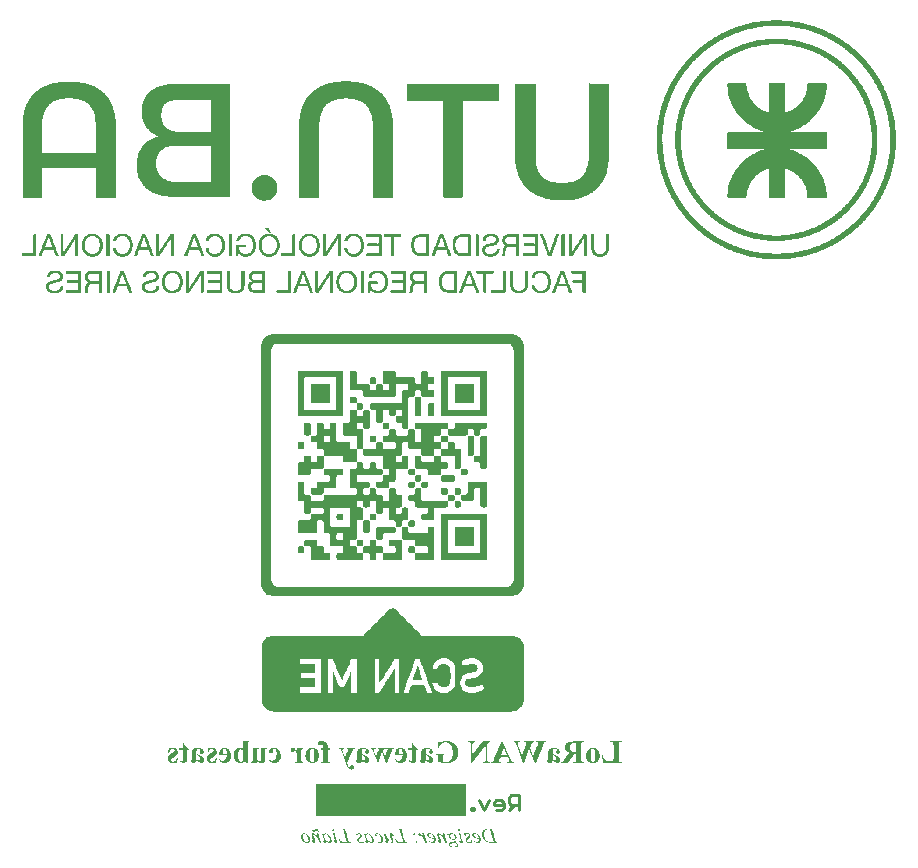
<source format=gbo>
G04*
G04 #@! TF.GenerationSoftware,Altium Limited,Altium Designer,22.5.1 (42)*
G04*
G04 Layer_Color=16776960*
%FSLAX25Y25*%
%MOIN*%
G70*
G04*
G04 #@! TF.SameCoordinates,832724F5-B549-4049-99F2-7D55CE51EEB7*
G04*
G04*
G04 #@! TF.FilePolarity,Positive*
G04*
G01*
G75*
%ADD18C,0.01000*%
%ADD19R,0.50197X0.10827*%
G36*
X246335Y282862D02*
X252617D01*
Y256709D01*
X252471D01*
Y255540D01*
X252325D01*
Y254664D01*
X252179D01*
Y254079D01*
X252033D01*
Y253495D01*
X251887D01*
Y252910D01*
X251741D01*
Y252618D01*
X251594D01*
Y252180D01*
X251448D01*
Y251888D01*
X251302D01*
Y251595D01*
X251156D01*
Y251157D01*
X251010D01*
Y250865D01*
X250864D01*
Y250719D01*
X250718D01*
Y250427D01*
X250572D01*
Y250134D01*
X250426D01*
Y249988D01*
X250279D01*
Y249696D01*
X250133D01*
Y249550D01*
X249987D01*
Y249404D01*
X249841D01*
Y249112D01*
X249695D01*
Y248965D01*
X249549D01*
Y248819D01*
X249403D01*
Y248673D01*
X249257D01*
Y248527D01*
X249111D01*
Y248235D01*
X248964D01*
Y248089D01*
X248818D01*
Y247943D01*
X248672D01*
Y247797D01*
X248380D01*
Y247650D01*
X248234D01*
Y247504D01*
X248088D01*
Y247358D01*
X247942D01*
Y247212D01*
X247796D01*
Y247066D01*
X247503D01*
Y246920D01*
X247357D01*
Y246774D01*
X247211D01*
Y246628D01*
X246919D01*
Y246482D01*
X246773D01*
Y246336D01*
X246481D01*
Y246189D01*
X246188D01*
Y246043D01*
X246042D01*
Y245897D01*
X245750D01*
Y245751D01*
X245312D01*
Y245605D01*
X245166D01*
Y245459D01*
X244727D01*
Y245313D01*
X244435D01*
Y245167D01*
X243997D01*
Y245021D01*
X243558D01*
Y244874D01*
X243120D01*
Y244728D01*
X242682D01*
Y244582D01*
X241951D01*
Y244436D01*
X241221D01*
Y244290D01*
X240344D01*
Y244144D01*
X238883D01*
Y243998D01*
X235230D01*
Y244144D01*
X233623D01*
Y244290D01*
X232893D01*
Y244436D01*
X232162D01*
Y244582D01*
X231432D01*
Y244728D01*
X230993D01*
Y244874D01*
X230555D01*
Y245021D01*
X229970D01*
Y245167D01*
X229678D01*
Y245313D01*
X229386D01*
Y245459D01*
X228948D01*
Y245605D01*
X228656D01*
Y245751D01*
X228363D01*
Y245897D01*
X228071D01*
Y246043D01*
X227925D01*
Y246189D01*
X227633D01*
Y246336D01*
X227341D01*
Y246482D01*
X227194D01*
Y246628D01*
X226902D01*
Y246774D01*
X226756D01*
Y246920D01*
X226464D01*
Y247066D01*
X226318D01*
Y247212D01*
X226172D01*
Y247358D01*
X226026D01*
Y247504D01*
X225733D01*
Y247650D01*
X225587D01*
Y247797D01*
X225441D01*
Y247943D01*
X225295D01*
Y248089D01*
X225149D01*
Y248235D01*
X225003D01*
Y248381D01*
X224857D01*
Y248527D01*
X224711D01*
Y248673D01*
X224564D01*
Y248965D01*
X224418D01*
Y249112D01*
X224272D01*
Y249258D01*
X224126D01*
Y249404D01*
X223980D01*
Y249696D01*
X223834D01*
Y249842D01*
X223688D01*
Y250134D01*
X223542D01*
Y250427D01*
X223396D01*
Y250573D01*
X223250D01*
Y250865D01*
X223103D01*
Y251157D01*
X222957D01*
Y251449D01*
X222811D01*
Y251741D01*
X222665D01*
Y252180D01*
X222519D01*
Y252472D01*
X222373D01*
Y252910D01*
X222227D01*
Y253349D01*
X222081D01*
Y253787D01*
X221935D01*
Y254518D01*
X221788D01*
Y255394D01*
X221642D01*
Y256125D01*
X221496D01*
Y282862D01*
X221642D01*
Y283009D01*
X221788D01*
Y282862D01*
X228071D01*
Y282716D01*
X228217D01*
Y257001D01*
X228363D01*
Y255979D01*
X228509D01*
Y255540D01*
X228656D01*
Y254810D01*
X228802D01*
Y254518D01*
X228948D01*
Y254079D01*
X229094D01*
Y253641D01*
X229240D01*
Y253495D01*
X229386D01*
Y253203D01*
X229532D01*
Y252910D01*
X229678D01*
Y252764D01*
X229824D01*
Y252618D01*
X229970D01*
Y252326D01*
X230117D01*
Y252180D01*
X230263D01*
Y252034D01*
X230409D01*
Y251888D01*
X230555D01*
Y251741D01*
X230701D01*
Y251595D01*
X230847D01*
Y251449D01*
X231139D01*
Y251303D01*
X231285D01*
Y251157D01*
X231432D01*
Y251011D01*
X231724D01*
Y250865D01*
X232016D01*
Y250719D01*
X232308D01*
Y250573D01*
X232600D01*
Y250427D01*
X233039D01*
Y250280D01*
X233477D01*
Y250134D01*
X234061D01*
Y249988D01*
X234938D01*
Y249842D01*
X236253D01*
Y249696D01*
X237860D01*
Y249842D01*
X239175D01*
Y249988D01*
X240052D01*
Y250134D01*
X240636D01*
Y250280D01*
X241075D01*
Y250427D01*
X241513D01*
Y250573D01*
X241805D01*
Y250719D01*
X242097D01*
Y250865D01*
X242390D01*
Y251011D01*
X242536D01*
Y251157D01*
X242828D01*
Y251303D01*
X242974D01*
Y251449D01*
X243266D01*
Y251595D01*
X243412D01*
Y251741D01*
X243558D01*
Y251888D01*
X243705D01*
Y252034D01*
X243851D01*
Y252180D01*
X243997D01*
Y252326D01*
X244143D01*
Y252618D01*
X244289D01*
Y252764D01*
X244435D01*
Y253056D01*
X244581D01*
Y253203D01*
X244727D01*
Y253495D01*
X244873D01*
Y253787D01*
X245020D01*
Y254079D01*
X245166D01*
Y254664D01*
X245312D01*
Y254956D01*
X245458D01*
Y255540D01*
X245604D01*
Y256271D01*
X245750D01*
Y257294D01*
X245896D01*
Y259631D01*
X246042D01*
Y282862D01*
X246188D01*
Y283009D01*
X246335D01*
Y282862D01*
D02*
G37*
G36*
X126526Y261677D02*
Y261531D01*
Y245021D01*
X106656D01*
Y245167D01*
X105633D01*
Y245313D01*
X104464D01*
Y245459D01*
X103879D01*
Y245605D01*
X103295D01*
Y245751D01*
X102711D01*
Y245897D01*
X102272D01*
Y246043D01*
X101980D01*
Y246189D01*
X101396D01*
Y246336D01*
X101103D01*
Y246482D01*
X100811D01*
Y246628D01*
X100519D01*
Y246774D01*
X100227D01*
Y246920D01*
X99935D01*
Y247066D01*
X99642D01*
Y247212D01*
X99496D01*
Y247358D01*
X99350D01*
Y247504D01*
X99058D01*
Y247650D01*
X98912D01*
Y247797D01*
X98766D01*
Y247943D01*
X98474D01*
Y248089D01*
X98327D01*
Y248235D01*
X98181D01*
Y248381D01*
X98035D01*
Y248527D01*
X97889D01*
Y248673D01*
X97743D01*
Y248819D01*
X97597D01*
Y248965D01*
X97451D01*
Y249112D01*
X97305D01*
Y249404D01*
X97159D01*
Y249550D01*
X97013D01*
Y249696D01*
X96866D01*
Y249988D01*
X96720D01*
Y250134D01*
X96574D01*
Y250427D01*
X96428D01*
Y250719D01*
X96282D01*
Y251011D01*
X96136D01*
Y251303D01*
X95990D01*
Y251595D01*
X95844D01*
Y252034D01*
X95697D01*
Y252618D01*
X95551D01*
Y253056D01*
X95405D01*
Y254079D01*
X95259D01*
Y257001D01*
X95405D01*
Y258170D01*
X95551D01*
Y258609D01*
X95697D01*
Y259339D01*
X95844D01*
Y259777D01*
X95990D01*
Y260070D01*
X96136D01*
Y260508D01*
X96282D01*
Y260800D01*
X96428D01*
Y260946D01*
X96574D01*
Y261385D01*
X96720D01*
Y261531D01*
X96866D01*
Y261677D01*
X97013D01*
Y261969D01*
X97159D01*
Y262115D01*
X97305D01*
Y262407D01*
X97451D01*
Y262553D01*
X97597D01*
Y262700D01*
X97743D01*
Y262846D01*
X97889D01*
Y262992D01*
X98035D01*
Y263138D01*
X98181D01*
Y263284D01*
X98474D01*
Y263430D01*
X98620D01*
Y263576D01*
X98766D01*
Y263722D01*
X98912D01*
Y263868D01*
X99204D01*
Y264015D01*
X99350D01*
Y264161D01*
X99642D01*
Y264307D01*
X99935D01*
Y264453D01*
X100227D01*
Y264599D01*
X100665D01*
Y264745D01*
X100957D01*
Y264891D01*
X101396D01*
Y265037D01*
X101980D01*
Y265183D01*
X102272D01*
Y265476D01*
X102126D01*
Y265622D01*
X101688D01*
Y265768D01*
X101542D01*
Y265914D01*
X101250D01*
Y266060D01*
X100957D01*
Y266206D01*
X100811D01*
Y266352D01*
X100519D01*
Y266498D01*
X100373D01*
Y266644D01*
X100081D01*
Y266791D01*
X99935D01*
Y266937D01*
X99788D01*
Y267083D01*
X99642D01*
Y267229D01*
X99496D01*
Y267375D01*
X99350D01*
Y267521D01*
X99204D01*
Y267667D01*
X99058D01*
Y267813D01*
X98912D01*
Y267959D01*
X98766D01*
Y268106D01*
X98620D01*
Y268252D01*
X98474D01*
Y268544D01*
X98327D01*
Y268690D01*
X98181D01*
Y268982D01*
X98035D01*
Y269128D01*
X97889D01*
Y269567D01*
X97743D01*
Y269859D01*
X97597D01*
Y270151D01*
X97451D01*
Y270589D01*
X97305D01*
Y271028D01*
X97159D01*
Y271758D01*
X97013D01*
Y275265D01*
X97159D01*
Y276141D01*
X97305D01*
Y276580D01*
X97451D01*
Y277018D01*
X97597D01*
Y277310D01*
X97743D01*
Y277749D01*
X97889D01*
Y278041D01*
X98035D01*
Y278333D01*
X98181D01*
Y278625D01*
X98327D01*
Y278771D01*
X98474D01*
Y279064D01*
X98620D01*
Y279210D01*
X98766D01*
Y279356D01*
X98912D01*
Y279502D01*
X99058D01*
Y279648D01*
X99204D01*
Y279794D01*
X99350D01*
Y279940D01*
X99496D01*
Y280232D01*
X99788D01*
Y280379D01*
X99935D01*
Y280525D01*
X100081D01*
Y280671D01*
X100373D01*
Y280817D01*
X100519D01*
Y280963D01*
X100665D01*
Y281109D01*
X100957D01*
Y281255D01*
X101250D01*
Y281401D01*
X101542D01*
Y281547D01*
X101834D01*
Y281694D01*
X102126D01*
Y281840D01*
X102565D01*
Y281986D01*
X103003D01*
Y282132D01*
X103295D01*
Y282278D01*
X104026D01*
Y282424D01*
X104756D01*
Y282570D01*
X105341D01*
Y282716D01*
X107825D01*
Y282862D01*
X126526D01*
Y261677D01*
D02*
G37*
G36*
X215944Y282716D02*
X216090D01*
Y277310D01*
X215944D01*
Y277164D01*
X204109D01*
Y277018D01*
X203963D01*
Y245021D01*
X203817D01*
Y244874D01*
X197535D01*
Y245021D01*
X197388D01*
Y245167D01*
X197242D01*
Y249696D01*
Y249842D01*
Y277164D01*
X185261D01*
Y282862D01*
X215944D01*
Y282716D01*
D02*
G37*
G36*
X166852Y283593D02*
X168313D01*
Y283447D01*
X169336D01*
Y283301D01*
X169774D01*
Y283155D01*
X170505D01*
Y283009D01*
X171089D01*
Y282862D01*
X171527D01*
Y282716D01*
X171966D01*
Y282570D01*
X172404D01*
Y282424D01*
X172696D01*
Y282278D01*
X173135D01*
Y282132D01*
X173427D01*
Y281986D01*
X173719D01*
Y281840D01*
X174011D01*
Y281694D01*
X174157D01*
Y281547D01*
X174450D01*
Y281401D01*
X174742D01*
Y281255D01*
X174888D01*
Y281109D01*
X175180D01*
Y280963D01*
X175326D01*
Y280817D01*
X175618D01*
Y280671D01*
X175765D01*
Y280525D01*
X175911D01*
Y280379D01*
X176057D01*
Y280232D01*
X176349D01*
Y280086D01*
X176495D01*
Y279940D01*
X176641D01*
Y279794D01*
X176787D01*
Y279648D01*
X176933D01*
Y279502D01*
X177079D01*
Y279356D01*
X177226D01*
Y279210D01*
X177372D01*
Y279064D01*
X177518D01*
Y278771D01*
X177664D01*
Y278625D01*
X177810D01*
Y278479D01*
X177956D01*
Y278187D01*
X178102D01*
Y278041D01*
X178248D01*
Y277895D01*
X178394D01*
Y277603D01*
X178541D01*
Y277310D01*
X178687D01*
Y277164D01*
X178833D01*
Y276872D01*
X178979D01*
Y276580D01*
X179125D01*
Y276288D01*
X179271D01*
Y275849D01*
X179417D01*
Y275703D01*
X179563D01*
Y275265D01*
X179709D01*
Y274827D01*
X179856D01*
Y274388D01*
X180002D01*
Y273804D01*
X180148D01*
Y273073D01*
X180294D01*
Y272489D01*
X180440D01*
Y271320D01*
X180586D01*
Y244874D01*
X174011D01*
Y268106D01*
X173865D01*
Y270589D01*
X173719D01*
Y271612D01*
X173573D01*
Y272343D01*
X173427D01*
Y272781D01*
X173281D01*
Y273219D01*
X173135D01*
Y273658D01*
X172988D01*
Y273950D01*
X172842D01*
Y274242D01*
X172696D01*
Y274534D01*
X172550D01*
Y274680D01*
X172404D01*
Y274973D01*
X172258D01*
Y275265D01*
X172112D01*
Y275411D01*
X171966D01*
Y275557D01*
X171820D01*
Y275703D01*
X171674D01*
Y275849D01*
X171527D01*
Y275995D01*
X171381D01*
Y276141D01*
X171235D01*
Y276288D01*
X170943D01*
Y276434D01*
X170797D01*
Y276580D01*
X170651D01*
Y276726D01*
X170359D01*
Y276872D01*
X170066D01*
Y277018D01*
X169774D01*
Y277164D01*
X169482D01*
Y277310D01*
X169044D01*
Y277456D01*
X168605D01*
Y277603D01*
X167875D01*
Y277749D01*
X167144D01*
Y277895D01*
X165683D01*
Y278041D01*
X164368D01*
Y277895D01*
X162907D01*
Y277749D01*
X162177D01*
Y277603D01*
X161446D01*
Y277456D01*
X161008D01*
Y277310D01*
X160715D01*
Y277164D01*
X160277D01*
Y277018D01*
X159985D01*
Y276872D01*
X159693D01*
Y276726D01*
X159547D01*
Y276580D01*
X159254D01*
Y276434D01*
X159108D01*
Y276288D01*
X158816D01*
Y276141D01*
X158670D01*
Y275995D01*
X158524D01*
Y275849D01*
X158378D01*
Y275703D01*
X158232D01*
Y275557D01*
X158086D01*
Y275411D01*
X157939D01*
Y275119D01*
X157793D01*
Y274973D01*
X157647D01*
Y274680D01*
X157501D01*
Y274534D01*
X157355D01*
Y274242D01*
X157209D01*
Y273950D01*
X157063D01*
Y273512D01*
X156917D01*
Y273219D01*
X156771D01*
Y272635D01*
X156624D01*
Y272197D01*
X156478D01*
Y271466D01*
X156332D01*
Y270151D01*
X156186D01*
Y244874D01*
X149465D01*
Y271174D01*
X149611D01*
Y272343D01*
X149757D01*
Y273073D01*
X149903D01*
Y273658D01*
X150049D01*
Y274388D01*
X150196D01*
Y274680D01*
X150342D01*
Y275119D01*
X150488D01*
Y275557D01*
X150634D01*
Y275849D01*
X150780D01*
Y276141D01*
X150926D01*
Y276580D01*
X151072D01*
Y276726D01*
X151218D01*
Y277018D01*
X151365D01*
Y277310D01*
X151511D01*
Y277603D01*
X151657D01*
Y277749D01*
X151803D01*
Y278041D01*
X151949D01*
Y278187D01*
X152095D01*
Y278479D01*
X152241D01*
Y278625D01*
X152387D01*
Y278771D01*
X152533D01*
Y278918D01*
X152680D01*
Y279064D01*
X152826D01*
Y279210D01*
X152972D01*
Y279356D01*
X153118D01*
Y279502D01*
X153264D01*
Y279794D01*
X153556D01*
Y280086D01*
X153848D01*
Y280232D01*
X153995D01*
Y280379D01*
X154141D01*
Y280525D01*
X154287D01*
Y280671D01*
X154433D01*
Y280817D01*
X154725D01*
Y280963D01*
X154871D01*
Y281109D01*
X155163D01*
Y281255D01*
X155309D01*
Y281401D01*
X155602D01*
Y281547D01*
X155894D01*
Y281694D01*
X156040D01*
Y281840D01*
X156478D01*
Y281986D01*
X156624D01*
Y282132D01*
X157063D01*
Y282278D01*
X157355D01*
Y282424D01*
X157647D01*
Y282570D01*
X158086D01*
Y282716D01*
X158670D01*
Y282862D01*
X158962D01*
Y283009D01*
X159547D01*
Y283155D01*
X160277D01*
Y283301D01*
X160715D01*
Y283447D01*
X161738D01*
Y283593D01*
X163345D01*
Y283739D01*
X166852D01*
Y283593D01*
D02*
G37*
G36*
X75389Y283447D02*
X76265D01*
Y283301D01*
X77142D01*
Y283155D01*
X77872D01*
Y283009D01*
X78457D01*
Y282862D01*
X79041D01*
Y282716D01*
X79480D01*
Y282570D01*
X79772D01*
Y282424D01*
X80210D01*
Y282278D01*
X80648D01*
Y282132D01*
X80941D01*
Y281986D01*
X81233D01*
Y281840D01*
X81525D01*
Y281694D01*
X81671D01*
Y281547D01*
X81963D01*
Y281401D01*
X82256D01*
Y281255D01*
X82548D01*
Y281109D01*
X82694D01*
Y280963D01*
X82986D01*
Y280817D01*
X83132D01*
Y280671D01*
X83278D01*
Y280525D01*
X83571D01*
Y280379D01*
X83717D01*
Y280232D01*
X83863D01*
Y280086D01*
X84009D01*
Y279940D01*
X84155D01*
Y279794D01*
X84301D01*
Y279648D01*
X84593D01*
Y279356D01*
X84739D01*
Y279210D01*
X84886D01*
Y279064D01*
X85032D01*
Y278918D01*
X85178D01*
Y278771D01*
X85324D01*
Y278625D01*
X85470D01*
Y278333D01*
X85616D01*
Y278187D01*
X85762D01*
Y278041D01*
X85908D01*
Y277749D01*
X86054D01*
Y277603D01*
X86200D01*
Y277310D01*
X86347D01*
Y277018D01*
X86493D01*
Y276726D01*
X86639D01*
Y276580D01*
Y276434D01*
X86785D01*
Y276141D01*
X86931D01*
Y275849D01*
X87077D01*
Y275411D01*
X87223D01*
Y275119D01*
X87369D01*
Y274680D01*
X87515D01*
Y274242D01*
X87662D01*
Y273512D01*
X87808D01*
Y273073D01*
X87954D01*
Y272050D01*
X88100D01*
Y271028D01*
X88246D01*
Y244874D01*
X81817D01*
Y254810D01*
X81671D01*
Y254956D01*
X63846D01*
Y254810D01*
X63700D01*
Y244874D01*
X57271D01*
Y271320D01*
X57417D01*
Y272489D01*
X57563D01*
Y273073D01*
X57709D01*
Y273950D01*
X57856D01*
Y274242D01*
X58002D01*
Y274827D01*
X58148D01*
Y275265D01*
X58294D01*
Y275557D01*
X58440D01*
Y275995D01*
X58586D01*
Y276288D01*
X58732D01*
Y276434D01*
X58878D01*
Y276872D01*
X59025D01*
Y277164D01*
X59171D01*
Y277310D01*
X59317D01*
Y277603D01*
X59463D01*
Y277749D01*
X59609D01*
Y278041D01*
X59755D01*
Y278187D01*
X59901D01*
Y278479D01*
X60047D01*
Y278625D01*
X60193D01*
Y278771D01*
X60339D01*
Y278918D01*
X60486D01*
Y279210D01*
X60632D01*
Y279356D01*
X60778D01*
Y279502D01*
X60924D01*
Y279648D01*
X61070D01*
Y279794D01*
X61216D01*
Y279940D01*
X61362D01*
Y280086D01*
X61654D01*
Y280232D01*
X61800D01*
Y280379D01*
X61947D01*
Y280525D01*
X62239D01*
Y280671D01*
X62385D01*
Y280817D01*
X62531D01*
Y280963D01*
X62823D01*
Y281109D01*
X62969D01*
Y281255D01*
X63116D01*
Y281401D01*
X63408D01*
Y281547D01*
X63700D01*
Y281694D01*
X63992D01*
Y281840D01*
X64284D01*
Y281986D01*
X64577D01*
Y282132D01*
X64869D01*
Y282278D01*
X65307D01*
Y282424D01*
X65746D01*
Y282570D01*
X66038D01*
Y282716D01*
X66476D01*
Y282862D01*
X67060D01*
Y283009D01*
X67499D01*
Y283155D01*
X68375D01*
Y283301D01*
X69106D01*
Y283447D01*
X69836D01*
Y283593D01*
X75389D01*
Y283447D01*
D02*
G37*
G36*
X138069Y252326D02*
X139092D01*
Y252180D01*
X139530D01*
Y252034D01*
X139822D01*
Y251888D01*
X140114D01*
Y251741D01*
X140260D01*
Y251595D01*
X140406D01*
Y251449D01*
X140699D01*
Y251303D01*
X140845D01*
Y251157D01*
X140991D01*
Y251011D01*
X141137D01*
Y250719D01*
X141283D01*
Y250573D01*
X141429D01*
Y250427D01*
X141575D01*
Y249988D01*
X141721D01*
Y249696D01*
X141867D01*
Y249404D01*
X142014D01*
Y246920D01*
X141867D01*
Y246482D01*
X141721D01*
Y246189D01*
X141575D01*
Y245897D01*
X141429D01*
Y245605D01*
X141283D01*
Y245459D01*
X141137D01*
Y245167D01*
X140991D01*
Y245021D01*
X140845D01*
Y244874D01*
X140553D01*
Y244728D01*
X140406D01*
Y244582D01*
X140260D01*
Y244436D01*
X139968D01*
Y244290D01*
X139676D01*
Y244144D01*
X139238D01*
Y243998D01*
X138507D01*
Y243852D01*
X137192D01*
Y243998D01*
X136608D01*
Y244144D01*
X136169D01*
Y244290D01*
X135877D01*
Y244436D01*
X135585D01*
Y244582D01*
X135293D01*
Y244728D01*
X135147D01*
Y244874D01*
X135001D01*
Y245021D01*
X134854D01*
Y245167D01*
X134708D01*
Y245313D01*
X134562D01*
Y245459D01*
X134416D01*
Y245605D01*
X134270D01*
Y245897D01*
X134124D01*
Y246043D01*
X133978D01*
Y246189D01*
Y246336D01*
X133832D01*
Y246774D01*
X133686D01*
Y247358D01*
X133539D01*
Y248965D01*
X133686D01*
Y249404D01*
X133832D01*
Y249842D01*
X133978D01*
Y250134D01*
X134124D01*
Y250427D01*
X134270D01*
Y250573D01*
X134416D01*
Y250865D01*
X134562D01*
Y251011D01*
X134708D01*
Y251157D01*
X134854D01*
Y251303D01*
X135001D01*
Y251449D01*
X135293D01*
Y251595D01*
X135439D01*
Y251741D01*
X135585D01*
Y251888D01*
X135877D01*
Y252034D01*
X136169D01*
Y252180D01*
X136608D01*
Y252326D01*
X137630D01*
Y252472D01*
X138069D01*
Y252326D01*
D02*
G37*
G36*
X139092Y234647D02*
X139238D01*
Y234501D01*
X139384D01*
Y234208D01*
X139530D01*
Y233916D01*
X139676D01*
Y233770D01*
X139822D01*
Y233478D01*
X139968D01*
Y233186D01*
X139384D01*
Y233332D01*
X139238D01*
Y233478D01*
X139092D01*
Y233624D01*
X138945D01*
Y233770D01*
X138799D01*
Y233916D01*
X138653D01*
Y234062D01*
X138507D01*
Y234208D01*
X138361D01*
Y234355D01*
X138215D01*
Y234501D01*
X138069D01*
Y234793D01*
X139092D01*
Y234647D01*
D02*
G37*
G36*
X228948Y232601D02*
X229094D01*
Y225588D01*
X228948D01*
Y225442D01*
X223980D01*
Y226173D01*
X224126D01*
Y226319D01*
X227925D01*
Y226465D01*
X228071D01*
Y228510D01*
X227925D01*
Y228803D01*
X224272D01*
Y229533D01*
X224418D01*
Y229679D01*
X227779D01*
Y229533D01*
X227925D01*
Y229825D01*
X228071D01*
Y230410D01*
Y230556D01*
Y231725D01*
X227925D01*
Y231871D01*
X223980D01*
Y232748D01*
X228948D01*
Y232601D01*
D02*
G37*
G36*
X176787D02*
X176933D01*
Y225588D01*
X176787D01*
Y225442D01*
X171820D01*
Y226173D01*
X171966D01*
Y226319D01*
X175911D01*
Y228656D01*
X175765D01*
Y228803D01*
X172112D01*
Y229533D01*
X172258D01*
Y229679D01*
X175472D01*
Y229533D01*
X175618D01*
Y229679D01*
X175911D01*
Y231725D01*
X175765D01*
Y231871D01*
X171820D01*
Y232748D01*
X176787D01*
Y232601D01*
D02*
G37*
G36*
X163199Y225442D02*
X162469D01*
Y225588D01*
X162323D01*
Y231140D01*
X162177D01*
Y230994D01*
X162030D01*
Y230702D01*
X161884D01*
Y230556D01*
Y230410D01*
X161738D01*
Y230264D01*
X161592D01*
Y229971D01*
X161446D01*
Y229679D01*
X161300D01*
Y229533D01*
X161154D01*
Y229387D01*
X161008D01*
Y229095D01*
X160862D01*
Y228803D01*
X160715D01*
Y228656D01*
X160569D01*
Y228364D01*
X160423D01*
Y228218D01*
X160277D01*
Y227926D01*
X160131D01*
Y227780D01*
X159985D01*
Y227488D01*
X159839D01*
Y227342D01*
X159693D01*
Y227049D01*
X159547D01*
Y226903D01*
X159400D01*
Y226611D01*
X159254D01*
Y226319D01*
X159108D01*
Y226173D01*
X158962D01*
Y225880D01*
X158816D01*
Y225734D01*
X158670D01*
Y225588D01*
X158524D01*
Y225442D01*
X157501D01*
Y232748D01*
X158378D01*
Y227195D01*
X158670D01*
Y227342D01*
X158816D01*
Y227634D01*
X158962D01*
Y227780D01*
X159108D01*
Y228072D01*
X159254D01*
Y228218D01*
X159400D01*
Y228510D01*
X159547D01*
Y228656D01*
X159693D01*
Y228949D01*
X159839D01*
Y229241D01*
X159985D01*
Y229387D01*
X160131D01*
Y229679D01*
X160277D01*
Y229825D01*
X160423D01*
Y230118D01*
X160569D01*
Y230264D01*
X160715D01*
Y230556D01*
X160862D01*
Y230702D01*
X161008D01*
Y230994D01*
X161154D01*
Y231140D01*
X161300D01*
Y231433D01*
X161446D01*
Y231579D01*
X161592D01*
Y231871D01*
X161738D01*
Y232017D01*
X161884D01*
Y232309D01*
X162030D01*
Y232601D01*
X162177D01*
Y232748D01*
X163199D01*
Y225442D01*
D02*
G37*
G36*
X107532D02*
X106656D01*
Y230848D01*
X106509D01*
Y230994D01*
X106363D01*
Y230848D01*
X106217D01*
Y230556D01*
X106071D01*
Y230264D01*
X105925D01*
Y230118D01*
X105779D01*
Y229825D01*
X105633D01*
Y229679D01*
X105487D01*
Y229387D01*
X105341D01*
Y229241D01*
X105194D01*
Y228949D01*
X105048D01*
Y228803D01*
X104902D01*
Y228510D01*
X104756D01*
Y228218D01*
X104610D01*
Y228072D01*
X104464D01*
Y227780D01*
X104318D01*
Y227634D01*
X104172D01*
Y227342D01*
X104026D01*
Y227195D01*
X103879D01*
Y226903D01*
X103733D01*
Y226757D01*
X103587D01*
Y226465D01*
X103441D01*
Y226319D01*
X103295D01*
Y226027D01*
X103149D01*
Y225880D01*
X103003D01*
Y225588D01*
X102857D01*
Y225442D01*
X101688D01*
Y232748D01*
X102565D01*
Y232601D01*
X102711D01*
Y227195D01*
X103003D01*
Y227488D01*
X103149D01*
Y227780D01*
X103295D01*
Y227926D01*
X103441D01*
Y228218D01*
X103587D01*
Y228364D01*
X103733D01*
Y228510D01*
X103879D01*
Y228803D01*
X104026D01*
Y229095D01*
X104172D01*
Y229241D01*
X104318D01*
Y229533D01*
X104464D01*
Y229679D01*
X104610D01*
Y229971D01*
X104756D01*
Y230118D01*
X104902D01*
Y230410D01*
X105048D01*
Y230556D01*
X105194D01*
Y230848D01*
X105341D01*
Y230994D01*
X105487D01*
Y231286D01*
X105633D01*
Y231579D01*
X105779D01*
Y231725D01*
X105925D01*
Y232017D01*
X106071D01*
Y232163D01*
X106217D01*
Y232455D01*
X106363D01*
Y232601D01*
X106509D01*
Y232748D01*
X107532D01*
Y225442D01*
D02*
G37*
G36*
X245166Y232601D02*
X245312D01*
Y225588D01*
X245166D01*
Y225442D01*
X244289D01*
Y230994D01*
X244143D01*
Y230848D01*
X243997D01*
Y230702D01*
X243851D01*
Y230410D01*
X243705D01*
Y230264D01*
X243558D01*
Y230118D01*
Y229971D01*
X243412D01*
Y229679D01*
X243266D01*
Y229533D01*
X243120D01*
Y229241D01*
X242974D01*
Y229095D01*
X242828D01*
Y228803D01*
X242682D01*
Y228656D01*
X242536D01*
Y228364D01*
X242390D01*
Y228218D01*
X242244D01*
Y227926D01*
X242097D01*
Y227780D01*
X241951D01*
Y227488D01*
X241805D01*
Y227195D01*
X241659D01*
Y227049D01*
X241513D01*
Y226903D01*
X241367D01*
Y226611D01*
X241221D01*
Y226319D01*
X241075D01*
Y226173D01*
X240929D01*
Y225880D01*
X240782D01*
Y225734D01*
X240636D01*
Y225588D01*
X240490D01*
Y225442D01*
X239467D01*
Y232748D01*
X240344D01*
Y227049D01*
X240490D01*
Y227195D01*
X240636D01*
Y227342D01*
X240782D01*
Y227634D01*
X240929D01*
Y227780D01*
X241075D01*
Y228072D01*
X241221D01*
Y228218D01*
X241367D01*
Y228510D01*
X241513D01*
Y228656D01*
X241659D01*
Y228949D01*
X241805D01*
Y229241D01*
X241951D01*
Y229387D01*
X242097D01*
Y229533D01*
X242244D01*
Y229825D01*
X242390D01*
Y229971D01*
X242536D01*
Y230264D01*
X242682D01*
Y230556D01*
X242828D01*
Y230702D01*
X242974D01*
Y230994D01*
X243120D01*
Y231140D01*
X243266D01*
Y231433D01*
X243412D01*
Y231579D01*
X243558D01*
Y231871D01*
X243705D01*
Y232017D01*
X243851D01*
Y232309D01*
X243997D01*
Y232455D01*
X244143D01*
Y232748D01*
X245166D01*
Y232601D01*
D02*
G37*
G36*
X75827Y225442D02*
X74804D01*
Y230994D01*
X74658D01*
Y230848D01*
X74512D01*
Y230556D01*
X74366D01*
Y230410D01*
X74220D01*
Y230118D01*
X74074D01*
Y229971D01*
X73927D01*
Y229679D01*
X73781D01*
Y229533D01*
X73635D01*
Y229241D01*
X73489D01*
Y228949D01*
X73343D01*
Y228803D01*
X73197D01*
Y228510D01*
X73051D01*
Y228364D01*
X72905D01*
Y228072D01*
X72759D01*
Y227926D01*
X72613D01*
Y227634D01*
X72466D01*
Y227488D01*
X72320D01*
Y227195D01*
X72174D01*
Y227049D01*
X72028D01*
Y226757D01*
X71882D01*
Y226611D01*
X71736D01*
Y226319D01*
X71590D01*
Y226173D01*
X71444D01*
Y225880D01*
X71298D01*
Y225588D01*
X71151D01*
Y225442D01*
X69983D01*
Y232748D01*
X70859D01*
Y227049D01*
X71005D01*
Y227195D01*
X71298D01*
Y227488D01*
X71444D01*
Y227780D01*
X71590D01*
Y227926D01*
X71736D01*
Y228218D01*
X71882D01*
Y228364D01*
X72028D01*
Y228656D01*
X72174D01*
Y228949D01*
X72320D01*
Y229095D01*
X72466D01*
Y229241D01*
X72613D01*
Y229533D01*
X72759D01*
Y229679D01*
X72905D01*
Y229971D01*
X73051D01*
Y230264D01*
X73197D01*
Y230410D01*
X73343D01*
Y230702D01*
X73489D01*
Y230848D01*
X73635D01*
Y231140D01*
X73781D01*
Y231286D01*
X73927D01*
Y231579D01*
X74074D01*
Y231725D01*
X74220D01*
Y232017D01*
X74366D01*
Y232309D01*
X74512D01*
Y232455D01*
X74658D01*
Y232748D01*
X75827D01*
Y225442D01*
D02*
G37*
G36*
X235961Y232309D02*
X235815D01*
Y231725D01*
X235669D01*
Y231433D01*
X235523D01*
Y230994D01*
X235376D01*
Y230848D01*
Y230702D01*
Y230556D01*
X235230D01*
Y230264D01*
X235084D01*
Y229679D01*
X234938D01*
Y229241D01*
X234792D01*
Y228949D01*
X234646D01*
Y228510D01*
X234500D01*
Y228072D01*
X234354D01*
Y227780D01*
X234208D01*
Y227342D01*
X234061D01*
Y226757D01*
X233915D01*
Y226465D01*
X233769D01*
Y226027D01*
X233623D01*
Y225588D01*
X233477D01*
Y225442D01*
X232308D01*
Y225734D01*
X232162D01*
Y226173D01*
X232016D01*
Y226611D01*
X231870D01*
Y227049D01*
X231724D01*
Y227342D01*
X231578D01*
Y227926D01*
X231432D01*
Y228218D01*
X231285D01*
Y228656D01*
X231139D01*
Y229095D01*
X230993D01*
Y229387D01*
X230847D01*
Y229825D01*
X230701D01*
Y230410D01*
X230555D01*
Y230702D01*
X230409D01*
Y231140D01*
X230263D01*
Y231579D01*
X230117D01*
Y231871D01*
X229970D01*
Y232309D01*
X229824D01*
Y232748D01*
X230847D01*
Y232309D01*
X230993D01*
Y232017D01*
X231139D01*
Y231579D01*
X231285D01*
Y230994D01*
X231432D01*
Y230702D01*
X231578D01*
Y230118D01*
X231724D01*
Y229679D01*
X231870D01*
Y229387D01*
X232016D01*
Y228949D01*
X232162D01*
Y228364D01*
X232308D01*
Y228072D01*
X232454D01*
Y227488D01*
X232600D01*
Y227049D01*
X232747D01*
Y226757D01*
X233039D01*
Y227049D01*
X233185D01*
Y227488D01*
X233331D01*
Y228072D01*
X233477D01*
Y228364D01*
X233623D01*
Y228803D01*
X233769D01*
Y229387D01*
X233915D01*
Y229679D01*
X234061D01*
Y230118D01*
X234208D01*
Y230702D01*
X234354D01*
Y230994D01*
X234500D01*
Y231433D01*
X234646D01*
Y232017D01*
X234792D01*
Y232309D01*
X234938D01*
Y232748D01*
X235961D01*
Y232309D01*
D02*
G37*
G36*
X252617Y227195D02*
X252471D01*
Y226611D01*
X252325D01*
Y226319D01*
X252179D01*
Y226173D01*
X252033D01*
Y226027D01*
X251887D01*
Y225880D01*
X251741D01*
Y225734D01*
X251448D01*
Y225588D01*
X251156D01*
Y225442D01*
X250718D01*
Y225296D01*
X249695D01*
Y225150D01*
X249549D01*
Y225296D01*
X248672D01*
Y225442D01*
X248234D01*
Y225588D01*
X247942D01*
Y225734D01*
X247796D01*
Y225880D01*
X247503D01*
Y226027D01*
X247357D01*
Y226319D01*
X247211D01*
Y226465D01*
X247065D01*
Y226757D01*
X246919D01*
Y227342D01*
X246773D01*
Y232748D01*
X247796D01*
Y227342D01*
X247942D01*
Y227049D01*
X248088D01*
Y226757D01*
X248234D01*
Y226611D01*
X248380D01*
Y226465D01*
X248526D01*
Y226319D01*
X248818D01*
Y226173D01*
X249257D01*
Y226027D01*
X250133D01*
Y226173D01*
X250572D01*
Y226319D01*
X250864D01*
Y226465D01*
X251010D01*
Y226611D01*
X251156D01*
Y226757D01*
X251302D01*
Y226903D01*
X251448D01*
Y227195D01*
X251594D01*
Y228072D01*
X251741D01*
Y228218D01*
X251594D01*
Y232601D01*
X251741D01*
Y232748D01*
X252617D01*
Y227195D01*
D02*
G37*
G36*
X168313Y232748D02*
X168897D01*
Y232601D01*
X169190D01*
Y232455D01*
X169482D01*
Y232309D01*
X169628D01*
Y232163D01*
X169774D01*
Y232017D01*
X169920D01*
Y231871D01*
X170066D01*
Y231725D01*
X170212D01*
Y231579D01*
X170359D01*
Y231286D01*
X170505D01*
Y231140D01*
X170651D01*
Y230702D01*
X170797D01*
Y230118D01*
X170943D01*
Y227926D01*
X170797D01*
Y227342D01*
X170651D01*
Y226903D01*
X170505D01*
Y226757D01*
X170359D01*
Y226465D01*
X170212D01*
Y226319D01*
X170066D01*
Y226173D01*
X169920D01*
Y226027D01*
X169774D01*
Y225880D01*
X169628D01*
Y225734D01*
X169336D01*
Y225588D01*
X169044D01*
Y225442D01*
X168605D01*
Y225296D01*
X166706D01*
Y225442D01*
X166268D01*
Y225588D01*
X165975D01*
Y225734D01*
X165683D01*
Y225880D01*
X165537D01*
Y226027D01*
X165391D01*
Y226173D01*
X165245D01*
Y226319D01*
X165099D01*
Y226465D01*
X164953D01*
Y226757D01*
X164806D01*
Y227049D01*
X164660D01*
Y227488D01*
X164514D01*
Y228218D01*
X165391D01*
Y227926D01*
X165537D01*
Y227488D01*
X165683D01*
Y227049D01*
X165829D01*
Y226903D01*
X165975D01*
Y226757D01*
X166121D01*
Y226611D01*
X166268D01*
Y226465D01*
X166414D01*
Y226319D01*
X166706D01*
Y226173D01*
X167144D01*
Y226027D01*
X167875D01*
Y226173D01*
X168459D01*
Y226319D01*
X168751D01*
Y226465D01*
X169044D01*
Y226611D01*
X169190D01*
Y226757D01*
X169336D01*
Y227049D01*
X169482D01*
Y227195D01*
X169628D01*
Y227488D01*
X169774D01*
Y227926D01*
X169920D01*
Y228803D01*
X170066D01*
Y229387D01*
X169920D01*
Y230264D01*
X169774D01*
Y230702D01*
X169628D01*
Y230994D01*
X169482D01*
Y231140D01*
X169336D01*
Y231286D01*
Y231433D01*
X169044D01*
Y231579D01*
X168897D01*
Y231725D01*
X168751D01*
Y231871D01*
X168313D01*
Y232017D01*
X166852D01*
Y231871D01*
X166414D01*
Y231725D01*
X166268D01*
Y231579D01*
X165975D01*
Y231286D01*
X165829D01*
Y231140D01*
X165683D01*
Y230848D01*
X165537D01*
Y230556D01*
X164514D01*
Y230848D01*
X164660D01*
Y231286D01*
X164806D01*
Y231579D01*
X164953D01*
Y231725D01*
X165099D01*
Y232017D01*
X165245D01*
Y232163D01*
X165391D01*
Y232309D01*
X165683D01*
Y232455D01*
X165975D01*
Y232601D01*
X166121D01*
Y232748D01*
X166706D01*
Y232894D01*
X168313D01*
Y232748D01*
D02*
G37*
G36*
X132370D02*
X132955D01*
Y232601D01*
X133247D01*
Y232455D01*
X133539D01*
Y232309D01*
X133686D01*
Y232163D01*
X133832D01*
Y232017D01*
X133978D01*
Y231871D01*
X134124D01*
Y231725D01*
X134270D01*
Y231579D01*
X134416D01*
Y231286D01*
X134562D01*
Y231140D01*
X134708D01*
Y230702D01*
X134854D01*
Y230264D01*
X135001D01*
Y229533D01*
X135147D01*
Y228364D01*
X135001D01*
Y227780D01*
X134854D01*
Y227342D01*
X134708D01*
Y227049D01*
X134562D01*
Y226757D01*
X134416D01*
Y226611D01*
X134270D01*
Y226465D01*
X134124D01*
Y226173D01*
X133978D01*
Y226027D01*
X133686D01*
Y225880D01*
X133539D01*
Y225734D01*
X133247D01*
Y225588D01*
X132955D01*
Y225442D01*
X132517D01*
Y225296D01*
X130763D01*
Y225442D01*
X130325D01*
Y225588D01*
X130033D01*
Y225734D01*
X129887D01*
Y225880D01*
X129595D01*
Y226027D01*
X129448D01*
Y226173D01*
X129302D01*
Y226027D01*
X129156D01*
Y225588D01*
X129010D01*
Y225442D01*
X128426D01*
Y229241D01*
X131640D01*
Y228510D01*
X129302D01*
Y227634D01*
X129448D01*
Y227342D01*
X129595D01*
Y227049D01*
X129741D01*
Y226903D01*
X129887D01*
Y226757D01*
X130033D01*
Y226611D01*
X130179D01*
Y226465D01*
X130471D01*
Y226319D01*
X130763D01*
Y226173D01*
X131202D01*
Y226027D01*
X131932D01*
Y226173D01*
X132517D01*
Y226319D01*
X132809D01*
Y226465D01*
X132955D01*
Y226611D01*
X133247D01*
Y226757D01*
X133393D01*
Y227049D01*
X133539D01*
Y227195D01*
X133686D01*
Y227488D01*
X133832D01*
Y227780D01*
X133978D01*
Y228510D01*
X134124D01*
Y229679D01*
X133978D01*
Y230264D01*
X133832D01*
Y230702D01*
X133686D01*
Y230994D01*
X133539D01*
Y231140D01*
X133393D01*
Y231286D01*
X133247D01*
Y231433D01*
X133101D01*
Y231579D01*
X132955D01*
Y231725D01*
X132809D01*
Y231871D01*
X132370D01*
Y232017D01*
X130763D01*
Y231871D01*
X130471D01*
Y231725D01*
X130179D01*
Y231579D01*
X130033D01*
Y231433D01*
X129887D01*
Y231286D01*
X129741D01*
Y230994D01*
X129595D01*
Y230702D01*
X129448D01*
Y230556D01*
X128426D01*
Y230702D01*
X128572D01*
Y231140D01*
X128718D01*
Y231433D01*
X128864D01*
Y231725D01*
X129010D01*
Y231871D01*
X129156D01*
Y232017D01*
X129302D01*
Y232163D01*
X129448D01*
Y232309D01*
X129595D01*
Y232455D01*
X129887D01*
Y232601D01*
X130179D01*
Y232748D01*
X130763D01*
Y232894D01*
X132370D01*
Y232748D01*
D02*
G37*
G36*
X122143D02*
X122581D01*
Y232601D01*
X122873D01*
Y232455D01*
X123166D01*
Y232309D01*
X123312D01*
Y232163D01*
X123604D01*
Y232017D01*
X123750D01*
Y231725D01*
X123896D01*
Y231579D01*
X124042D01*
Y231433D01*
X124188D01*
Y231140D01*
X124335D01*
Y230702D01*
X124481D01*
Y230410D01*
X124627D01*
Y229387D01*
X124773D01*
Y228656D01*
X124627D01*
Y227634D01*
X124481D01*
Y227342D01*
X124335D01*
Y226903D01*
X124188D01*
Y226757D01*
X124042D01*
Y226465D01*
X123896D01*
Y226319D01*
X123750D01*
Y226173D01*
X123604D01*
Y226027D01*
X123458D01*
Y225880D01*
X123312D01*
Y225734D01*
X123020D01*
Y225588D01*
X122727D01*
Y225442D01*
X122289D01*
Y225296D01*
X120390D01*
Y225442D01*
X119951D01*
Y225588D01*
X119659D01*
Y225734D01*
X119367D01*
Y225880D01*
X119221D01*
Y226027D01*
X119075D01*
Y226173D01*
X118929D01*
Y226319D01*
X118782D01*
Y226465D01*
X118636D01*
Y226757D01*
X118490D01*
Y227049D01*
X118344D01*
Y227634D01*
X118198D01*
Y228218D01*
X119075D01*
Y228072D01*
X119221D01*
Y227488D01*
X119367D01*
Y227195D01*
X119513D01*
Y226903D01*
X119659D01*
Y226757D01*
X119805D01*
Y226611D01*
X119951D01*
Y226465D01*
X120097D01*
Y226319D01*
X120390D01*
Y226173D01*
X120974D01*
Y226027D01*
X121559D01*
Y226173D01*
X122143D01*
Y226319D01*
X122435D01*
Y226465D01*
X122727D01*
Y226611D01*
X122873D01*
Y226757D01*
X123020D01*
Y226903D01*
X123166D01*
Y227195D01*
X123312D01*
Y227488D01*
X123458D01*
Y227780D01*
X123604D01*
Y228364D01*
X123750D01*
Y229825D01*
X123604D01*
Y230264D01*
X123458D01*
Y230702D01*
X123312D01*
Y230994D01*
X123166D01*
Y231286D01*
X123020D01*
Y231433D01*
X122873D01*
Y231579D01*
X122581D01*
Y231725D01*
X122435D01*
Y231871D01*
X121997D01*
Y232017D01*
X120536D01*
Y231871D01*
X120097D01*
Y231725D01*
X119951D01*
Y231579D01*
X119805D01*
Y231433D01*
X119659D01*
Y231286D01*
X119513D01*
Y230994D01*
X119367D01*
Y230848D01*
X119221D01*
Y230556D01*
X118198D01*
Y230702D01*
X118344D01*
Y231286D01*
X118490D01*
Y231433D01*
X118636D01*
Y231725D01*
X118782D01*
Y232017D01*
X118929D01*
Y232163D01*
X119075D01*
Y232309D01*
X119367D01*
Y232455D01*
X119659D01*
Y232601D01*
X119805D01*
Y232748D01*
X120390D01*
Y232894D01*
X122143D01*
Y232748D01*
D02*
G37*
G36*
X91314D02*
X91899D01*
Y232601D01*
X92045D01*
Y232455D01*
X92337D01*
Y232309D01*
X92629D01*
Y232163D01*
X92775D01*
Y232017D01*
X92922D01*
Y231871D01*
X93068D01*
Y231725D01*
X93214D01*
Y231433D01*
X93360D01*
Y231140D01*
X93506D01*
Y230848D01*
X93652D01*
Y230556D01*
X93798D01*
Y229679D01*
X93944D01*
Y228364D01*
X93798D01*
Y227488D01*
X93652D01*
Y227195D01*
X93506D01*
Y226903D01*
X93360D01*
Y226611D01*
X93214D01*
Y226465D01*
X93068D01*
Y226173D01*
X92922D01*
Y226027D01*
X92629D01*
Y225880D01*
X92483D01*
Y225734D01*
X92337D01*
Y225588D01*
X91899D01*
Y225442D01*
X91460D01*
Y225296D01*
X89561D01*
Y225442D01*
X89123D01*
Y225588D01*
X88831D01*
Y225734D01*
X88684D01*
Y225880D01*
X88392D01*
Y226027D01*
X88246D01*
Y226173D01*
X88100D01*
Y226319D01*
X87954D01*
Y226611D01*
X87808D01*
Y226903D01*
X87662D01*
Y227195D01*
X87515D01*
Y227780D01*
X87369D01*
Y228218D01*
X88392D01*
Y227634D01*
X88538D01*
Y227342D01*
X88684D01*
Y227049D01*
X88831D01*
Y226757D01*
X88977D01*
Y226611D01*
X89123D01*
Y226465D01*
X89415D01*
Y226319D01*
X89707D01*
Y226173D01*
X90145D01*
Y226027D01*
X90876D01*
Y226173D01*
X91314D01*
Y226319D01*
X91606D01*
Y226465D01*
X91899D01*
Y226611D01*
X92045D01*
Y226757D01*
X92191D01*
Y226903D01*
X92337D01*
Y227049D01*
X92483D01*
Y227342D01*
X92629D01*
Y227634D01*
X92775D01*
Y228218D01*
X92922D01*
Y230118D01*
X92775D01*
Y230556D01*
X92629D01*
Y230848D01*
X92483D01*
Y231140D01*
X92337D01*
Y231286D01*
X92191D01*
Y231433D01*
X92045D01*
Y231579D01*
X91899D01*
Y231725D01*
X91606D01*
Y231871D01*
X91314D01*
Y232017D01*
X89707D01*
Y231871D01*
X89415D01*
Y231725D01*
X89123D01*
Y231579D01*
X88977D01*
Y231433D01*
X88831D01*
Y231286D01*
X88684D01*
Y230994D01*
X88538D01*
Y230702D01*
X88392D01*
Y230556D01*
X87515D01*
Y231140D01*
X87662D01*
Y231433D01*
X87808D01*
Y231725D01*
X87954D01*
Y231871D01*
X88100D01*
Y232017D01*
X88246D01*
Y232163D01*
X88392D01*
Y232309D01*
X88538D01*
Y232455D01*
X88831D01*
Y232601D01*
X89123D01*
Y232748D01*
X89561D01*
Y232894D01*
X91314D01*
Y232748D01*
D02*
G37*
G36*
X237860Y225442D02*
X236984D01*
Y225588D01*
X236838D01*
Y231579D01*
Y231725D01*
Y232601D01*
X236984D01*
Y232748D01*
X237860D01*
Y225442D01*
D02*
G37*
G36*
X222811Y232309D02*
Y232163D01*
Y225588D01*
X222665D01*
Y225442D01*
X221788D01*
Y228510D01*
X218866D01*
Y228364D01*
X218720D01*
Y228218D01*
X218574D01*
Y228072D01*
X218428D01*
Y227780D01*
X218282D01*
Y227195D01*
X218136D01*
Y225588D01*
X217990D01*
Y225442D01*
X216967D01*
Y225734D01*
X217113D01*
Y226173D01*
X217259D01*
Y227780D01*
X217405D01*
Y228218D01*
X217551D01*
Y228510D01*
X217697D01*
Y228656D01*
X217844D01*
Y228803D01*
X217990D01*
Y228949D01*
X218136D01*
Y229095D01*
X217990D01*
Y229241D01*
X217697D01*
Y229387D01*
X217551D01*
Y229533D01*
X217405D01*
Y229825D01*
X217259D01*
Y230264D01*
X217113D01*
Y231286D01*
X217259D01*
Y231725D01*
X217405D01*
Y232017D01*
X217551D01*
Y232163D01*
X217697D01*
Y232309D01*
X217990D01*
Y232455D01*
X218282D01*
Y232601D01*
X218720D01*
Y232748D01*
X222811D01*
Y232309D01*
D02*
G37*
G36*
X209077Y232601D02*
X209223D01*
Y225588D01*
X209077D01*
Y225442D01*
X208200D01*
Y232163D01*
Y232309D01*
Y232748D01*
X209077D01*
Y232601D01*
D02*
G37*
G36*
X206447D02*
X206593D01*
Y225588D01*
X206447D01*
Y225442D01*
X203087D01*
Y225588D01*
X202502D01*
Y225734D01*
X202210D01*
Y225880D01*
X201918D01*
Y226027D01*
X201625D01*
Y226173D01*
X201479D01*
Y226319D01*
X201333D01*
Y226611D01*
X201187D01*
Y226757D01*
X201041D01*
Y227049D01*
X200895D01*
Y227342D01*
X200749D01*
Y227780D01*
X200603D01*
Y230556D01*
X200749D01*
Y230994D01*
X200895D01*
Y231286D01*
X201041D01*
Y231579D01*
X201187D01*
Y231725D01*
X201333D01*
Y231871D01*
X201479D01*
Y232017D01*
X201625D01*
Y232163D01*
X201918D01*
Y232309D01*
X202210D01*
Y232455D01*
X202502D01*
Y232601D01*
X203087D01*
Y232748D01*
X206447D01*
Y232601D01*
D02*
G37*
G36*
X197388Y232455D02*
X197535D01*
Y232163D01*
X197681D01*
Y231871D01*
X197827D01*
Y231433D01*
X197973D01*
Y230994D01*
X198119D01*
Y230702D01*
X198265D01*
Y230264D01*
X198411D01*
Y229971D01*
X198557D01*
Y229533D01*
X198703D01*
Y229095D01*
X198849D01*
Y228803D01*
X198996D01*
Y228364D01*
X199142D01*
Y227926D01*
X199288D01*
Y227780D01*
X199434D01*
Y227342D01*
X199580D01*
Y226903D01*
X199726D01*
Y226611D01*
X199872D01*
Y226173D01*
X200018D01*
Y225734D01*
X200165D01*
Y225442D01*
X199288D01*
Y225588D01*
X199142D01*
Y225734D01*
X198996D01*
Y226173D01*
X198849D01*
Y226611D01*
X198703D01*
Y226903D01*
X198557D01*
Y227488D01*
X198411D01*
Y227634D01*
X195343D01*
Y227488D01*
X195197D01*
Y227049D01*
X195051D01*
Y226757D01*
X194905D01*
Y226173D01*
X194758D01*
Y226027D01*
Y225880D01*
X194612D01*
Y225588D01*
X194466D01*
Y225442D01*
X193444D01*
Y225588D01*
X193590D01*
Y226027D01*
X193736D01*
Y226319D01*
X193882D01*
Y226757D01*
X194028D01*
Y227195D01*
X194174D01*
Y227488D01*
X194320D01*
Y227926D01*
X194466D01*
Y228364D01*
X194612D01*
Y228656D01*
X194758D01*
Y228949D01*
X194905D01*
Y229387D01*
X195051D01*
Y229679D01*
X195197D01*
Y230118D01*
X195343D01*
Y230556D01*
X195489D01*
Y230848D01*
X195635D01*
Y231286D01*
X195781D01*
Y231725D01*
X195927D01*
Y232017D01*
X196073D01*
Y232455D01*
X196220D01*
Y232601D01*
X196366D01*
Y232748D01*
X197388D01*
Y232455D01*
D02*
G37*
G36*
X192713Y225442D02*
X189206D01*
Y225588D01*
X188622D01*
Y225734D01*
X188476D01*
Y225880D01*
X188038D01*
Y226027D01*
X187891D01*
Y226173D01*
X187745D01*
Y226319D01*
X187599D01*
Y226465D01*
X187453D01*
Y226611D01*
X187307D01*
Y226903D01*
X187161D01*
Y227195D01*
X187015D01*
Y227634D01*
X186869D01*
Y228218D01*
X186723D01*
Y230118D01*
X186869D01*
Y230848D01*
X187015D01*
Y231140D01*
X187161D01*
Y231433D01*
X187307D01*
Y231579D01*
X187453D01*
Y231725D01*
X187599D01*
Y231871D01*
X187745D01*
Y232017D01*
X187891D01*
Y232163D01*
X188038D01*
Y232309D01*
X188330D01*
Y232455D01*
X188768D01*
Y232601D01*
X189353D01*
Y232748D01*
X192713D01*
Y225442D01*
D02*
G37*
G36*
X183508Y231871D02*
X181170D01*
Y231725D01*
X181024D01*
Y228218D01*
Y228072D01*
Y225442D01*
X180148D01*
Y225588D01*
X180002D01*
Y231871D01*
X177664D01*
Y232748D01*
X183508D01*
Y231871D01*
D02*
G37*
G36*
X148150Y225442D02*
X143329D01*
Y226173D01*
X143475D01*
Y226319D01*
X147127D01*
Y232601D01*
X147274D01*
Y232748D01*
X148150D01*
Y225442D01*
D02*
G37*
G36*
X126965Y225588D02*
X126818D01*
Y225442D01*
X125942D01*
Y228949D01*
Y229095D01*
Y232748D01*
X126965D01*
Y225588D01*
D02*
G37*
G36*
X114984Y232601D02*
X115130D01*
Y232309D01*
X115276D01*
Y231871D01*
X115422D01*
Y231433D01*
X115568D01*
Y231140D01*
X115714D01*
Y230702D01*
X115860D01*
Y230264D01*
X116007D01*
Y229971D01*
X116153D01*
Y229679D01*
X116299D01*
Y229241D01*
X116445D01*
Y228949D01*
X116591D01*
Y228510D01*
X116737D01*
Y228072D01*
X116883D01*
Y227780D01*
X117029D01*
Y227342D01*
X117175D01*
Y227049D01*
X117322D01*
Y226611D01*
X117468D01*
Y226173D01*
X117614D01*
Y225880D01*
X117760D01*
Y225442D01*
X116883D01*
Y225588D01*
X116737D01*
Y225880D01*
X116591D01*
Y226319D01*
X116445D01*
Y226611D01*
X116299D01*
Y227049D01*
X116153D01*
Y227488D01*
X116007D01*
Y227634D01*
X112938D01*
Y227342D01*
X112792D01*
Y226903D01*
X112646D01*
Y226611D01*
X112500D01*
Y226173D01*
X112354D01*
Y225734D01*
X112208D01*
Y225442D01*
X111185D01*
Y226027D01*
X111331D01*
Y226319D01*
X111477D01*
Y226757D01*
X111623D01*
Y227049D01*
X111769D01*
Y227342D01*
X111916D01*
Y227780D01*
X112062D01*
Y228218D01*
X112208D01*
Y228510D01*
X112354D01*
Y228949D01*
X112500D01*
Y229241D01*
X112646D01*
Y229679D01*
X112792D01*
Y230118D01*
X112938D01*
Y230410D01*
X113084D01*
Y230848D01*
X113230D01*
Y231286D01*
X113376D01*
Y231579D01*
X113523D01*
Y231871D01*
X113669D01*
Y232309D01*
X113815D01*
Y232601D01*
X113961D01*
Y232748D01*
X114984D01*
Y232601D01*
D02*
G37*
G36*
X98181D02*
X98327D01*
Y232309D01*
X98474D01*
Y231725D01*
X98620D01*
Y231433D01*
X98766D01*
Y231140D01*
X98912D01*
Y230702D01*
X99058D01*
Y230410D01*
X99204D01*
Y229971D01*
X99350D01*
Y229533D01*
X99496D01*
Y229241D01*
X99642D01*
Y228803D01*
X99788D01*
Y228510D01*
X99935D01*
Y228218D01*
X100081D01*
Y227780D01*
X100227D01*
Y227342D01*
X100373D01*
Y227049D01*
X100519D01*
Y226611D01*
X100665D01*
Y226173D01*
X100811D01*
Y225880D01*
X100957D01*
Y225442D01*
X100081D01*
Y225588D01*
X99935D01*
Y225880D01*
X99788D01*
Y226173D01*
X99642D01*
Y226757D01*
X99496D01*
Y227049D01*
X99350D01*
Y227342D01*
X99204D01*
Y227634D01*
X96136D01*
Y227488D01*
X95990D01*
Y227049D01*
X95844D01*
Y226465D01*
X95697D01*
Y226173D01*
X95551D01*
Y225734D01*
X95405D01*
Y225442D01*
X94383D01*
Y225880D01*
X94529D01*
Y226319D01*
X94675D01*
Y226757D01*
X94821D01*
Y227049D01*
X94967D01*
Y227488D01*
X95113D01*
Y227780D01*
X95259D01*
Y228218D01*
X95405D01*
Y228656D01*
X95551D01*
Y228949D01*
X95697D01*
Y229241D01*
X95844D01*
Y229679D01*
X95990D01*
Y230118D01*
X96136D01*
Y230410D01*
X96282D01*
Y230848D01*
X96428D01*
Y231140D01*
X96574D01*
Y231579D01*
X96720D01*
Y232017D01*
X96866D01*
Y232309D01*
X97013D01*
Y232601D01*
X97159D01*
Y232748D01*
X98181D01*
Y232601D01*
D02*
G37*
G36*
X86054D02*
X86200D01*
Y225588D01*
X86054D01*
Y225442D01*
X85178D01*
Y232748D01*
X86054D01*
Y232601D01*
D02*
G37*
G36*
X66476D02*
X66622D01*
Y232163D01*
X66768D01*
Y231725D01*
X66914D01*
Y231433D01*
X67060D01*
Y230994D01*
X67207D01*
Y230702D01*
X67353D01*
Y230264D01*
X67499D01*
Y229971D01*
X67645D01*
Y229533D01*
X67791D01*
Y229241D01*
X67937D01*
Y228803D01*
X68083D01*
Y228364D01*
X68229D01*
Y228072D01*
X68375D01*
Y227634D01*
X68521D01*
Y227195D01*
X68668D01*
Y226903D01*
X68814D01*
Y226465D01*
X68960D01*
Y226173D01*
X69106D01*
Y225880D01*
X69252D01*
Y225442D01*
X68229D01*
Y225734D01*
X68083D01*
Y225880D01*
Y226173D01*
X67937D01*
Y226611D01*
X67791D01*
Y226903D01*
X67645D01*
Y227342D01*
X67499D01*
Y227634D01*
X64430D01*
Y227488D01*
X64284D01*
Y227049D01*
X64138D01*
Y226611D01*
X63992D01*
Y226319D01*
X63846D01*
Y225880D01*
X63700D01*
Y225442D01*
X62531D01*
Y225734D01*
X62677D01*
Y225880D01*
X62823D01*
Y226465D01*
X62969D01*
Y226757D01*
X63116D01*
Y227049D01*
X63262D01*
Y227634D01*
X63408D01*
Y227926D01*
X63554D01*
Y228218D01*
X63700D01*
Y228656D01*
X63846D01*
Y229095D01*
X63992D01*
Y229387D01*
X64138D01*
Y229825D01*
X64284D01*
Y230118D01*
X64430D01*
Y230556D01*
X64577D01*
Y230994D01*
X64723D01*
Y231286D01*
X64869D01*
Y231579D01*
X65015D01*
Y232017D01*
X65161D01*
Y232309D01*
X65307D01*
Y232748D01*
X66476D01*
Y232601D01*
D02*
G37*
G36*
X61800Y225442D02*
X56979D01*
Y226319D01*
X60778D01*
Y232601D01*
X60924D01*
Y232748D01*
X61800D01*
Y225442D01*
D02*
G37*
G36*
X214045Y232748D02*
X214629D01*
Y232601D01*
X214921D01*
Y232455D01*
X215213D01*
Y232309D01*
X215360D01*
Y232163D01*
X215506D01*
Y232017D01*
X215652D01*
Y231725D01*
X215798D01*
Y231579D01*
X215944D01*
Y230118D01*
X215798D01*
Y229825D01*
X215652D01*
Y229679D01*
X215506D01*
Y229533D01*
X215360D01*
Y229387D01*
X215213D01*
Y229241D01*
X214775D01*
Y229095D01*
X214483D01*
Y228949D01*
X213899D01*
Y228803D01*
X213168D01*
Y228656D01*
X212730D01*
Y228510D01*
X212145D01*
Y228364D01*
X211853D01*
Y228218D01*
X211707D01*
Y228072D01*
X211561D01*
Y227926D01*
X211415D01*
Y227634D01*
X211269D01*
Y227195D01*
X211415D01*
Y226757D01*
X211561D01*
Y226611D01*
X211707D01*
Y226465D01*
X211853D01*
Y226319D01*
X212145D01*
Y226173D01*
X212730D01*
Y226027D01*
X213460D01*
Y226173D01*
X214045D01*
Y226319D01*
X214483D01*
Y226465D01*
X214629D01*
Y226611D01*
X214775D01*
Y226757D01*
X214921D01*
Y226903D01*
X215067D01*
Y227195D01*
X215213D01*
Y227780D01*
X216236D01*
Y227342D01*
X216090D01*
Y226757D01*
X215944D01*
Y226465D01*
X215798D01*
Y226319D01*
X215652D01*
Y226027D01*
X215506D01*
Y225880D01*
X215213D01*
Y225734D01*
X215067D01*
Y225588D01*
X214629D01*
Y225442D01*
X214191D01*
Y225296D01*
X212291D01*
Y225442D01*
X211707D01*
Y225588D01*
X211415D01*
Y225734D01*
X211269D01*
Y225880D01*
X210976D01*
Y226027D01*
X210830D01*
Y226173D01*
X210684D01*
Y226319D01*
X210538D01*
Y226757D01*
X210392D01*
Y228218D01*
X210538D01*
Y228510D01*
X210684D01*
Y228656D01*
X210830D01*
Y228803D01*
X210976D01*
Y228949D01*
X211269D01*
Y229095D01*
X211415D01*
Y229241D01*
X211853D01*
Y229387D01*
X212291D01*
Y229533D01*
X212876D01*
Y229679D01*
X213460D01*
Y229825D01*
X214191D01*
Y229971D01*
X214483D01*
Y230118D01*
X214629D01*
Y230264D01*
X214775D01*
Y230410D01*
X214921D01*
Y230702D01*
X215067D01*
Y230994D01*
X214921D01*
Y231433D01*
X214775D01*
Y231579D01*
X214629D01*
Y231725D01*
X214483D01*
Y231871D01*
X214191D01*
Y232017D01*
X213460D01*
Y232163D01*
X213314D01*
Y232017D01*
X212584D01*
Y231871D01*
X212291D01*
Y231725D01*
X212145D01*
Y231579D01*
X211999D01*
Y231433D01*
X211853D01*
Y231286D01*
X211707D01*
Y230848D01*
X211561D01*
Y230556D01*
X210684D01*
Y231286D01*
X210830D01*
Y231725D01*
X210976D01*
Y232017D01*
X211122D01*
Y232163D01*
X211269D01*
Y232309D01*
X211415D01*
Y232455D01*
X211707D01*
Y232601D01*
X211999D01*
Y232748D01*
X212438D01*
Y232894D01*
X214045D01*
Y232748D01*
D02*
G37*
G36*
X153556D02*
X154141D01*
Y232601D01*
X154433D01*
Y232455D01*
X154725D01*
Y232309D01*
X155017D01*
Y232163D01*
X155163D01*
Y232017D01*
X155309D01*
Y231871D01*
X155456D01*
Y231579D01*
X155602D01*
Y231433D01*
X155748D01*
Y231140D01*
X155894D01*
Y230848D01*
X156040D01*
Y230410D01*
X156186D01*
Y229971D01*
X156332D01*
Y228218D01*
X156186D01*
Y227780D01*
X156040D01*
Y227342D01*
X155894D01*
Y226903D01*
X155748D01*
Y226757D01*
X155602D01*
Y226465D01*
X155456D01*
Y226319D01*
X155309D01*
Y226173D01*
X155163D01*
Y226027D01*
X155017D01*
Y225880D01*
X154725D01*
Y225734D01*
X154579D01*
Y225588D01*
X154287D01*
Y225442D01*
X153702D01*
Y225296D01*
X151949D01*
Y225442D01*
X151365D01*
Y225588D01*
X151072D01*
Y225734D01*
X150926D01*
Y225880D01*
X150634D01*
Y226027D01*
X150488D01*
Y226173D01*
X150342D01*
Y226319D01*
X150196D01*
Y226465D01*
X150049D01*
Y226757D01*
X149903D01*
Y227049D01*
X149757D01*
Y227195D01*
X149611D01*
Y227634D01*
X149465D01*
Y228364D01*
X149319D01*
Y229825D01*
X149465D01*
Y230556D01*
X149611D01*
Y230994D01*
X149757D01*
Y231140D01*
X149903D01*
Y231433D01*
X150049D01*
Y231579D01*
X150196D01*
Y231871D01*
X150342D01*
Y232017D01*
X150488D01*
Y232163D01*
X150634D01*
Y232309D01*
X150926D01*
Y232455D01*
X151218D01*
Y232601D01*
X151511D01*
Y232748D01*
X151949D01*
Y232894D01*
X153556D01*
Y232748D01*
D02*
G37*
G36*
X140260D02*
X140845D01*
Y232601D01*
X140991D01*
Y232455D01*
X141283D01*
Y232309D01*
X141575D01*
Y232163D01*
X141721D01*
Y232017D01*
X141867D01*
Y231871D01*
X142014D01*
Y231725D01*
X142160D01*
Y231433D01*
X142306D01*
Y231286D01*
X142452D01*
Y230848D01*
X142598D01*
Y230556D01*
X142744D01*
Y229971D01*
X142890D01*
Y228218D01*
X142744D01*
Y227488D01*
X142598D01*
Y227342D01*
X142452D01*
Y226903D01*
X142306D01*
Y226757D01*
X142160D01*
Y226465D01*
X142014D01*
Y226319D01*
X141867D01*
Y226173D01*
X141721D01*
Y226027D01*
X141575D01*
Y225880D01*
X141283D01*
Y225734D01*
X141137D01*
Y225588D01*
X140845D01*
Y225442D01*
X140260D01*
Y225296D01*
X138507D01*
Y225442D01*
X137923D01*
Y225588D01*
X137630D01*
Y225734D01*
X137484D01*
Y225880D01*
X137192D01*
Y226027D01*
X137046D01*
Y226173D01*
X136900D01*
Y226319D01*
X136754D01*
Y226611D01*
X136608D01*
Y226757D01*
X136461D01*
Y227049D01*
X136315D01*
Y227342D01*
X136169D01*
Y227634D01*
X136023D01*
Y228364D01*
X135877D01*
Y229825D01*
X136023D01*
Y230556D01*
X136169D01*
Y230848D01*
X136315D01*
Y231140D01*
X136461D01*
Y231433D01*
X136608D01*
Y231579D01*
X136754D01*
Y231871D01*
X136900D01*
Y232017D01*
X137046D01*
Y232163D01*
X137192D01*
Y232309D01*
X137484D01*
Y232455D01*
X137777D01*
Y232601D01*
X138069D01*
Y232748D01*
X138653D01*
Y232894D01*
X140260D01*
Y232748D01*
D02*
G37*
G36*
X81233D02*
X81817D01*
Y232601D01*
X82109D01*
Y232455D01*
X82402D01*
Y232309D01*
X82548D01*
Y232163D01*
X82694D01*
Y232017D01*
X82840D01*
Y231871D01*
X82986D01*
Y231725D01*
X83132D01*
Y231579D01*
X83278D01*
Y231433D01*
X83425D01*
Y231140D01*
X83571D01*
Y230848D01*
X83717D01*
Y230410D01*
Y230264D01*
X83863D01*
Y229679D01*
X84009D01*
Y228364D01*
X83863D01*
Y227926D01*
X83717D01*
Y227342D01*
X83571D01*
Y227049D01*
X83425D01*
Y226757D01*
X83278D01*
Y226611D01*
X83132D01*
Y226319D01*
X82986D01*
Y226173D01*
X82840D01*
Y226027D01*
X82694D01*
Y225880D01*
X82402D01*
Y225734D01*
X82256D01*
Y225588D01*
X81817D01*
Y225442D01*
X81379D01*
Y225296D01*
X79626D01*
Y225442D01*
X79041D01*
Y225588D01*
X78749D01*
Y225734D01*
X78457D01*
Y225880D01*
X78311D01*
Y226027D01*
X78165D01*
Y226173D01*
X78018D01*
Y226319D01*
X77872D01*
Y226465D01*
X77726D01*
Y226611D01*
X77580D01*
Y226903D01*
X77434D01*
Y227195D01*
X77288D01*
Y227634D01*
X77142D01*
Y228072D01*
X76996D01*
Y230118D01*
X77142D01*
Y230556D01*
X77288D01*
Y230994D01*
X77434D01*
Y231286D01*
X77580D01*
Y231433D01*
X77726D01*
Y231725D01*
X77872D01*
Y231871D01*
X78018D01*
Y232017D01*
X78165D01*
Y232163D01*
X78311D01*
Y232309D01*
X78603D01*
Y232455D01*
X78749D01*
Y232601D01*
X79041D01*
Y232748D01*
X79626D01*
Y232894D01*
X81233D01*
Y232748D01*
D02*
G37*
G36*
X310476Y303902D02*
X312521D01*
Y303756D01*
X313982D01*
Y303610D01*
X314859D01*
Y303464D01*
X315736D01*
Y303317D01*
X316466D01*
Y303171D01*
X317051D01*
Y303025D01*
X317781D01*
Y302879D01*
X318512D01*
Y302733D01*
X318804D01*
Y302587D01*
X319388D01*
Y302441D01*
X319973D01*
Y302295D01*
X320411D01*
Y302149D01*
X320849D01*
Y302003D01*
X321434D01*
Y301856D01*
X321726D01*
Y301710D01*
X322164D01*
Y301564D01*
X322603D01*
Y301418D01*
X322895D01*
Y301272D01*
X323333D01*
Y301126D01*
X323625D01*
Y300980D01*
X323918D01*
Y300834D01*
X324356D01*
Y300688D01*
X324648D01*
Y300541D01*
X324940D01*
Y300395D01*
X325379D01*
Y300249D01*
X325525D01*
Y300103D01*
X325817D01*
Y299957D01*
X326255D01*
Y299811D01*
X326401D01*
Y299665D01*
X326694D01*
Y299519D01*
X327132D01*
Y299373D01*
X327278D01*
Y299226D01*
X327570D01*
Y299080D01*
X327863D01*
Y298934D01*
X328155D01*
Y298788D01*
X328301D01*
Y298642D01*
X328593D01*
Y298496D01*
X328885D01*
Y298350D01*
X329031D01*
Y298204D01*
X329324D01*
Y298058D01*
X329616D01*
Y297912D01*
X329762D01*
Y297765D01*
X330054D01*
Y297619D01*
X330200D01*
Y297473D01*
X330492D01*
Y297327D01*
X330785D01*
Y297181D01*
X330931D01*
Y297035D01*
X331077D01*
Y296889D01*
X331369D01*
Y296743D01*
X331515D01*
Y296597D01*
X331807D01*
Y296450D01*
X331954D01*
Y296304D01*
X332100D01*
Y296158D01*
X332392D01*
Y296012D01*
X332538D01*
Y295866D01*
X332684D01*
Y295720D01*
X332976D01*
Y295574D01*
X333122D01*
Y295428D01*
X333268D01*
Y295282D01*
X333415D01*
Y295135D01*
X333707D01*
Y294989D01*
X333853D01*
Y294843D01*
X333999D01*
Y294697D01*
X334145D01*
Y294551D01*
X334291D01*
Y294405D01*
X334583D01*
Y294259D01*
X334730D01*
Y294113D01*
X334876D01*
Y293967D01*
X335022D01*
Y293820D01*
X335168D01*
Y293674D01*
X335314D01*
Y293528D01*
X335460D01*
Y293382D01*
X335606D01*
Y293236D01*
X335752D01*
Y293090D01*
X335898D01*
Y292944D01*
X336045D01*
Y292798D01*
X336191D01*
Y292652D01*
X336337D01*
Y292506D01*
X336483D01*
Y292359D01*
X336629D01*
Y292213D01*
X336775D01*
Y292067D01*
X336921D01*
Y291921D01*
X337067D01*
Y291775D01*
X337213D01*
Y291629D01*
X337359D01*
Y291483D01*
X337506D01*
Y291337D01*
X337652D01*
Y291191D01*
X337798D01*
Y291044D01*
X337944D01*
Y290898D01*
X338090D01*
Y290752D01*
X338236D01*
Y290606D01*
X338382D01*
Y290460D01*
X338528D01*
Y290314D01*
X338674D01*
Y290022D01*
X338821D01*
Y289876D01*
X338967D01*
Y289729D01*
X339113D01*
Y289583D01*
X339259D01*
Y289437D01*
X339405D01*
Y289145D01*
X339551D01*
Y288999D01*
X339697D01*
Y288853D01*
X339843D01*
Y288707D01*
X339989D01*
Y288415D01*
X340136D01*
Y288268D01*
X340282D01*
Y288122D01*
X340428D01*
Y287830D01*
X340574D01*
Y287684D01*
X340720D01*
Y287538D01*
X340866D01*
Y287246D01*
X341012D01*
Y287100D01*
X341158D01*
Y286807D01*
X341304D01*
Y286661D01*
X341451D01*
Y286515D01*
X341597D01*
Y286223D01*
X341743D01*
Y285931D01*
X341889D01*
Y285785D01*
X342035D01*
Y285492D01*
X342181D01*
Y285346D01*
X342327D01*
Y285054D01*
X342473D01*
Y284762D01*
X342619D01*
Y284616D01*
X342765D01*
Y284324D01*
X342912D01*
Y284031D01*
X343058D01*
Y283885D01*
X343204D01*
Y283593D01*
X343350D01*
Y283301D01*
X343496D01*
Y283009D01*
X343642D01*
Y282716D01*
X343788D01*
Y282570D01*
X343934D01*
Y282278D01*
X344080D01*
Y281986D01*
X344227D01*
Y281694D01*
X344373D01*
Y281401D01*
X344519D01*
Y280963D01*
X344665D01*
Y280671D01*
X344811D01*
Y280379D01*
X344957D01*
Y280086D01*
X345103D01*
Y279794D01*
X345249D01*
Y279356D01*
X345395D01*
Y278918D01*
X345542D01*
Y278625D01*
X345688D01*
Y278187D01*
X345834D01*
Y277749D01*
X345980D01*
Y277456D01*
X346126D01*
Y277018D01*
X346272D01*
Y276580D01*
X346418D01*
Y276141D01*
X346564D01*
Y275703D01*
X346710D01*
Y275119D01*
X346856D01*
Y274680D01*
X347003D01*
Y274096D01*
X347149D01*
Y273365D01*
X347295D01*
Y272927D01*
X347441D01*
Y272197D01*
X347587D01*
Y271320D01*
X347733D01*
Y270735D01*
X347879D01*
Y269567D01*
X348025D01*
Y268252D01*
X348171D01*
Y267375D01*
X348318D01*
Y260946D01*
X348171D01*
Y260070D01*
X348025D01*
Y258901D01*
X347879D01*
Y257732D01*
X347733D01*
Y257001D01*
X347587D01*
Y256271D01*
X347441D01*
Y255540D01*
X347295D01*
Y254956D01*
X347149D01*
Y254371D01*
X347003D01*
Y253641D01*
X346856D01*
Y253203D01*
X346710D01*
Y252764D01*
X346564D01*
Y252180D01*
X346418D01*
Y251888D01*
X346272D01*
Y251303D01*
X346126D01*
Y250865D01*
X345980D01*
Y250573D01*
X345834D01*
Y250134D01*
X345688D01*
Y249696D01*
X345542D01*
Y249404D01*
X345395D01*
Y248965D01*
X345249D01*
Y248673D01*
X345103D01*
Y248381D01*
X344957D01*
Y247943D01*
X344811D01*
Y247650D01*
X344665D01*
Y247358D01*
X344519D01*
Y247066D01*
X344373D01*
Y246774D01*
X344227D01*
Y246482D01*
X344080D01*
Y246189D01*
X343934D01*
Y245897D01*
X343788D01*
Y245605D01*
X343642D01*
Y245313D01*
X343496D01*
Y245021D01*
X343350D01*
Y244874D01*
X343204D01*
Y244582D01*
X343058D01*
Y244290D01*
X342912D01*
Y243998D01*
X342765D01*
Y243706D01*
X342619D01*
Y243559D01*
X342473D01*
Y243267D01*
X342327D01*
Y243121D01*
X342181D01*
Y242829D01*
X342035D01*
Y242537D01*
X341889D01*
Y242391D01*
X341743D01*
Y242245D01*
X341597D01*
Y241952D01*
X341451D01*
Y241806D01*
X341304D01*
Y241514D01*
X341158D01*
Y241368D01*
X341012D01*
Y241076D01*
X340866D01*
Y240930D01*
X340720D01*
Y240637D01*
X340574D01*
Y240491D01*
X340428D01*
Y240345D01*
X340282D01*
Y240053D01*
X340136D01*
Y239907D01*
X339989D01*
Y239761D01*
X339843D01*
Y239468D01*
X339697D01*
Y239322D01*
X339551D01*
Y239176D01*
X339405D01*
Y239030D01*
X339259D01*
Y238884D01*
X339113D01*
Y238592D01*
X338967D01*
Y238446D01*
X338821D01*
Y238299D01*
X338674D01*
Y238153D01*
X338528D01*
Y238007D01*
X338382D01*
Y237861D01*
X338236D01*
Y237569D01*
X338090D01*
Y237423D01*
X337944D01*
Y237277D01*
X337798D01*
Y237131D01*
X337652D01*
Y236985D01*
X337506D01*
Y236839D01*
X337359D01*
Y236692D01*
X337213D01*
Y236546D01*
X337067D01*
Y236400D01*
X336921D01*
Y236254D01*
X336775D01*
Y236108D01*
X336629D01*
Y235962D01*
X336483D01*
Y235816D01*
X336337D01*
Y235670D01*
X336191D01*
Y235524D01*
X336045D01*
Y235377D01*
X335898D01*
Y235231D01*
X335752D01*
Y235085D01*
X335606D01*
Y234939D01*
X335460D01*
Y234793D01*
X335314D01*
Y234647D01*
X335168D01*
Y234501D01*
X334876D01*
Y234355D01*
X334730D01*
Y234208D01*
X334583D01*
Y234062D01*
X334437D01*
Y233916D01*
X334291D01*
Y233770D01*
X334145D01*
Y233624D01*
X333853D01*
Y233478D01*
X333707D01*
Y233332D01*
X333561D01*
Y233186D01*
X333415D01*
Y233040D01*
X333268D01*
Y232894D01*
X332976D01*
Y232748D01*
X332830D01*
Y232601D01*
X332684D01*
Y232455D01*
X332392D01*
Y232309D01*
X332246D01*
Y232163D01*
X332100D01*
Y232017D01*
X331807D01*
Y231871D01*
X331661D01*
Y231725D01*
X331515D01*
Y231579D01*
X331223D01*
Y231433D01*
X331077D01*
Y231286D01*
X330785D01*
Y231140D01*
X330639D01*
Y230994D01*
X330346D01*
Y230848D01*
X330200D01*
Y230702D01*
X329908D01*
Y230556D01*
X329762D01*
Y230410D01*
X329470D01*
Y230264D01*
X329177D01*
Y230118D01*
X329031D01*
Y229971D01*
X328739D01*
Y229825D01*
X328447D01*
Y229679D01*
X328301D01*
Y229533D01*
X328009D01*
Y229387D01*
X327716D01*
Y229241D01*
X327424D01*
Y229095D01*
X327278D01*
Y228949D01*
X326840D01*
Y228803D01*
X326694D01*
Y228656D01*
X326401D01*
Y228510D01*
X326109D01*
Y228364D01*
X325817D01*
Y228218D01*
X325379D01*
Y228072D01*
X325086D01*
Y227926D01*
X324794D01*
Y227780D01*
X324502D01*
Y227634D01*
X324064D01*
Y227488D01*
X323772D01*
Y227342D01*
X323479D01*
Y227195D01*
X323041D01*
Y227049D01*
X322749D01*
Y226903D01*
X322310D01*
Y226757D01*
X321872D01*
Y226611D01*
X321580D01*
Y226465D01*
X321142D01*
Y226319D01*
X320557D01*
Y226173D01*
X320265D01*
Y226027D01*
X319681D01*
Y225880D01*
X319096D01*
Y225734D01*
X318658D01*
Y225588D01*
X318073D01*
Y225442D01*
X317489D01*
Y225296D01*
X316904D01*
Y225150D01*
X316028D01*
Y225004D01*
X315151D01*
Y224858D01*
X314421D01*
Y224711D01*
X313252D01*
Y224565D01*
X312083D01*
Y224419D01*
X304924D01*
Y224565D01*
X303755D01*
Y224711D01*
X302440D01*
Y224858D01*
X301563D01*
Y225004D01*
X300979D01*
Y225150D01*
X300102D01*
Y225296D01*
X299518D01*
Y225442D01*
X298933D01*
Y225588D01*
X298203D01*
Y225734D01*
X297764D01*
Y225880D01*
X297326D01*
Y226027D01*
X296742D01*
Y226173D01*
X296303D01*
Y226319D01*
X295865D01*
Y226465D01*
X295427D01*
Y226611D01*
X294988D01*
Y226757D01*
X294550D01*
Y226903D01*
X294112D01*
Y227049D01*
X293819D01*
Y227195D01*
X293527D01*
Y227342D01*
X293089D01*
Y227488D01*
X292797D01*
Y227634D01*
X292358D01*
Y227780D01*
X292066D01*
Y227926D01*
X291774D01*
Y228072D01*
X291482D01*
Y228218D01*
X291190D01*
Y228364D01*
X290897D01*
Y228510D01*
X290605D01*
Y228656D01*
X290313D01*
Y228803D01*
X290021D01*
Y228949D01*
X289728D01*
Y229095D01*
X289436D01*
Y229241D01*
X289290D01*
Y229387D01*
X288852D01*
Y229533D01*
X288706D01*
Y229679D01*
X288414D01*
Y229825D01*
X288121D01*
Y229971D01*
X287975D01*
Y230118D01*
X287683D01*
Y230264D01*
X287391D01*
Y230410D01*
X287245D01*
Y230556D01*
X286952D01*
Y230702D01*
X286806D01*
Y230848D01*
X286514D01*
Y230994D01*
X286368D01*
Y231140D01*
X286076D01*
Y231286D01*
X285930D01*
Y231433D01*
X285637D01*
Y231579D01*
X285491D01*
Y231725D01*
X285345D01*
Y231871D01*
X285053D01*
Y232017D01*
X284907D01*
Y232163D01*
X284761D01*
Y232309D01*
X284469D01*
Y232455D01*
X284322D01*
Y232601D01*
X284176D01*
Y232748D01*
X283884D01*
Y232894D01*
X283738D01*
Y233040D01*
X283592D01*
Y233186D01*
X283300D01*
Y233332D01*
X283154D01*
Y233478D01*
X283008D01*
Y233624D01*
X282861D01*
Y233770D01*
X282715D01*
Y233916D01*
X282423D01*
Y234062D01*
X282277D01*
Y234208D01*
X282131D01*
Y234355D01*
X281985D01*
Y234501D01*
X281839D01*
Y234647D01*
X281693D01*
Y234793D01*
X281546D01*
Y234939D01*
X281400D01*
Y235085D01*
X281254D01*
Y235231D01*
X281108D01*
Y235377D01*
X280962D01*
Y235524D01*
X280816D01*
Y235670D01*
X280670D01*
Y235816D01*
X280524D01*
Y235962D01*
X280378D01*
Y236108D01*
X280231D01*
Y236254D01*
X280085D01*
Y236400D01*
X279939D01*
Y236546D01*
X279793D01*
Y236692D01*
X279647D01*
Y236839D01*
X279501D01*
Y236985D01*
X279355D01*
Y237131D01*
X279209D01*
Y237277D01*
X279063D01*
Y237423D01*
X278917D01*
Y237569D01*
X278770D01*
Y237715D01*
X278624D01*
Y237861D01*
X278478D01*
Y238007D01*
X278332D01*
Y238153D01*
X278186D01*
Y238446D01*
X278040D01*
Y238592D01*
X277894D01*
Y238738D01*
X277748D01*
Y238884D01*
X277602D01*
Y239176D01*
X277455D01*
Y239322D01*
X277309D01*
Y239468D01*
X277163D01*
Y239615D01*
X277017D01*
Y239761D01*
X276871D01*
Y240053D01*
X276725D01*
Y240199D01*
X276579D01*
Y240345D01*
X276433D01*
Y240637D01*
X276287D01*
Y240783D01*
X276140D01*
Y240930D01*
X275994D01*
Y241222D01*
X275848D01*
Y241368D01*
X275702D01*
Y241660D01*
X275556D01*
Y241806D01*
X275410D01*
Y242098D01*
X275264D01*
Y242245D01*
X275118D01*
Y242537D01*
X274972D01*
Y242683D01*
X274826D01*
Y242975D01*
X274679D01*
Y243267D01*
X274533D01*
Y243413D01*
X274387D01*
Y243706D01*
X274241D01*
Y243998D01*
X274095D01*
Y244144D01*
X273949D01*
Y244436D01*
X273803D01*
Y244728D01*
X273657D01*
Y244874D01*
X273511D01*
Y245167D01*
X273364D01*
Y245459D01*
X273218D01*
Y245751D01*
X273072D01*
Y246043D01*
X272926D01*
Y246336D01*
X272780D01*
Y246628D01*
X272634D01*
Y246920D01*
X272488D01*
Y247212D01*
X272342D01*
Y247504D01*
X272196D01*
Y247797D01*
X272049D01*
Y248089D01*
X271903D01*
Y248527D01*
X271757D01*
Y248965D01*
X271611D01*
Y249258D01*
X271465D01*
Y249550D01*
X271319D01*
Y249988D01*
X271173D01*
Y250280D01*
X271027D01*
Y250719D01*
X270881D01*
Y251157D01*
X270734D01*
Y251595D01*
X270588D01*
Y252034D01*
X270442D01*
Y252472D01*
X270296D01*
Y252910D01*
X270150D01*
Y253495D01*
X270004D01*
Y254079D01*
X269858D01*
Y254518D01*
X269712D01*
Y255248D01*
X269566D01*
Y255979D01*
X269420D01*
Y256563D01*
X269273D01*
Y257440D01*
X269127D01*
Y258316D01*
X268981D01*
Y259339D01*
X268835D01*
Y260946D01*
X268689D01*
Y267375D01*
X268835D01*
Y269128D01*
X268981D01*
Y270005D01*
X269127D01*
Y270882D01*
X269273D01*
Y271904D01*
X269420D01*
Y272489D01*
X269566D01*
Y273219D01*
X269712D01*
Y273950D01*
X269858D01*
Y274242D01*
X270004D01*
Y274827D01*
X270150D01*
Y275411D01*
X270296D01*
Y275849D01*
X270442D01*
Y276434D01*
X270588D01*
Y276872D01*
X270734D01*
Y277164D01*
X270881D01*
Y277603D01*
X271027D01*
Y278041D01*
X271173D01*
Y278479D01*
X271319D01*
Y278771D01*
X271465D01*
Y279210D01*
X271611D01*
Y279502D01*
X271757D01*
Y279940D01*
X271903D01*
Y280232D01*
X272049D01*
Y280525D01*
X272196D01*
Y280817D01*
X272342D01*
Y281109D01*
X272488D01*
Y281401D01*
X272634D01*
Y281840D01*
X272780D01*
Y282132D01*
X272926D01*
Y282424D01*
X273072D01*
Y282716D01*
X273218D01*
Y282862D01*
X273364D01*
Y283155D01*
X273511D01*
Y283447D01*
X273657D01*
Y283739D01*
X273803D01*
Y283885D01*
X273949D01*
Y284177D01*
X274095D01*
Y284470D01*
X274241D01*
Y284762D01*
X274387D01*
Y284908D01*
X274533D01*
Y285200D01*
X274679D01*
Y285492D01*
X274826D01*
Y285638D01*
X274972D01*
Y285931D01*
X275118D01*
Y286077D01*
X275264D01*
Y286369D01*
X275410D01*
Y286515D01*
X275556D01*
Y286807D01*
X275702D01*
Y286953D01*
X275848D01*
Y287246D01*
X275994D01*
Y287392D01*
X276140D01*
Y287538D01*
X276287D01*
Y287830D01*
X276433D01*
Y287976D01*
X276579D01*
Y288122D01*
X276725D01*
Y288415D01*
X276871D01*
Y288561D01*
X277017D01*
Y288707D01*
X277163D01*
Y288853D01*
X277309D01*
Y289145D01*
X277455D01*
Y289291D01*
X277602D01*
Y289437D01*
X277748D01*
Y289583D01*
X277894D01*
Y289876D01*
X278040D01*
Y290022D01*
X278186D01*
Y290168D01*
X278332D01*
Y290314D01*
X278478D01*
Y290460D01*
X278624D01*
Y290752D01*
X278770D01*
Y290898D01*
X278917D01*
Y291044D01*
X279063D01*
Y291191D01*
X279209D01*
Y291337D01*
X279355D01*
Y291483D01*
X279501D01*
Y291629D01*
X279647D01*
Y291775D01*
X279793D01*
Y291921D01*
X279939D01*
Y292067D01*
X280085D01*
Y292213D01*
X280231D01*
Y292359D01*
X280378D01*
Y292506D01*
X280524D01*
Y292652D01*
X280670D01*
Y292798D01*
X280816D01*
Y292944D01*
X280962D01*
Y293090D01*
X281108D01*
Y293236D01*
X281254D01*
Y293382D01*
X281400D01*
Y293528D01*
X281546D01*
Y293674D01*
X281693D01*
Y293820D01*
X281839D01*
Y293967D01*
X282131D01*
Y294113D01*
X282277D01*
Y294259D01*
X282423D01*
Y294405D01*
X282569D01*
Y294551D01*
X282715D01*
Y294697D01*
X282861D01*
Y294843D01*
X283154D01*
Y294989D01*
X283300D01*
Y295135D01*
X283446D01*
Y295282D01*
X283592D01*
Y295428D01*
X283884D01*
Y295574D01*
X284030D01*
Y295720D01*
X284176D01*
Y295866D01*
X284322D01*
Y296012D01*
X284615D01*
Y296158D01*
X284761D01*
Y296304D01*
X285053D01*
Y296450D01*
X285199D01*
Y296597D01*
X285345D01*
Y296743D01*
X285637D01*
Y296889D01*
X285784D01*
Y297035D01*
X286076D01*
Y297181D01*
X286222D01*
Y297327D01*
X286514D01*
Y297473D01*
X286660D01*
Y297619D01*
X286952D01*
Y297765D01*
X287099D01*
Y297912D01*
X287391D01*
Y298058D01*
X287537D01*
Y298204D01*
X287829D01*
Y298350D01*
X288121D01*
Y298496D01*
X288267D01*
Y298642D01*
X288560D01*
Y298788D01*
X288852D01*
Y298934D01*
X288998D01*
Y299080D01*
X289290D01*
Y299226D01*
X289582D01*
Y299373D01*
X289875D01*
Y299519D01*
X290167D01*
Y299665D01*
X290459D01*
Y299811D01*
X290751D01*
Y299957D01*
X291043D01*
Y300103D01*
X291336D01*
Y300249D01*
X291628D01*
Y300395D01*
X291920D01*
Y300541D01*
X292212D01*
Y300688D01*
X292651D01*
Y300834D01*
X292943D01*
Y300980D01*
X293235D01*
Y301126D01*
X293673D01*
Y301272D01*
X294112D01*
Y301418D01*
X294404D01*
Y301564D01*
X294842D01*
Y301710D01*
X295281D01*
Y301856D01*
X295573D01*
Y302003D01*
X296011D01*
Y302149D01*
X296596D01*
Y302295D01*
X296888D01*
Y302441D01*
X297472D01*
Y302587D01*
X298057D01*
Y302733D01*
X298495D01*
Y302879D01*
X299225D01*
Y303025D01*
X299810D01*
Y303171D01*
X300394D01*
Y303317D01*
X301271D01*
Y303464D01*
X302148D01*
Y303610D01*
X303024D01*
Y303756D01*
X304339D01*
Y303902D01*
X306531D01*
Y304048D01*
X310476D01*
Y303902D01*
D02*
G37*
G36*
X160569Y213169D02*
X159693D01*
Y218721D01*
X159400D01*
Y218429D01*
X159254D01*
Y218283D01*
X159108D01*
Y217991D01*
X158962D01*
Y217845D01*
X158816D01*
Y217552D01*
X158670D01*
Y217406D01*
X158524D01*
Y217114D01*
X158378D01*
Y216968D01*
X158232D01*
Y216676D01*
X158086D01*
Y216383D01*
X157939D01*
Y216237D01*
X157793D01*
Y215945D01*
X157647D01*
Y215799D01*
X157501D01*
Y215507D01*
X157355D01*
Y215361D01*
X157209D01*
Y215068D01*
X157063D01*
Y214922D01*
X156917D01*
Y214630D01*
X156771D01*
Y214484D01*
X156624D01*
Y214192D01*
X156478D01*
Y214046D01*
X156332D01*
Y213754D01*
X156186D01*
Y213607D01*
X156040D01*
Y213315D01*
X155894D01*
Y213169D01*
X154871D01*
Y213315D01*
X154725D01*
Y220328D01*
X154871D01*
Y220474D01*
X155748D01*
Y214922D01*
X156040D01*
Y215214D01*
X156186D01*
Y215361D01*
X156332D01*
Y215653D01*
X156478D01*
Y215799D01*
X156624D01*
Y216091D01*
X156771D01*
Y216383D01*
X156917D01*
Y216529D01*
X157063D01*
Y216676D01*
X157209D01*
Y216968D01*
X157355D01*
Y217114D01*
X157501D01*
Y217406D01*
X157647D01*
Y217552D01*
Y217698D01*
X157793D01*
Y217845D01*
X157939D01*
Y218137D01*
X158086D01*
Y218283D01*
X158232D01*
Y218575D01*
X158378D01*
Y218721D01*
X158524D01*
Y219013D01*
X158670D01*
Y219160D01*
X158816D01*
Y219452D01*
X158962D01*
Y219744D01*
X159108D01*
Y219890D01*
X159254D01*
Y220182D01*
X159400D01*
Y220328D01*
X159547D01*
Y220474D01*
X160569D01*
Y213169D01*
D02*
G37*
G36*
X117468Y220328D02*
X117614D01*
Y213315D01*
X117468D01*
Y213169D01*
X116591D01*
Y218721D01*
X116299D01*
Y218429D01*
X116153D01*
Y218137D01*
X116007D01*
Y217991D01*
X115860D01*
Y217698D01*
X115714D01*
Y217552D01*
X115568D01*
Y217260D01*
X115422D01*
Y217114D01*
X115276D01*
Y216822D01*
X115130D01*
Y216676D01*
X114984D01*
Y216383D01*
X114838D01*
Y216091D01*
X114691D01*
Y215945D01*
X114545D01*
Y215799D01*
X114399D01*
Y215507D01*
X114253D01*
Y215361D01*
X114107D01*
Y215068D01*
X113961D01*
Y214776D01*
X113815D01*
Y214630D01*
X113669D01*
Y214338D01*
X113523D01*
Y214192D01*
X113376D01*
Y213900D01*
X113230D01*
Y213754D01*
X113084D01*
Y213461D01*
X112938D01*
Y213315D01*
X112792D01*
Y213169D01*
X111769D01*
Y220036D01*
Y220182D01*
Y220474D01*
X112646D01*
Y214922D01*
X112938D01*
Y215068D01*
X113084D01*
Y215361D01*
X113230D01*
Y215507D01*
X113376D01*
Y215799D01*
X113523D01*
Y216091D01*
X113669D01*
Y216237D01*
X113815D01*
Y216529D01*
X113961D01*
Y216676D01*
X114107D01*
Y216968D01*
X114253D01*
Y217114D01*
X114399D01*
Y217406D01*
X114545D01*
Y217552D01*
X114691D01*
Y217845D01*
X114838D01*
Y218137D01*
X114984D01*
Y218283D01*
X115130D01*
Y218429D01*
X115276D01*
Y218721D01*
X115422D01*
Y219013D01*
X115568D01*
Y219160D01*
X115714D01*
Y219452D01*
X115860D01*
Y219598D01*
X116007D01*
Y219890D01*
X116153D01*
Y220036D01*
X116299D01*
Y220328D01*
X116445D01*
Y220474D01*
X117468D01*
Y220328D01*
D02*
G37*
G36*
X230847Y220474D02*
X231285D01*
Y220328D01*
X231578D01*
Y220182D01*
X231870D01*
Y220036D01*
X232016D01*
Y219890D01*
X232162D01*
Y219744D01*
X232308D01*
Y219598D01*
X232454D01*
Y219452D01*
X232600D01*
Y219160D01*
X232747D01*
Y219013D01*
X232893D01*
Y218721D01*
X233039D01*
Y218283D01*
X233185D01*
Y217845D01*
X233331D01*
Y215799D01*
X233185D01*
Y215214D01*
X233039D01*
Y214922D01*
X232893D01*
Y214484D01*
X232747D01*
Y214338D01*
X232600D01*
Y214192D01*
X232454D01*
Y214046D01*
X232308D01*
Y213900D01*
X232162D01*
Y213754D01*
X232016D01*
Y213607D01*
X231870D01*
Y213461D01*
X231578D01*
Y213315D01*
X231285D01*
Y213169D01*
X230701D01*
Y213023D01*
X229094D01*
Y213169D01*
X228656D01*
Y213315D01*
X228217D01*
Y213461D01*
X228071D01*
Y213607D01*
X227925D01*
Y213754D01*
X227779D01*
Y213900D01*
X227633D01*
Y214046D01*
X227487D01*
Y214192D01*
X227341D01*
Y214338D01*
X227194D01*
Y214630D01*
X227048D01*
Y215068D01*
X226902D01*
Y215945D01*
X227779D01*
Y215507D01*
X227925D01*
Y215068D01*
X228071D01*
Y214776D01*
X228217D01*
Y214630D01*
X228363D01*
Y214484D01*
X228509D01*
Y214338D01*
X228656D01*
Y214192D01*
X228802D01*
Y214046D01*
X229094D01*
Y213900D01*
X230701D01*
Y214046D01*
X230993D01*
Y214192D01*
X231285D01*
Y214338D01*
X231432D01*
Y214484D01*
X231578D01*
Y214630D01*
X231724D01*
Y214776D01*
X231870D01*
Y215068D01*
X232016D01*
Y215361D01*
X232162D01*
Y215799D01*
X232308D01*
Y217845D01*
X232162D01*
Y218283D01*
X232016D01*
Y218575D01*
X231870D01*
Y218867D01*
X231724D01*
Y219013D01*
X231578D01*
Y219160D01*
X231432D01*
Y219306D01*
X231285D01*
Y219452D01*
X231139D01*
Y219598D01*
X230847D01*
Y219744D01*
X229094D01*
Y219598D01*
X228656D01*
Y219452D01*
X228509D01*
Y219306D01*
X228363D01*
Y219160D01*
X228217D01*
Y219013D01*
X228071D01*
Y218721D01*
X227925D01*
Y218283D01*
X226902D01*
Y218867D01*
X227048D01*
Y219160D01*
X227194D01*
Y219452D01*
X227341D01*
Y219598D01*
X227487D01*
Y219744D01*
X227633D01*
Y219890D01*
X227779D01*
Y220036D01*
X227925D01*
Y220182D01*
X228217D01*
Y220328D01*
X228363D01*
Y220474D01*
X228948D01*
Y220620D01*
X230847D01*
Y220474D01*
D02*
G37*
G36*
X225733Y215799D02*
X225587D01*
Y214776D01*
X225441D01*
Y214630D01*
Y214484D01*
X225295D01*
Y214046D01*
X225149D01*
Y213900D01*
X225003D01*
Y213754D01*
X224857D01*
Y213607D01*
X224711D01*
Y213461D01*
X224418D01*
Y213315D01*
X224126D01*
Y213169D01*
X223542D01*
Y213023D01*
X221788D01*
Y213169D01*
X221350D01*
Y213315D01*
X220912D01*
Y213461D01*
X220766D01*
Y213607D01*
X220620D01*
Y213754D01*
X220473D01*
Y213900D01*
X220327D01*
Y214046D01*
X220181D01*
Y214338D01*
X220035D01*
Y214630D01*
X219889D01*
Y215068D01*
X219743D01*
Y220474D01*
X220766D01*
Y215068D01*
X220912D01*
Y214776D01*
X221058D01*
Y214484D01*
X221204D01*
Y214338D01*
X221350D01*
Y214192D01*
X221642D01*
Y214046D01*
X221935D01*
Y213900D01*
X223396D01*
Y214046D01*
X223834D01*
Y214192D01*
X223980D01*
Y214338D01*
X224126D01*
Y214484D01*
X224272D01*
Y214630D01*
X224418D01*
Y214922D01*
X224564D01*
Y215361D01*
X224711D01*
Y220474D01*
X225733D01*
Y215799D01*
D02*
G37*
G36*
X176495Y220474D02*
X177079D01*
Y220328D01*
X177372D01*
Y220182D01*
X177518D01*
Y220036D01*
X177810D01*
Y219890D01*
X177956D01*
Y219744D01*
X178102D01*
Y219598D01*
X178248D01*
Y219452D01*
X178394D01*
Y219160D01*
X178541D01*
Y218867D01*
X178687D01*
Y218575D01*
X178833D01*
Y218137D01*
X178979D01*
Y217552D01*
X179125D01*
Y215945D01*
X178979D01*
Y215507D01*
X178833D01*
Y215068D01*
X178687D01*
Y214776D01*
X178541D01*
Y214484D01*
X178394D01*
Y214338D01*
X178248D01*
Y214192D01*
X178102D01*
Y214046D01*
X177956D01*
Y213900D01*
X177810D01*
Y213754D01*
X177664D01*
Y213607D01*
X177518D01*
Y213461D01*
X177226D01*
Y213315D01*
X176933D01*
Y213169D01*
X176349D01*
Y213023D01*
X174888D01*
Y213169D01*
X174450D01*
Y213315D01*
X174011D01*
Y213461D01*
X173865D01*
Y213607D01*
X173719D01*
Y213754D01*
X173573D01*
Y213900D01*
X173281D01*
Y213754D01*
X173135D01*
Y213315D01*
X172988D01*
Y213169D01*
X172404D01*
Y216968D01*
X172550D01*
Y217114D01*
X175472D01*
Y216968D01*
X175618D01*
Y216237D01*
X173281D01*
Y215507D01*
X173427D01*
Y215214D01*
X173573D01*
Y214922D01*
X173719D01*
Y214630D01*
X173865D01*
Y214484D01*
X174011D01*
Y214338D01*
X174157D01*
Y214192D01*
X174450D01*
Y214046D01*
X174888D01*
Y213900D01*
X176349D01*
Y214046D01*
X176641D01*
Y214192D01*
X176933D01*
Y214338D01*
X177226D01*
Y214484D01*
X177372D01*
Y214630D01*
X177518D01*
Y214922D01*
X177664D01*
Y215068D01*
X177810D01*
Y215507D01*
X177956D01*
Y216091D01*
X178102D01*
Y217552D01*
X177956D01*
Y218137D01*
X177810D01*
Y218575D01*
X177664D01*
Y218721D01*
X177518D01*
Y219013D01*
X177372D01*
Y219160D01*
X177226D01*
Y219306D01*
X177079D01*
Y219452D01*
X176787D01*
Y219598D01*
X176495D01*
Y219744D01*
X174742D01*
Y219598D01*
X174303D01*
Y219452D01*
X174157D01*
Y219306D01*
X174011D01*
Y219160D01*
X173865D01*
Y219013D01*
X173719D01*
Y218721D01*
X173573D01*
Y218283D01*
X172550D01*
Y218867D01*
X172696D01*
Y219160D01*
X172842D01*
Y219452D01*
X172988D01*
Y219598D01*
X173135D01*
Y219890D01*
X173427D01*
Y220036D01*
X173573D01*
Y220182D01*
X173865D01*
Y220328D01*
X174011D01*
Y220474D01*
X174596D01*
Y220620D01*
X176495D01*
Y220474D01*
D02*
G37*
G36*
X131202Y215361D02*
X131056D01*
Y214630D01*
X130909D01*
Y214192D01*
X130763D01*
Y214046D01*
X130617D01*
Y213754D01*
X130471D01*
Y213607D01*
X130179D01*
Y213461D01*
X130033D01*
Y213315D01*
X129595D01*
Y213169D01*
X129010D01*
Y213023D01*
X127403D01*
Y213169D01*
X126818D01*
Y213315D01*
X126526D01*
Y213461D01*
X126234D01*
Y213607D01*
X126088D01*
Y213754D01*
X125942D01*
Y213900D01*
X125796D01*
Y214192D01*
X125650D01*
Y214338D01*
X125504D01*
Y214776D01*
X125357D01*
Y220474D01*
X126234D01*
Y215507D01*
X126380D01*
Y214922D01*
X126526D01*
Y214630D01*
X126672D01*
Y214484D01*
X126818D01*
Y214338D01*
X126965D01*
Y214192D01*
X127111D01*
Y214046D01*
X127403D01*
Y213900D01*
X129010D01*
Y214046D01*
X129302D01*
Y214192D01*
X129595D01*
Y214338D01*
X129741D01*
Y214630D01*
X129887D01*
Y214776D01*
X130033D01*
Y215068D01*
X130179D01*
Y220474D01*
X131202D01*
Y215361D01*
D02*
G37*
G36*
X244873Y219013D02*
Y218867D01*
Y213169D01*
X243997D01*
Y213315D01*
X243851D01*
Y216529D01*
X240636D01*
Y216676D01*
X240490D01*
Y217260D01*
X240636D01*
Y217406D01*
X243851D01*
Y219598D01*
X240198D01*
Y219744D01*
X240052D01*
Y220474D01*
X244873D01*
Y219013D01*
D02*
G37*
G36*
X237568Y220328D02*
X237714D01*
Y220036D01*
X237860D01*
Y219744D01*
X238006D01*
Y219306D01*
X238152D01*
Y219013D01*
X238299D01*
Y218575D01*
X238445D01*
Y218137D01*
X238591D01*
Y217845D01*
X238737D01*
Y217406D01*
X238883D01*
Y216968D01*
X239029D01*
Y216676D01*
X239175D01*
Y216237D01*
X239321D01*
Y216091D01*
Y215945D01*
X239467D01*
Y215653D01*
X239614D01*
Y215214D01*
X239760D01*
Y214776D01*
X239906D01*
Y214484D01*
X240052D01*
Y214046D01*
X240198D01*
Y213607D01*
X240344D01*
Y213169D01*
X239467D01*
Y213315D01*
X239321D01*
Y213607D01*
X239175D01*
Y214046D01*
X239029D01*
Y214484D01*
X238883D01*
Y214776D01*
X238737D01*
Y215214D01*
X238591D01*
Y215361D01*
X235523D01*
Y215068D01*
X235376D01*
Y214630D01*
X235230D01*
Y214338D01*
X235084D01*
Y213900D01*
X234938D01*
Y213461D01*
X234792D01*
Y213169D01*
X233769D01*
Y213754D01*
X233915D01*
Y214046D01*
X234061D01*
Y214484D01*
X234208D01*
Y214776D01*
X234354D01*
Y215068D01*
X234500D01*
Y215507D01*
X234646D01*
Y215945D01*
X234792D01*
Y216237D01*
X234938D01*
Y216676D01*
X235084D01*
Y216968D01*
X235230D01*
Y217406D01*
X235376D01*
Y217845D01*
X235523D01*
Y218137D01*
X235669D01*
Y218575D01*
X235815D01*
Y218867D01*
X235961D01*
Y219306D01*
X236107D01*
Y219598D01*
X236253D01*
Y220036D01*
X236399D01*
Y220328D01*
X236545D01*
Y220474D01*
X237568D01*
Y220328D01*
D02*
G37*
G36*
X218282Y213315D02*
X218136D01*
Y213169D01*
X213460D01*
Y213315D01*
Y213461D01*
Y213607D01*
X213314D01*
Y213754D01*
X213460D01*
Y214046D01*
X217259D01*
Y220474D01*
X218282D01*
Y213315D01*
D02*
G37*
G36*
X214337Y219744D02*
X214191D01*
Y219598D01*
X211853D01*
Y213169D01*
X210976D01*
Y213315D01*
X210830D01*
Y219598D01*
X208639D01*
Y219744D01*
X208493D01*
Y220474D01*
X214337D01*
Y219744D01*
D02*
G37*
G36*
X206593Y220328D02*
X206739D01*
Y219890D01*
X206885D01*
Y219744D01*
X207031D01*
Y219306D01*
X207178D01*
Y218867D01*
X207324D01*
Y218575D01*
X207470D01*
Y218137D01*
X207616D01*
Y217698D01*
X207762D01*
Y217406D01*
X207908D01*
Y216968D01*
X208054D01*
Y216529D01*
X208200D01*
Y216237D01*
X208347D01*
Y215945D01*
X208493D01*
Y215507D01*
X208639D01*
Y215214D01*
X208785D01*
Y214776D01*
X208931D01*
Y214338D01*
X209077D01*
Y214046D01*
X209223D01*
Y213607D01*
X209369D01*
Y213169D01*
X208493D01*
Y213315D01*
X208347D01*
Y213607D01*
X208200D01*
Y214046D01*
X208054D01*
Y214338D01*
X207908D01*
Y214776D01*
X207762D01*
Y215214D01*
X207616D01*
Y215361D01*
X204548D01*
Y215068D01*
X204402D01*
Y214776D01*
X204256D01*
Y214338D01*
X204109D01*
Y213900D01*
X203963D01*
Y213607D01*
X203817D01*
Y213169D01*
X202794D01*
Y213754D01*
X202941D01*
Y214046D01*
X203087D01*
Y214484D01*
X203233D01*
Y214922D01*
X203379D01*
Y215214D01*
X203525D01*
Y215507D01*
X203671D01*
Y215945D01*
X203817D01*
Y216237D01*
Y216383D01*
X203963D01*
Y216676D01*
X204109D01*
Y217114D01*
X204256D01*
Y217406D01*
X204402D01*
Y217698D01*
X204548D01*
Y218283D01*
X204694D01*
Y218575D01*
X204840D01*
Y218867D01*
X204986D01*
Y219306D01*
X205132D01*
Y219598D01*
X205278D01*
Y220036D01*
X205424D01*
Y220474D01*
X206593D01*
Y220328D01*
D02*
G37*
G36*
X201918Y213607D02*
Y213461D01*
Y213169D01*
X198849D01*
Y213315D01*
X197973D01*
Y213461D01*
X197681D01*
Y213607D01*
X197388D01*
Y213754D01*
X197242D01*
Y213900D01*
X196950D01*
Y214046D01*
X196804D01*
Y214338D01*
X196658D01*
Y214484D01*
X196512D01*
Y214776D01*
X196366D01*
Y215068D01*
X196220D01*
Y215361D01*
X196073D01*
Y216383D01*
X195927D01*
Y217698D01*
X196073D01*
Y218429D01*
X196220D01*
Y218867D01*
X196366D01*
Y219013D01*
X196512D01*
Y219306D01*
X196658D01*
Y219452D01*
X196804D01*
Y219598D01*
X196950D01*
Y219744D01*
X197096D01*
Y219890D01*
X197242D01*
Y220036D01*
X197535D01*
Y220182D01*
X197973D01*
Y220328D01*
X198411D01*
Y220474D01*
X201918D01*
Y213607D01*
D02*
G37*
G36*
X191982Y213169D02*
X191106D01*
Y213315D01*
X190960D01*
Y216237D01*
X188038D01*
Y216091D01*
X187891D01*
Y215945D01*
X187745D01*
Y215799D01*
X187599D01*
Y215507D01*
X187453D01*
Y214776D01*
X187307D01*
Y213315D01*
X187161D01*
Y213169D01*
X186138D01*
Y213461D01*
X186284D01*
Y213900D01*
X186430D01*
Y215507D01*
X186576D01*
Y215945D01*
X186723D01*
Y216237D01*
X186869D01*
Y216383D01*
X187015D01*
Y216529D01*
X187161D01*
Y216676D01*
X187307D01*
Y216822D01*
X187161D01*
Y216968D01*
X186869D01*
Y217114D01*
X186723D01*
Y217406D01*
X186576D01*
Y217552D01*
X186430D01*
Y217991D01*
X186284D01*
Y219013D01*
X186430D01*
Y219452D01*
X186576D01*
Y219744D01*
X186723D01*
Y219890D01*
X186869D01*
Y220036D01*
X187015D01*
Y220182D01*
X187307D01*
Y220328D01*
X187745D01*
Y220474D01*
X191982D01*
Y213169D01*
D02*
G37*
G36*
X184969D02*
X180002D01*
Y213315D01*
X179856D01*
Y213900D01*
X180002D01*
Y214046D01*
X183947D01*
Y216529D01*
X180294D01*
Y217406D01*
X183947D01*
Y219598D01*
X180002D01*
Y220474D01*
X184969D01*
Y213169D01*
D02*
G37*
G36*
X170943Y217991D02*
Y217845D01*
Y213169D01*
X169920D01*
Y220474D01*
X170943D01*
Y217991D01*
D02*
G37*
G36*
X151365Y220036D02*
X151511D01*
Y219744D01*
X151657D01*
Y219306D01*
X151803D01*
Y218867D01*
X151949D01*
Y218575D01*
X152095D01*
Y218137D01*
X152241D01*
Y217845D01*
X152387D01*
Y217552D01*
X152533D01*
Y217114D01*
X152680D01*
Y216968D01*
Y216822D01*
Y216676D01*
X152826D01*
Y216383D01*
X152972D01*
Y215945D01*
X153118D01*
Y215507D01*
X153264D01*
Y215214D01*
X153410D01*
Y214776D01*
X153556D01*
Y214484D01*
X153702D01*
Y214046D01*
X153848D01*
Y213607D01*
X153995D01*
Y213169D01*
X153118D01*
Y213315D01*
X152972D01*
Y213754D01*
X152826D01*
Y214046D01*
X152680D01*
Y214484D01*
X152533D01*
Y214922D01*
X152387D01*
Y215214D01*
X152241D01*
Y215361D01*
X149173D01*
Y215068D01*
X149027D01*
Y214630D01*
X148881D01*
Y214338D01*
X148735D01*
Y213754D01*
X148589D01*
Y213461D01*
X148442D01*
Y213169D01*
X147420D01*
Y213607D01*
X147566D01*
Y214046D01*
X147712D01*
Y214338D01*
X147858D01*
Y214776D01*
X148004D01*
Y215068D01*
X148150D01*
Y215507D01*
X148296D01*
Y215945D01*
X148442D01*
Y216237D01*
X148589D01*
Y216676D01*
X148735D01*
Y217114D01*
X148881D01*
Y217406D01*
X149027D01*
Y217698D01*
X149173D01*
Y218137D01*
X149319D01*
Y218429D01*
X149465D01*
Y218867D01*
X149611D01*
Y219306D01*
X149757D01*
Y219598D01*
X149903D01*
Y219890D01*
X150049D01*
Y220328D01*
X150196D01*
Y220474D01*
X151365D01*
Y220036D01*
D02*
G37*
G36*
X146689Y217991D02*
Y217845D01*
Y213315D01*
X146543D01*
Y213169D01*
X141867D01*
Y213461D01*
X141721D01*
Y213900D01*
X141867D01*
Y214046D01*
X145666D01*
Y220474D01*
X146689D01*
Y217991D01*
D02*
G37*
G36*
X138069Y216237D02*
Y216091D01*
Y213169D01*
X134124D01*
Y213315D01*
X133539D01*
Y213461D01*
X133247D01*
Y213607D01*
X133101D01*
Y213754D01*
X132955D01*
Y213900D01*
X132809D01*
Y214046D01*
X132663D01*
Y214338D01*
X132517D01*
Y214776D01*
X132370D01*
Y215799D01*
X132517D01*
Y216237D01*
X132663D01*
Y216529D01*
X132809D01*
Y216676D01*
X133101D01*
Y216822D01*
X133247D01*
Y216968D01*
X133539D01*
Y217114D01*
X133393D01*
Y217260D01*
X133247D01*
Y217406D01*
X133101D01*
Y217552D01*
X132955D01*
Y217845D01*
X132809D01*
Y218137D01*
X132663D01*
Y219306D01*
X132809D01*
Y219598D01*
X132955D01*
Y219744D01*
X133101D01*
Y219890D01*
X133247D01*
Y220036D01*
X133393D01*
Y220182D01*
X133539D01*
Y220328D01*
X133978D01*
Y220474D01*
X138069D01*
Y216237D01*
D02*
G37*
G36*
X123750Y213169D02*
X118636D01*
Y213900D01*
X118782D01*
Y214046D01*
X122727D01*
Y214192D01*
X122873D01*
Y216383D01*
X122727D01*
Y216529D01*
X119075D01*
Y217406D01*
X122727D01*
Y217552D01*
X122873D01*
Y219452D01*
X122727D01*
Y219598D01*
X118782D01*
Y220474D01*
X123750D01*
Y213169D01*
D02*
G37*
G36*
X91022Y220328D02*
X91168D01*
Y219890D01*
X91314D01*
Y219452D01*
X91460D01*
Y219160D01*
X91606D01*
Y218721D01*
X91753D01*
Y218283D01*
X91899D01*
Y217991D01*
X92045D01*
Y217698D01*
X92191D01*
Y217260D01*
X92337D01*
Y216968D01*
X92483D01*
Y216822D01*
Y216676D01*
Y216529D01*
X92629D01*
Y216091D01*
X92775D01*
Y215799D01*
X92922D01*
Y215361D01*
X93068D01*
Y215068D01*
X93214D01*
Y214630D01*
X93360D01*
Y214192D01*
X93506D01*
Y213900D01*
X93652D01*
Y213607D01*
X93798D01*
Y213169D01*
X92775D01*
Y213461D01*
X92629D01*
Y213900D01*
X92483D01*
Y214338D01*
X92337D01*
Y214630D01*
X92191D01*
Y215068D01*
X92045D01*
Y215361D01*
X88977D01*
Y215214D01*
X88831D01*
Y214776D01*
X88684D01*
Y214338D01*
X88538D01*
Y214046D01*
X88392D01*
Y213607D01*
X88246D01*
Y213315D01*
X88100D01*
Y213169D01*
X87223D01*
Y213315D01*
X87077D01*
Y213461D01*
X87223D01*
Y213754D01*
X87369D01*
Y214192D01*
X87515D01*
Y214630D01*
X87662D01*
Y214922D01*
X87808D01*
Y215361D01*
X87954D01*
Y215653D01*
X88100D01*
Y216091D01*
X88246D01*
Y216529D01*
X88392D01*
Y216822D01*
X88538D01*
Y217114D01*
X88684D01*
Y217552D01*
X88831D01*
Y217845D01*
X88977D01*
Y218283D01*
X89123D01*
Y218721D01*
X89269D01*
Y219013D01*
X89415D01*
Y219452D01*
X89561D01*
Y219890D01*
X89707D01*
Y220182D01*
X89853D01*
Y220474D01*
X91022D01*
Y220328D01*
D02*
G37*
G36*
X86347Y213315D02*
X86200D01*
Y213169D01*
X85324D01*
Y215653D01*
Y215799D01*
Y220474D01*
X86347D01*
Y213315D01*
D02*
G37*
G36*
X83717Y213169D02*
X82840D01*
Y213315D01*
X82694D01*
Y216237D01*
X79772D01*
Y216091D01*
X79626D01*
Y215945D01*
X79480D01*
Y215799D01*
X79334D01*
Y215214D01*
X79187D01*
Y214630D01*
X79041D01*
Y214484D01*
Y214338D01*
Y213315D01*
X78895D01*
Y213169D01*
X77872D01*
Y213315D01*
X78018D01*
Y213754D01*
X78165D01*
Y215361D01*
X78311D01*
Y215945D01*
X78457D01*
Y216237D01*
X78603D01*
Y216383D01*
X78749D01*
Y216529D01*
X78895D01*
Y216676D01*
X79041D01*
Y216968D01*
X78749D01*
Y217114D01*
X78457D01*
Y217406D01*
X78311D01*
Y217552D01*
X78165D01*
Y218283D01*
X78018D01*
Y218721D01*
X78165D01*
Y219452D01*
X78311D01*
Y219598D01*
X78457D01*
Y219890D01*
X78603D01*
Y220036D01*
X78895D01*
Y220182D01*
X79041D01*
Y220328D01*
X79480D01*
Y220474D01*
X83717D01*
Y213169D01*
D02*
G37*
G36*
X76704D02*
X71736D01*
Y214046D01*
X75681D01*
Y216529D01*
X72028D01*
Y216676D01*
X71882D01*
Y217260D01*
X72028D01*
Y217406D01*
X75681D01*
Y219598D01*
X71736D01*
Y220474D01*
X76704D01*
Y213169D01*
D02*
G37*
G36*
X166268Y220474D02*
X166706D01*
Y220328D01*
X166998D01*
Y220182D01*
X167290D01*
Y220036D01*
X167436D01*
Y219890D01*
X167582D01*
Y219744D01*
X167729D01*
Y219598D01*
X167875D01*
Y219452D01*
X168021D01*
Y219306D01*
X168167D01*
Y219013D01*
X168313D01*
Y218721D01*
X168459D01*
Y218429D01*
X168605D01*
Y217698D01*
X168751D01*
Y215945D01*
X168605D01*
Y215214D01*
X168459D01*
Y215068D01*
X168313D01*
Y214630D01*
X168167D01*
Y214484D01*
X168021D01*
Y214192D01*
X167875D01*
Y214046D01*
X167729D01*
Y213900D01*
X167582D01*
Y213754D01*
X167436D01*
Y213607D01*
X167144D01*
Y213461D01*
X166852D01*
Y213315D01*
X166560D01*
Y213169D01*
X166121D01*
Y213023D01*
X164514D01*
Y213169D01*
X163930D01*
Y213315D01*
X163638D01*
Y213461D01*
X163345D01*
Y213607D01*
X163199D01*
Y213754D01*
X162907D01*
Y213900D01*
X162761D01*
Y214192D01*
X162615D01*
Y214338D01*
X162469D01*
Y214484D01*
X162323D01*
Y214776D01*
X162177D01*
Y215068D01*
X162030D01*
Y215361D01*
X161884D01*
Y216237D01*
X161738D01*
Y217406D01*
X161884D01*
Y218283D01*
X162030D01*
Y218575D01*
X162177D01*
Y218867D01*
X162323D01*
Y219160D01*
X162469D01*
Y219306D01*
X162615D01*
Y219598D01*
X162761D01*
Y219744D01*
X162907D01*
Y219890D01*
X163053D01*
Y220036D01*
X163345D01*
Y220182D01*
X163638D01*
Y220328D01*
X163784D01*
Y220474D01*
X164368D01*
Y220620D01*
X166268D01*
Y220474D01*
D02*
G37*
G36*
X107971D02*
X108555D01*
Y220328D01*
X108847D01*
Y220182D01*
X108993D01*
Y220036D01*
X109285D01*
Y219890D01*
X109432D01*
Y219744D01*
X109578D01*
Y219598D01*
X109724D01*
Y219452D01*
X109870D01*
Y219160D01*
X110016D01*
Y219013D01*
X110162D01*
Y218721D01*
X110308D01*
Y218137D01*
X110454D01*
Y217698D01*
X110600D01*
Y215945D01*
X110454D01*
Y215507D01*
X110308D01*
Y215068D01*
X110162D01*
Y214776D01*
X110016D01*
Y214484D01*
X109870D01*
Y214192D01*
X109724D01*
Y214046D01*
X109578D01*
Y213900D01*
X109432D01*
Y213754D01*
X109285D01*
Y213607D01*
X108993D01*
Y213461D01*
X108701D01*
Y213315D01*
X108409D01*
Y213169D01*
X107825D01*
Y213023D01*
X106363D01*
Y213169D01*
X105779D01*
Y213315D01*
X105341D01*
Y213461D01*
X105194D01*
Y213607D01*
X104902D01*
Y213754D01*
X104756D01*
Y213900D01*
X104610D01*
Y214046D01*
X104464D01*
Y214192D01*
X104318D01*
Y214484D01*
X104172D01*
Y214776D01*
X104026D01*
Y215068D01*
X103879D01*
Y215507D01*
X103733D01*
Y215945D01*
X103587D01*
Y217698D01*
X103733D01*
Y218283D01*
X103879D01*
Y218721D01*
X104026D01*
Y219013D01*
X104172D01*
Y219160D01*
X104318D01*
Y219452D01*
X104464D01*
Y219598D01*
X104610D01*
Y219744D01*
X104756D01*
Y219890D01*
X104902D01*
Y220036D01*
X105048D01*
Y220182D01*
X105341D01*
Y220328D01*
X105633D01*
Y220474D01*
X106071D01*
Y220620D01*
X107971D01*
Y220474D01*
D02*
G37*
G36*
X100811D02*
X101396D01*
Y220328D01*
X101688D01*
Y220182D01*
X101834D01*
Y220036D01*
X101980D01*
Y219890D01*
X102126D01*
Y219744D01*
X102272D01*
Y219598D01*
X102418D01*
Y219306D01*
X102565D01*
Y217845D01*
X102418D01*
Y217552D01*
X102272D01*
Y217406D01*
X102126D01*
Y217260D01*
X101980D01*
Y217114D01*
X101688D01*
Y216968D01*
X101396D01*
Y216822D01*
X100957D01*
Y216676D01*
X100227D01*
Y216529D01*
X99642D01*
Y216383D01*
X99204D01*
Y216237D01*
X98766D01*
Y216091D01*
X98474D01*
Y215945D01*
X98327D01*
Y215799D01*
X98181D01*
Y215653D01*
X98035D01*
Y214484D01*
X98181D01*
Y214338D01*
X98327D01*
Y214192D01*
X98620D01*
Y214046D01*
X98912D01*
Y213900D01*
X100665D01*
Y214046D01*
X100957D01*
Y214192D01*
X101250D01*
Y214338D01*
X101396D01*
Y214484D01*
X101542D01*
Y214630D01*
X101688D01*
Y214922D01*
X101834D01*
Y215507D01*
X102857D01*
Y215068D01*
X102711D01*
Y214484D01*
X102565D01*
Y214192D01*
X102418D01*
Y214046D01*
X102272D01*
Y213900D01*
X102126D01*
Y213754D01*
X101980D01*
Y213607D01*
X101834D01*
Y213461D01*
X101542D01*
Y213315D01*
X101250D01*
Y213169D01*
X100665D01*
Y213023D01*
X99058D01*
Y213169D01*
X98474D01*
Y213315D01*
X98035D01*
Y213461D01*
X97889D01*
Y213607D01*
X97597D01*
Y213754D01*
X97451D01*
Y213900D01*
X97305D01*
Y214192D01*
X97159D01*
Y214484D01*
X97013D01*
Y215214D01*
Y215361D01*
Y215799D01*
X97159D01*
Y216237D01*
X97305D01*
Y216383D01*
X97451D01*
Y216529D01*
X97597D01*
Y216676D01*
X97743D01*
Y216822D01*
X98035D01*
Y216968D01*
X98327D01*
Y217114D01*
X98912D01*
Y217260D01*
X99350D01*
Y217406D01*
X100081D01*
Y217552D01*
X100665D01*
Y217698D01*
X100957D01*
Y217845D01*
X101250D01*
Y217991D01*
X101396D01*
Y218137D01*
X101542D01*
Y218429D01*
X101688D01*
Y218867D01*
X101542D01*
Y219160D01*
X101396D01*
Y219306D01*
X101250D01*
Y219452D01*
X101103D01*
Y219598D01*
X100957D01*
Y219744D01*
X99204D01*
Y219598D01*
X98912D01*
Y219452D01*
X98766D01*
Y219306D01*
X98474D01*
Y219013D01*
X98327D01*
Y218575D01*
X98181D01*
Y218429D01*
X97305D01*
Y219013D01*
X97451D01*
Y219452D01*
X97597D01*
Y219744D01*
X97743D01*
Y219890D01*
X97889D01*
Y220036D01*
X98035D01*
Y220182D01*
X98327D01*
Y220328D01*
X98474D01*
Y220474D01*
X99058D01*
Y220620D01*
X100811D01*
Y220474D01*
D02*
G37*
G36*
X68960D02*
X69544D01*
Y220328D01*
X69690D01*
Y220182D01*
X69983D01*
Y220036D01*
X70129D01*
Y219890D01*
X70275D01*
Y219744D01*
X70421D01*
Y219452D01*
X70567D01*
Y219013D01*
X70713D01*
Y218137D01*
X70567D01*
Y217698D01*
X70421D01*
Y217406D01*
X70275D01*
Y217260D01*
X69983D01*
Y217114D01*
X69836D01*
Y216968D01*
X69398D01*
Y216822D01*
X69106D01*
Y216676D01*
X68375D01*
Y216529D01*
X67791D01*
Y216383D01*
X67207D01*
Y216237D01*
X66768D01*
Y216091D01*
X66476D01*
Y215945D01*
X66330D01*
Y215799D01*
X66184D01*
Y215507D01*
X66038D01*
Y214776D01*
X66184D01*
Y214484D01*
X66330D01*
Y214338D01*
X66476D01*
Y214192D01*
X66622D01*
Y214046D01*
X67060D01*
Y213900D01*
X68668D01*
Y214046D01*
X69106D01*
Y214192D01*
X69252D01*
Y214338D01*
X69544D01*
Y214484D01*
X69690D01*
Y214776D01*
X69836D01*
Y215068D01*
X69983D01*
Y215507D01*
X70859D01*
Y214630D01*
X70713D01*
Y214338D01*
X70567D01*
Y214046D01*
X70421D01*
Y213900D01*
X70275D01*
Y213754D01*
X70129D01*
Y213607D01*
X69836D01*
Y213461D01*
X69690D01*
Y213315D01*
X69252D01*
Y213169D01*
X68668D01*
Y213023D01*
X67060D01*
Y213169D01*
X66476D01*
Y213315D01*
X66184D01*
Y213461D01*
X65892D01*
Y213607D01*
X65746D01*
Y213754D01*
X65599D01*
Y213900D01*
X65453D01*
Y214046D01*
X65307D01*
Y214338D01*
X65161D01*
Y214776D01*
X65015D01*
Y215653D01*
X65161D01*
Y216091D01*
X65307D01*
Y216237D01*
X65453D01*
Y216529D01*
X65599D01*
Y216676D01*
X65892D01*
Y216822D01*
X66184D01*
Y216968D01*
X66330D01*
Y217114D01*
X66914D01*
Y217260D01*
X67499D01*
Y217406D01*
X68083D01*
Y217552D01*
X68668D01*
Y217698D01*
X69106D01*
Y217845D01*
X69252D01*
Y217991D01*
X69544D01*
Y218283D01*
X69690D01*
Y219013D01*
X69544D01*
Y219306D01*
X69398D01*
Y219452D01*
X69252D01*
Y219598D01*
X68960D01*
Y219744D01*
X67207D01*
Y219598D01*
X66914D01*
Y219452D01*
X66768D01*
Y219306D01*
X66622D01*
Y219013D01*
X66476D01*
Y218867D01*
X66330D01*
Y218429D01*
X65453D01*
Y219306D01*
X65599D01*
Y219598D01*
X65746D01*
Y219744D01*
X65892D01*
Y219890D01*
X66038D01*
Y220036D01*
X66184D01*
Y220182D01*
X66330D01*
Y220328D01*
X66622D01*
Y220474D01*
X67060D01*
Y220620D01*
X68960D01*
Y220474D01*
D02*
G37*
G36*
X221056Y199220D02*
X221931D01*
Y198928D01*
X222222D01*
Y198637D01*
X222806D01*
Y198345D01*
X223097D01*
Y198053D01*
X223389D01*
Y197470D01*
X223680D01*
Y197178D01*
X223972D01*
Y196304D01*
X224264D01*
Y115230D01*
X223972D01*
Y114356D01*
X223680D01*
Y113772D01*
X223389D01*
Y113481D01*
X223097D01*
Y113189D01*
X222806D01*
Y112897D01*
X222514D01*
Y112606D01*
X221931D01*
Y112314D01*
X221056D01*
Y112022D01*
X139982D01*
Y112314D01*
X139108D01*
Y112606D01*
X138524D01*
Y112897D01*
X138233D01*
Y113189D01*
X137941D01*
Y113481D01*
X137650D01*
Y113772D01*
X137358D01*
Y114356D01*
X137066D01*
Y115230D01*
X136775D01*
Y196304D01*
X137066D01*
Y197178D01*
X137358D01*
Y197762D01*
X137650D01*
Y198053D01*
X137941D01*
Y198345D01*
X138233D01*
Y198637D01*
X138524D01*
Y198928D01*
X139108D01*
Y199220D01*
X139982D01*
Y199512D01*
X221056D01*
Y199220D01*
D02*
G37*
G36*
X181102Y107940D02*
X181394D01*
Y107648D01*
X181686D01*
Y107356D01*
X181977D01*
Y107065D01*
X182269D01*
Y106773D01*
X182561D01*
Y106482D01*
X182852D01*
Y106190D01*
X183144D01*
Y105898D01*
X183435D01*
Y105607D01*
X183727D01*
Y105315D01*
X184019D01*
Y105023D01*
X184310D01*
Y104732D01*
X184602D01*
Y104440D01*
X184894D01*
Y104148D01*
X185185D01*
Y103857D01*
X185477D01*
Y103565D01*
X185768D01*
Y103274D01*
X186060D01*
Y102982D01*
X186352D01*
Y102690D01*
X186643D01*
Y102399D01*
X186935D01*
Y102107D01*
X187227D01*
Y101815D01*
X187518D01*
Y101524D01*
X187810D01*
Y101232D01*
X188101D01*
Y100941D01*
X188393D01*
Y100649D01*
X188685D01*
Y100357D01*
X188976D01*
Y100066D01*
X189268D01*
Y99774D01*
X189560D01*
Y99482D01*
X189851D01*
Y99191D01*
X190143D01*
Y98899D01*
X221347D01*
Y98607D01*
X222222D01*
Y98316D01*
X222514D01*
Y98024D01*
X223097D01*
Y97733D01*
X223389D01*
Y97149D01*
X223680D01*
Y96858D01*
X223972D01*
Y95983D01*
X224264D01*
Y76735D01*
X223972D01*
Y75860D01*
X223680D01*
Y75277D01*
X223389D01*
Y74985D01*
X223097D01*
Y74694D01*
X222806D01*
Y74402D01*
X222514D01*
Y74111D01*
X221931D01*
Y73819D01*
X220472D01*
Y73527D01*
X140857D01*
Y73819D01*
X139399D01*
Y74111D01*
X138816D01*
Y74402D01*
X138233D01*
Y74694D01*
X137941D01*
Y74985D01*
X137650D01*
Y75569D01*
X137358D01*
Y76152D01*
X137066D01*
Y96566D01*
X137358D01*
Y97149D01*
X137650D01*
Y97441D01*
X137941D01*
Y97733D01*
X138233D01*
Y98024D01*
X138524D01*
Y98316D01*
X139108D01*
Y98607D01*
X139691D01*
Y98899D01*
X170895D01*
Y99191D01*
X171187D01*
Y99482D01*
X171479D01*
Y99774D01*
X171770D01*
Y100066D01*
X172062D01*
Y100357D01*
X172353D01*
Y100649D01*
X172645D01*
Y100941D01*
X172937D01*
Y101232D01*
X173228D01*
Y101524D01*
X173520D01*
Y101815D01*
X173812D01*
Y102107D01*
X174103D01*
Y102399D01*
X174395D01*
Y102690D01*
X174687D01*
Y102982D01*
X174978D01*
Y103274D01*
X175270D01*
Y103565D01*
X175561D01*
Y103857D01*
X175853D01*
Y104148D01*
X176145D01*
Y104440D01*
X176436D01*
Y104732D01*
X176728D01*
Y105023D01*
X177020D01*
Y105315D01*
X177311D01*
Y105607D01*
X177603D01*
Y105898D01*
X177894D01*
Y106190D01*
X178186D01*
Y106482D01*
X178478D01*
Y106773D01*
X178769D01*
Y107065D01*
X179061D01*
Y107356D01*
X179353D01*
Y107648D01*
X179644D01*
Y107940D01*
X180227D01*
Y108231D01*
X181102D01*
Y107940D01*
D02*
G37*
G36*
X198862Y63810D02*
X199168Y63777D01*
X199442Y63722D01*
X199715Y63646D01*
X199955Y63569D01*
X200196Y63471D01*
X200403Y63372D01*
X200600Y63274D01*
X200775Y63165D01*
X200928Y63066D01*
X201059Y62968D01*
X201169Y62892D01*
X201256Y62815D01*
X201322Y62760D01*
X201365Y62728D01*
X201376Y62717D01*
X201573Y62509D01*
X201748Y62290D01*
X201890Y62061D01*
X202021Y61831D01*
X202131Y61613D01*
X202218Y61383D01*
X202294Y61165D01*
X202349Y60968D01*
X202393Y60771D01*
X202436Y60596D01*
X202458Y60432D01*
X202469Y60290D01*
X202480Y60181D01*
X202491Y60104D01*
Y60050D01*
Y60028D01*
X202480Y59700D01*
X202436Y59405D01*
X202382Y59132D01*
X202305Y58891D01*
X202273Y58793D01*
X202240Y58694D01*
X202218Y58618D01*
X202185Y58552D01*
X202163Y58498D01*
X202141Y58454D01*
X202131Y58432D01*
Y58421D01*
X202010Y58214D01*
X201879Y58028D01*
X201748Y57864D01*
X201617Y57711D01*
X201507Y57591D01*
X201420Y57492D01*
X201354Y57437D01*
X201333Y57427D01*
Y57416D01*
X201136Y57252D01*
X200939Y57110D01*
X200742Y56989D01*
X200556Y56891D01*
X200403Y56804D01*
X200272Y56749D01*
X200229Y56727D01*
X200196Y56705D01*
X200174Y56694D01*
X200163D01*
X199901Y56607D01*
X199617Y56541D01*
X199343Y56498D01*
X199081Y56465D01*
X198961Y56454D01*
X198852Y56443D01*
X198753D01*
X198666Y56432D01*
X198502D01*
X198207Y56443D01*
X197933Y56454D01*
X197671Y56476D01*
X197441Y56508D01*
X197343Y56519D01*
X197256Y56541D01*
X197179Y56552D01*
X197114Y56563D01*
X197059Y56574D01*
X197015D01*
X196993Y56585D01*
X196982D01*
X196709Y56651D01*
X196458Y56716D01*
X196217Y56793D01*
X195999Y56869D01*
X195824Y56935D01*
X195747Y56957D01*
X195693Y56989D01*
X195638Y57000D01*
X195605Y57022D01*
X195583Y57033D01*
X195572D01*
Y58509D01*
Y58640D01*
X195562Y58749D01*
Y58826D01*
X195551Y58891D01*
X195540Y58935D01*
Y58968D01*
X195529Y58990D01*
X195463Y59110D01*
X195387Y59186D01*
X195321Y59241D01*
X195310Y59252D01*
X195299D01*
X195223Y59285D01*
X195146Y59307D01*
X194960Y59350D01*
X194873Y59361D01*
X194807D01*
X194764Y59372D01*
X194742D01*
Y59558D01*
X198174D01*
Y59372D01*
X197999D01*
X197824Y59350D01*
X197758Y59339D01*
X197693Y59317D01*
X197638Y59296D01*
X197605Y59285D01*
X197584Y59263D01*
X197573D01*
X197507Y59230D01*
X197452Y59186D01*
X197387Y59121D01*
X197343Y59066D01*
X197332Y59055D01*
Y59044D01*
X197310Y58990D01*
X197289Y58913D01*
X197277Y58826D01*
Y58727D01*
X197267Y58651D01*
Y58574D01*
Y58530D01*
Y58509D01*
Y57033D01*
X197474Y56968D01*
X197573Y56946D01*
X197649Y56924D01*
X197726Y56902D01*
X197780Y56891D01*
X197813Y56880D01*
X197824D01*
X198010Y56847D01*
X198097Y56836D01*
X198174D01*
X198239Y56825D01*
X198338D01*
X198600Y56836D01*
X198840Y56880D01*
X199059Y56935D01*
X199245Y57000D01*
X199398Y57066D01*
X199507Y57121D01*
X199551Y57142D01*
X199584Y57164D01*
X199595Y57175D01*
X199606D01*
X199791Y57328D01*
X199944Y57503D01*
X200076Y57689D01*
X200185Y57875D01*
X200261Y58039D01*
X200294Y58115D01*
X200327Y58181D01*
X200349Y58224D01*
X200360Y58268D01*
X200371Y58290D01*
Y58301D01*
X200447Y58596D01*
X200513Y58902D01*
X200556Y59197D01*
X200578Y59481D01*
X200589Y59602D01*
X200600Y59722D01*
Y59820D01*
X200611Y59908D01*
Y59984D01*
Y60039D01*
Y60072D01*
Y60083D01*
X200600Y60400D01*
X200578Y60695D01*
X200546Y60968D01*
X200502Y61208D01*
X200480Y61318D01*
X200458Y61416D01*
X200447Y61503D01*
X200425Y61580D01*
X200414Y61635D01*
X200403Y61678D01*
X200393Y61700D01*
Y61711D01*
X200294Y61995D01*
X200185Y62247D01*
X200065Y62454D01*
X199934Y62629D01*
X199824Y62771D01*
X199737Y62870D01*
X199671Y62935D01*
X199660Y62957D01*
X199649D01*
X199442Y63110D01*
X199223Y63219D01*
X199004Y63296D01*
X198786Y63351D01*
X198611Y63383D01*
X198524Y63394D01*
X198458D01*
X198403Y63405D01*
X198327D01*
X198174Y63394D01*
X198021Y63383D01*
X197748Y63318D01*
X197485Y63241D01*
X197256Y63143D01*
X197157Y63088D01*
X197070Y63045D01*
X196993Y62990D01*
X196928Y62957D01*
X196873Y62924D01*
X196840Y62892D01*
X196818Y62881D01*
X196808Y62870D01*
X196676Y62771D01*
X196556Y62651D01*
X196349Y62411D01*
X196163Y62148D01*
X196021Y61908D01*
X195900Y61678D01*
X195857Y61580D01*
X195824Y61493D01*
X195791Y61427D01*
X195769Y61372D01*
X195758Y61339D01*
Y61329D01*
X195572D01*
Y63821D01*
X195758D01*
X195802Y63711D01*
X195846Y63624D01*
X195879Y63558D01*
X195922Y63504D01*
X195955Y63460D01*
X195977Y63427D01*
X195988Y63416D01*
X195999Y63405D01*
X196086Y63351D01*
X196174Y63318D01*
X196239Y63307D01*
X196261D01*
X196316Y63318D01*
X196403Y63340D01*
X196502Y63362D01*
X196600Y63405D01*
X196709Y63438D01*
X196786Y63460D01*
X196851Y63482D01*
X196862Y63493D01*
X196873D01*
X197048Y63558D01*
X197201Y63613D01*
X197321Y63657D01*
X197431Y63689D01*
X197507Y63711D01*
X197562Y63722D01*
X197594Y63733D01*
X197605D01*
X197933Y63788D01*
X198097Y63799D01*
X198239Y63810D01*
X198371Y63821D01*
X198556D01*
X198862Y63810D01*
D02*
G37*
G36*
X120724Y61580D02*
X120953Y61525D01*
X121139Y61460D01*
X121292Y61372D01*
X121412Y61285D01*
X121500Y61219D01*
X121555Y61165D01*
X121576Y61143D01*
X121707Y60968D01*
X121795Y60793D01*
X121861Y60618D01*
X121915Y60465D01*
X121937Y60323D01*
X121948Y60225D01*
X121959Y60181D01*
Y60148D01*
Y60137D01*
Y60126D01*
X121948Y59940D01*
X121904Y59765D01*
X121850Y59602D01*
X121784Y59460D01*
X121729Y59350D01*
X121675Y59263D01*
X121631Y59208D01*
X121620Y59186D01*
X121565Y59132D01*
X121511Y59066D01*
X121369Y58935D01*
X121194Y58793D01*
X121030Y58662D01*
X120866Y58541D01*
X120735Y58432D01*
X120680Y58399D01*
X120636Y58367D01*
X120615Y58356D01*
X120604Y58345D01*
X120418Y58214D01*
X120265Y58104D01*
X120156Y58017D01*
X120057Y57940D01*
X119992Y57875D01*
X119948Y57831D01*
X119926Y57809D01*
X119915Y57798D01*
X119860Y57722D01*
X119817Y57656D01*
X119795Y57579D01*
X119773Y57514D01*
X119762Y57448D01*
X119751Y57405D01*
Y57372D01*
Y57361D01*
X119762Y57284D01*
X119773Y57219D01*
X119828Y57099D01*
X119860Y57055D01*
X119893Y57033D01*
X119904Y57011D01*
X119915Y57000D01*
X119981Y56946D01*
X120046Y56913D01*
X120177Y56869D01*
X120232Y56858D01*
X120276Y56847D01*
X120319D01*
X120451Y56858D01*
X120593Y56902D01*
X120724Y56956D01*
X120833Y57022D01*
X120942Y57077D01*
X121019Y57131D01*
X121063Y57175D01*
X121084Y57186D01*
X121227Y57328D01*
X121347Y57492D01*
X121456Y57656D01*
X121544Y57831D01*
X121609Y57973D01*
X121664Y58104D01*
X121686Y58148D01*
X121697Y58181D01*
X121707Y58203D01*
Y58214D01*
X121893D01*
X121806Y56465D01*
X121620D01*
X121576Y56552D01*
X121533Y56618D01*
X121489Y56661D01*
X121445Y56694D01*
X121402Y56716D01*
X121369Y56727D01*
X121347D01*
X121281Y56716D01*
X121216Y56694D01*
X121150Y56672D01*
X121139Y56661D01*
X121128D01*
X120921Y56596D01*
X120746Y56541D01*
X120593Y56508D01*
X120451Y56476D01*
X120352Y56465D01*
X120276Y56454D01*
X120210D01*
X120046Y56465D01*
X119904Y56486D01*
X119762Y56519D01*
X119642Y56552D01*
X119554Y56585D01*
X119478Y56618D01*
X119423Y56640D01*
X119412Y56651D01*
X119281Y56738D01*
X119161Y56836D01*
X119073Y56935D01*
X118986Y57033D01*
X118920Y57121D01*
X118877Y57186D01*
X118855Y57230D01*
X118844Y57252D01*
X118778Y57405D01*
X118724Y57547D01*
X118691Y57678D01*
X118658Y57798D01*
X118647Y57897D01*
X118636Y57984D01*
Y58028D01*
Y58049D01*
X118647Y58214D01*
X118669Y58367D01*
X118713Y58498D01*
X118756Y58618D01*
X118800Y58716D01*
X118844Y58793D01*
X118866Y58847D01*
X118877Y58858D01*
X118931Y58924D01*
X118986Y59000D01*
X119139Y59143D01*
X119303Y59296D01*
X119467Y59427D01*
X119631Y59547D01*
X119762Y59645D01*
X119806Y59678D01*
X119849Y59711D01*
X119871Y59722D01*
X119882Y59733D01*
X120013Y59831D01*
X120134Y59908D01*
X120243Y59995D01*
X120341Y60061D01*
X120429Y60126D01*
X120505Y60192D01*
X120625Y60290D01*
X120713Y60367D01*
X120767Y60421D01*
X120789Y60454D01*
X120800Y60465D01*
X120855Y60553D01*
X120888Y60640D01*
X120899Y60706D01*
Y60716D01*
Y60727D01*
X120888Y60793D01*
X120877Y60859D01*
X120822Y60957D01*
X120800Y61001D01*
X120779Y61033D01*
X120767Y61044D01*
X120757Y61055D01*
X120702Y61110D01*
X120636Y61143D01*
X120516Y61186D01*
X120472Y61197D01*
X120429Y61208D01*
X120396D01*
X120276Y61197D01*
X120156Y61165D01*
X120035Y61121D01*
X119937Y61077D01*
X119849Y61023D01*
X119784Y60979D01*
X119740Y60946D01*
X119729Y60935D01*
X119598Y60815D01*
X119489Y60662D01*
X119369Y60498D01*
X119270Y60334D01*
X119194Y60181D01*
X119128Y60050D01*
X119106Y59995D01*
X119084Y59962D01*
X119073Y59940D01*
Y59930D01*
X118888D01*
X118964Y61591D01*
X119150D01*
X119194Y61525D01*
X119237Y61482D01*
X119270Y61438D01*
X119292Y61405D01*
X119325Y61372D01*
X119336Y61361D01*
X119379Y61339D01*
X119434Y61329D01*
X119489D01*
X119554Y61339D01*
X119631Y61372D01*
X119685Y61394D01*
X119696Y61405D01*
X119707D01*
X119849Y61471D01*
X119981Y61514D01*
X120112Y61558D01*
X120232Y61580D01*
X120330Y61591D01*
X120407Y61602D01*
X120472D01*
X120724Y61580D01*
D02*
G37*
G36*
X107695Y61580D02*
X107925Y61525D01*
X108111Y61460D01*
X108264Y61372D01*
X108384Y61285D01*
X108471Y61219D01*
X108526Y61165D01*
X108548Y61143D01*
X108679Y60968D01*
X108766Y60793D01*
X108832Y60618D01*
X108887Y60465D01*
X108908Y60323D01*
X108919Y60225D01*
X108930Y60181D01*
Y60148D01*
Y60137D01*
Y60126D01*
X108919Y59940D01*
X108876Y59765D01*
X108821Y59602D01*
X108756Y59460D01*
X108701Y59350D01*
X108646Y59263D01*
X108602Y59208D01*
X108591Y59186D01*
X108537Y59132D01*
X108482Y59066D01*
X108340Y58935D01*
X108165Y58793D01*
X108001Y58662D01*
X107837Y58541D01*
X107706Y58432D01*
X107651Y58399D01*
X107608Y58367D01*
X107586Y58356D01*
X107575Y58345D01*
X107389Y58214D01*
X107236Y58104D01*
X107127Y58017D01*
X107028Y57940D01*
X106963Y57875D01*
X106919Y57831D01*
X106897Y57809D01*
X106886Y57798D01*
X106832Y57722D01*
X106788Y57656D01*
X106766Y57579D01*
X106744Y57514D01*
X106733Y57448D01*
X106722Y57405D01*
Y57372D01*
Y57361D01*
X106733Y57284D01*
X106744Y57219D01*
X106799Y57099D01*
X106832Y57055D01*
X106865Y57033D01*
X106876Y57011D01*
X106886Y57000D01*
X106952Y56946D01*
X107018Y56913D01*
X107149Y56869D01*
X107203Y56858D01*
X107247Y56847D01*
X107291D01*
X107422Y56858D01*
X107564Y56902D01*
X107695Y56956D01*
X107805Y57022D01*
X107914Y57077D01*
X107990Y57131D01*
X108034Y57175D01*
X108056Y57186D01*
X108198Y57328D01*
X108318Y57492D01*
X108428Y57656D01*
X108515Y57831D01*
X108581Y57973D01*
X108635Y58104D01*
X108657Y58148D01*
X108668Y58181D01*
X108679Y58202D01*
Y58214D01*
X108865D01*
X108777Y56465D01*
X108591D01*
X108548Y56552D01*
X108504Y56618D01*
X108460Y56661D01*
X108417Y56694D01*
X108373Y56716D01*
X108340Y56727D01*
X108318D01*
X108253Y56716D01*
X108187Y56694D01*
X108122Y56672D01*
X108111Y56661D01*
X108100D01*
X107892Y56596D01*
X107717Y56541D01*
X107564Y56508D01*
X107422Y56476D01*
X107324Y56465D01*
X107247Y56454D01*
X107182D01*
X107018Y56465D01*
X106876Y56486D01*
X106733Y56519D01*
X106613Y56552D01*
X106526Y56585D01*
X106449Y56618D01*
X106395Y56640D01*
X106384Y56651D01*
X106253Y56738D01*
X106132Y56836D01*
X106045Y56935D01*
X105957Y57033D01*
X105892Y57121D01*
X105848Y57186D01*
X105826Y57230D01*
X105815Y57252D01*
X105750Y57405D01*
X105695Y57547D01*
X105662Y57678D01*
X105630Y57798D01*
X105619Y57897D01*
X105608Y57984D01*
Y58028D01*
Y58049D01*
X105619Y58214D01*
X105640Y58367D01*
X105684Y58498D01*
X105728Y58618D01*
X105772Y58716D01*
X105815Y58793D01*
X105837Y58847D01*
X105848Y58858D01*
X105903Y58924D01*
X105957Y59000D01*
X106110Y59143D01*
X106274Y59296D01*
X106438Y59427D01*
X106602Y59547D01*
X106733Y59645D01*
X106777Y59678D01*
X106821Y59711D01*
X106843Y59722D01*
X106854Y59733D01*
X106985Y59831D01*
X107105Y59908D01*
X107214Y59995D01*
X107313Y60061D01*
X107400Y60126D01*
X107477Y60192D01*
X107597Y60290D01*
X107684Y60367D01*
X107739Y60421D01*
X107761Y60454D01*
X107772Y60465D01*
X107826Y60553D01*
X107859Y60640D01*
X107870Y60706D01*
Y60716D01*
Y60727D01*
X107859Y60793D01*
X107848Y60859D01*
X107794Y60957D01*
X107772Y61001D01*
X107750Y61033D01*
X107739Y61044D01*
X107728Y61055D01*
X107673Y61110D01*
X107608Y61143D01*
X107488Y61186D01*
X107444Y61197D01*
X107400Y61208D01*
X107367D01*
X107247Y61197D01*
X107127Y61165D01*
X107007Y61121D01*
X106908Y61077D01*
X106821Y61023D01*
X106755Y60979D01*
X106712Y60946D01*
X106701Y60935D01*
X106570Y60815D01*
X106460Y60662D01*
X106340Y60498D01*
X106242Y60334D01*
X106165Y60181D01*
X106099Y60050D01*
X106078Y59995D01*
X106056Y59962D01*
X106045Y59940D01*
Y59930D01*
X105859D01*
X105936Y61591D01*
X106121D01*
X106165Y61525D01*
X106209Y61482D01*
X106242Y61438D01*
X106263Y61405D01*
X106296Y61372D01*
X106307Y61361D01*
X106351Y61339D01*
X106405Y61329D01*
X106460D01*
X106526Y61339D01*
X106602Y61372D01*
X106657Y61394D01*
X106668Y61405D01*
X106679D01*
X106821Y61471D01*
X106952Y61514D01*
X107083Y61558D01*
X107203Y61580D01*
X107302Y61591D01*
X107378Y61602D01*
X107444D01*
X107695Y61580D01*
D02*
G37*
G36*
X132823Y63471D02*
X132736Y63460D01*
X132659Y63449D01*
X132594Y63438D01*
X132539Y63427D01*
X132495Y63405D01*
X132474Y63394D01*
X132452Y63383D01*
X132375Y63318D01*
X132332Y63252D01*
X132299Y63187D01*
X132288Y63176D01*
Y63165D01*
X132277Y63110D01*
X132266Y63045D01*
X132255Y62957D01*
X132244Y62870D01*
Y62793D01*
Y62717D01*
Y62673D01*
Y62651D01*
Y56454D01*
X132069D01*
X131260Y56978D01*
X131151Y56880D01*
X131042Y56793D01*
X130943Y56727D01*
X130845Y56672D01*
X130769Y56629D01*
X130714Y56596D01*
X130670Y56585D01*
X130659Y56574D01*
X130539Y56530D01*
X130419Y56508D01*
X130298Y56486D01*
X130189Y56465D01*
X130102D01*
X130025Y56454D01*
X129960D01*
X129708Y56465D01*
X129490Y56508D01*
X129282Y56563D01*
X129107Y56629D01*
X128954Y56683D01*
X128845Y56738D01*
X128812Y56760D01*
X128779Y56782D01*
X128768Y56793D01*
X128757D01*
X128572Y56935D01*
X128397Y57088D01*
X128255Y57252D01*
X128134Y57416D01*
X128036Y57558D01*
X127960Y57667D01*
X127938Y57711D01*
X127916Y57744D01*
X127905Y57765D01*
Y57776D01*
X127796Y58028D01*
X127719Y58279D01*
X127653Y58520D01*
X127621Y58749D01*
X127599Y58935D01*
X127588Y59022D01*
X127577Y59088D01*
Y59143D01*
Y59186D01*
Y59208D01*
Y59219D01*
X127588Y59481D01*
X127621Y59711D01*
X127653Y59930D01*
X127697Y60104D01*
X127752Y60257D01*
X127785Y60367D01*
X127806Y60410D01*
X127817Y60443D01*
X127828Y60454D01*
Y60465D01*
X127927Y60662D01*
X128047Y60826D01*
X128156Y60968D01*
X128276Y61088D01*
X128375Y61186D01*
X128451Y61252D01*
X128506Y61296D01*
X128528Y61307D01*
X128692Y61405D01*
X128856Y61482D01*
X129020Y61525D01*
X129162Y61569D01*
X129282Y61591D01*
X129380Y61602D01*
X129468D01*
X129599Y61591D01*
X129730Y61569D01*
X129861Y61547D01*
X129982Y61503D01*
X130211Y61394D01*
X130408Y61285D01*
X130572Y61165D01*
X130637Y61110D01*
X130692Y61055D01*
X130736Y61012D01*
X130769Y60990D01*
X130790Y60968D01*
X130801Y60957D01*
Y63657D01*
X132823D01*
Y63471D01*
D02*
G37*
G36*
X234374Y61591D02*
X234571Y61569D01*
X234767Y61547D01*
X234931Y61514D01*
X235073Y61471D01*
X235172Y61449D01*
X235216Y61438D01*
X235248Y61427D01*
X235259Y61416D01*
X235270D01*
X235456Y61339D01*
X235620Y61252D01*
X235762Y61165D01*
X235871Y61088D01*
X235970Y61012D01*
X236035Y60946D01*
X236079Y60902D01*
X236090Y60891D01*
X236188Y60760D01*
X236265Y60640D01*
X236309Y60520D01*
X236352Y60410D01*
X236374Y60312D01*
X236385Y60246D01*
Y60203D01*
Y60181D01*
X236374Y60083D01*
X236352Y59995D01*
X236319Y59919D01*
X236276Y59853D01*
X236232Y59798D01*
X236199Y59755D01*
X236177Y59733D01*
X236167Y59722D01*
X236079Y59656D01*
X235992Y59613D01*
X235893Y59569D01*
X235806Y59547D01*
X235740Y59536D01*
X235675Y59525D01*
X235620D01*
X235511Y59536D01*
X235412Y59558D01*
X235325Y59580D01*
X235259Y59613D01*
X235205Y59645D01*
X235161Y59678D01*
X235139Y59689D01*
X235128Y59700D01*
X235063Y59766D01*
X235019Y59842D01*
X234975Y59919D01*
X234953Y59984D01*
X234942Y60050D01*
X234931Y60093D01*
Y60126D01*
Y60137D01*
X234942Y60214D01*
X234964Y60290D01*
X235030Y60432D01*
X235063Y60487D01*
X235095Y60531D01*
X235117Y60553D01*
X235128Y60563D01*
X235183Y60618D01*
X235216Y60673D01*
X235259Y60760D01*
X235281Y60815D01*
Y60837D01*
X235270Y60880D01*
X235259Y60924D01*
X235205Y60990D01*
X235161Y61033D01*
X235150Y61055D01*
X235139D01*
X235052Y61110D01*
X234964Y61143D01*
X234778Y61186D01*
X234702Y61197D01*
X234636Y61208D01*
X234582D01*
X234439Y61186D01*
X234319Y61154D01*
X234276Y61132D01*
X234243Y61121D01*
X234221Y61099D01*
X234210D01*
X234144Y61055D01*
X234101Y61012D01*
X234024Y60935D01*
X233991Y60869D01*
X233980Y60859D01*
Y60848D01*
X233959Y60782D01*
X233937Y60684D01*
X233926Y60563D01*
Y60454D01*
X233915Y60345D01*
Y60246D01*
Y60181D01*
Y60170D01*
Y60159D01*
Y59667D01*
X234210Y59536D01*
X234472Y59405D01*
X234713Y59285D01*
X234921Y59164D01*
X235117Y59066D01*
X235292Y58968D01*
X235445Y58869D01*
X235565Y58793D01*
X235686Y58716D01*
X235773Y58662D01*
X235849Y58607D01*
X235915Y58563D01*
X235959Y58520D01*
X235992Y58498D01*
X236002Y58487D01*
X236014Y58476D01*
X236101Y58388D01*
X236167Y58312D01*
X236287Y58137D01*
X236363Y57973D01*
X236429Y57820D01*
X236462Y57678D01*
X236473Y57580D01*
X236483Y57536D01*
Y57503D01*
Y57492D01*
Y57481D01*
X236473Y57328D01*
X236440Y57197D01*
X236396Y57077D01*
X236341Y56978D01*
X236298Y56902D01*
X236254Y56847D01*
X236221Y56804D01*
X236210Y56793D01*
X236101Y56705D01*
X235992Y56640D01*
X235871Y56596D01*
X235762Y56563D01*
X235664Y56541D01*
X235587Y56530D01*
X235522D01*
X235390Y56541D01*
X235248Y56563D01*
X235106Y56607D01*
X234975Y56651D01*
X234702Y56782D01*
X234451Y56924D01*
X234341Y57000D01*
X234232Y57066D01*
X234144Y57131D01*
X234068Y57197D01*
X234002Y57241D01*
X233959Y57284D01*
X233926Y57306D01*
X233915Y57317D01*
X233893Y57175D01*
X233849Y57055D01*
X233806Y56946D01*
X233762Y56869D01*
X233718Y56804D01*
X233674Y56749D01*
X233653Y56727D01*
X233642Y56716D01*
X233543Y56651D01*
X233434Y56607D01*
X233325Y56574D01*
X233226Y56552D01*
X233128Y56541D01*
X233051Y56530D01*
X232986D01*
X232855Y56541D01*
X232734Y56552D01*
X232625Y56585D01*
X232538Y56618D01*
X232461Y56640D01*
X232396Y56672D01*
X232363Y56683D01*
X232352Y56694D01*
X232243Y56771D01*
X232144Y56858D01*
X232057Y56957D01*
X231969Y57044D01*
X231904Y57131D01*
X231849Y57197D01*
X231816Y57241D01*
X231805Y57263D01*
X231969Y57383D01*
X232024Y57317D01*
X232068Y57274D01*
X232122Y57241D01*
X232155Y57219D01*
X232221Y57197D01*
X232243D01*
X232286Y57208D01*
X232330Y57219D01*
X232352Y57230D01*
X232363D01*
X232396Y57274D01*
X232417Y57317D01*
X232439Y57350D01*
Y57361D01*
X232450Y57405D01*
Y57459D01*
X232461Y57601D01*
Y57667D01*
Y57722D01*
Y57765D01*
Y57776D01*
Y59667D01*
Y59809D01*
Y59930D01*
X232472Y60050D01*
Y60148D01*
X232483Y60246D01*
Y60323D01*
X232494Y60454D01*
X232516Y60553D01*
X232527Y60618D01*
X232538Y60651D01*
Y60662D01*
X232592Y60793D01*
X232669Y60913D01*
X232756Y61023D01*
X232844Y61121D01*
X232931Y61197D01*
X232997Y61252D01*
X233040Y61296D01*
X233062Y61307D01*
X233226Y61405D01*
X233401Y61482D01*
X233587Y61525D01*
X233762Y61569D01*
X233915Y61591D01*
X234046Y61602D01*
X234155D01*
X234374Y61591D01*
D02*
G37*
G36*
X192042Y61591D02*
X192239Y61569D01*
X192436Y61547D01*
X192599Y61514D01*
X192742Y61471D01*
X192840Y61449D01*
X192884Y61438D01*
X192917Y61427D01*
X192927Y61416D01*
X192938D01*
X193124Y61339D01*
X193288Y61252D01*
X193430Y61165D01*
X193540Y61088D01*
X193638Y61012D01*
X193703Y60946D01*
X193747Y60902D01*
X193758Y60891D01*
X193856Y60760D01*
X193933Y60640D01*
X193977Y60520D01*
X194020Y60410D01*
X194042Y60312D01*
X194053Y60246D01*
Y60203D01*
Y60181D01*
X194042Y60083D01*
X194020Y59995D01*
X193988Y59919D01*
X193944Y59853D01*
X193900Y59798D01*
X193867Y59755D01*
X193845Y59733D01*
X193835Y59722D01*
X193747Y59656D01*
X193660Y59613D01*
X193561Y59569D01*
X193474Y59547D01*
X193408Y59536D01*
X193343Y59525D01*
X193288D01*
X193179Y59536D01*
X193080Y59558D01*
X192993Y59580D01*
X192927Y59613D01*
X192873Y59645D01*
X192829Y59678D01*
X192807Y59689D01*
X192796Y59700D01*
X192731Y59766D01*
X192687Y59842D01*
X192643Y59919D01*
X192621Y59984D01*
X192610Y60050D01*
X192599Y60093D01*
Y60126D01*
Y60137D01*
X192610Y60214D01*
X192632Y60290D01*
X192698Y60432D01*
X192731Y60487D01*
X192763Y60531D01*
X192785Y60553D01*
X192796Y60563D01*
X192851Y60618D01*
X192884Y60673D01*
X192927Y60760D01*
X192949Y60815D01*
Y60837D01*
X192938Y60880D01*
X192927Y60924D01*
X192873Y60990D01*
X192829Y61033D01*
X192818Y61055D01*
X192807D01*
X192720Y61110D01*
X192632Y61143D01*
X192446Y61186D01*
X192370Y61197D01*
X192304Y61208D01*
X192250D01*
X192108Y61186D01*
X191987Y61154D01*
X191944Y61132D01*
X191911Y61121D01*
X191889Y61099D01*
X191878D01*
X191813Y61055D01*
X191769Y61012D01*
X191692Y60935D01*
X191659Y60869D01*
X191649Y60859D01*
Y60848D01*
X191627Y60782D01*
X191605Y60684D01*
X191594Y60563D01*
Y60454D01*
X191583Y60345D01*
Y60246D01*
Y60181D01*
Y60170D01*
Y60159D01*
Y59667D01*
X191878Y59536D01*
X192140Y59405D01*
X192381Y59285D01*
X192589Y59164D01*
X192785Y59066D01*
X192960Y58968D01*
X193113Y58869D01*
X193233Y58793D01*
X193354Y58716D01*
X193441Y58662D01*
X193518Y58607D01*
X193583Y58563D01*
X193627Y58520D01*
X193660Y58498D01*
X193671Y58487D01*
X193682Y58476D01*
X193769Y58388D01*
X193835Y58312D01*
X193955Y58137D01*
X194031Y57973D01*
X194097Y57820D01*
X194130Y57678D01*
X194141Y57580D01*
X194152Y57536D01*
Y57503D01*
Y57492D01*
Y57481D01*
X194141Y57328D01*
X194108Y57197D01*
X194064Y57077D01*
X194009Y56978D01*
X193966Y56902D01*
X193922Y56847D01*
X193889Y56804D01*
X193878Y56793D01*
X193769Y56705D01*
X193660Y56640D01*
X193540Y56596D01*
X193430Y56563D01*
X193332Y56541D01*
X193255Y56530D01*
X193190D01*
X193059Y56541D01*
X192917Y56563D01*
X192774Y56607D01*
X192643Y56651D01*
X192370Y56782D01*
X192119Y56924D01*
X192009Y57000D01*
X191900Y57066D01*
X191813Y57131D01*
X191736Y57197D01*
X191671Y57241D01*
X191627Y57284D01*
X191594Y57306D01*
X191583Y57317D01*
X191561Y57175D01*
X191517Y57055D01*
X191474Y56946D01*
X191430Y56869D01*
X191386Y56804D01*
X191343Y56749D01*
X191321Y56727D01*
X191310Y56716D01*
X191211Y56651D01*
X191102Y56607D01*
X190993Y56574D01*
X190894Y56552D01*
X190796Y56541D01*
X190719Y56530D01*
X190654D01*
X190523Y56541D01*
X190403Y56552D01*
X190293Y56585D01*
X190206Y56618D01*
X190129Y56640D01*
X190064Y56672D01*
X190031Y56683D01*
X190020Y56694D01*
X189911Y56771D01*
X189812Y56858D01*
X189725Y56957D01*
X189637Y57044D01*
X189572Y57131D01*
X189517Y57197D01*
X189484Y57241D01*
X189473Y57263D01*
X189637Y57383D01*
X189692Y57317D01*
X189736Y57274D01*
X189790Y57241D01*
X189823Y57219D01*
X189889Y57197D01*
X189911D01*
X189954Y57208D01*
X189998Y57219D01*
X190020Y57230D01*
X190031D01*
X190064Y57274D01*
X190086Y57317D01*
X190108Y57350D01*
Y57361D01*
X190118Y57405D01*
Y57459D01*
X190129Y57601D01*
Y57667D01*
Y57722D01*
Y57765D01*
Y57776D01*
Y59667D01*
Y59809D01*
Y59930D01*
X190140Y60050D01*
Y60148D01*
X190151Y60246D01*
Y60323D01*
X190162Y60454D01*
X190184Y60553D01*
X190195Y60618D01*
X190206Y60651D01*
Y60662D01*
X190261Y60793D01*
X190337Y60913D01*
X190424Y61023D01*
X190512Y61121D01*
X190599Y61197D01*
X190665Y61252D01*
X190709Y61296D01*
X190731Y61307D01*
X190894Y61405D01*
X191069Y61482D01*
X191255Y61525D01*
X191430Y61569D01*
X191583Y61591D01*
X191714Y61602D01*
X191823D01*
X192042Y61591D01*
D02*
G37*
G36*
X170729Y61591D02*
X170925Y61569D01*
X171122Y61547D01*
X171286Y61514D01*
X171428Y61471D01*
X171527Y61449D01*
X171570Y61438D01*
X171603Y61427D01*
X171614Y61416D01*
X171625D01*
X171811Y61339D01*
X171975Y61252D01*
X172117Y61165D01*
X172226Y61088D01*
X172324Y61012D01*
X172390Y60946D01*
X172434Y60902D01*
X172445Y60891D01*
X172543Y60760D01*
X172619Y60640D01*
X172663Y60520D01*
X172707Y60410D01*
X172729Y60312D01*
X172740Y60246D01*
Y60203D01*
Y60181D01*
X172729Y60083D01*
X172707Y59995D01*
X172674Y59919D01*
X172630Y59853D01*
X172587Y59798D01*
X172554Y59755D01*
X172532Y59733D01*
X172521Y59722D01*
X172434Y59656D01*
X172346Y59613D01*
X172248Y59569D01*
X172160Y59547D01*
X172095Y59536D01*
X172029Y59525D01*
X171975D01*
X171865Y59536D01*
X171767Y59558D01*
X171679Y59580D01*
X171614Y59613D01*
X171559Y59645D01*
X171516Y59678D01*
X171494Y59689D01*
X171483Y59700D01*
X171417Y59766D01*
X171373Y59842D01*
X171330Y59919D01*
X171308Y59984D01*
X171297Y60050D01*
X171286Y60093D01*
Y60126D01*
Y60137D01*
X171297Y60214D01*
X171319Y60290D01*
X171384Y60432D01*
X171417Y60487D01*
X171450Y60531D01*
X171472Y60553D01*
X171483Y60563D01*
X171537Y60618D01*
X171570Y60673D01*
X171614Y60760D01*
X171636Y60815D01*
Y60837D01*
X171625Y60880D01*
X171614Y60924D01*
X171559Y60990D01*
X171516Y61033D01*
X171505Y61055D01*
X171494D01*
X171406Y61110D01*
X171319Y61143D01*
X171133Y61186D01*
X171056Y61197D01*
X170991Y61208D01*
X170936D01*
X170794Y61186D01*
X170674Y61154D01*
X170630Y61132D01*
X170597Y61121D01*
X170575Y61099D01*
X170565D01*
X170499Y61055D01*
X170455Y61012D01*
X170379Y60935D01*
X170346Y60869D01*
X170335Y60859D01*
Y60848D01*
X170313Y60782D01*
X170291Y60684D01*
X170280Y60563D01*
Y60454D01*
X170270Y60345D01*
Y60246D01*
Y60181D01*
Y60170D01*
Y60159D01*
Y59667D01*
X170565Y59536D01*
X170827Y59405D01*
X171067Y59285D01*
X171275Y59164D01*
X171472Y59066D01*
X171647Y58968D01*
X171800Y58869D01*
X171920Y58793D01*
X172040Y58716D01*
X172128Y58662D01*
X172204Y58607D01*
X172270Y58563D01*
X172313Y58520D01*
X172346Y58498D01*
X172357Y58487D01*
X172368Y58476D01*
X172456Y58388D01*
X172521Y58312D01*
X172641Y58137D01*
X172718Y57973D01*
X172783Y57820D01*
X172816Y57678D01*
X172827Y57580D01*
X172838Y57536D01*
Y57503D01*
Y57492D01*
Y57481D01*
X172827Y57328D01*
X172794Y57197D01*
X172751Y57077D01*
X172696Y56978D01*
X172652Y56902D01*
X172608Y56847D01*
X172576Y56804D01*
X172565Y56793D01*
X172456Y56705D01*
X172346Y56640D01*
X172226Y56596D01*
X172117Y56563D01*
X172018Y56541D01*
X171942Y56530D01*
X171876D01*
X171745Y56541D01*
X171603Y56563D01*
X171461Y56607D01*
X171330Y56651D01*
X171056Y56782D01*
X170805Y56924D01*
X170696Y57000D01*
X170587Y57066D01*
X170499Y57131D01*
X170422Y57197D01*
X170357Y57241D01*
X170313Y57284D01*
X170280Y57306D01*
X170270Y57317D01*
X170248Y57175D01*
X170204Y57055D01*
X170160Y56946D01*
X170116Y56869D01*
X170073Y56804D01*
X170029Y56749D01*
X170007Y56727D01*
X169996Y56716D01*
X169898Y56651D01*
X169789Y56607D01*
X169679Y56574D01*
X169581Y56552D01*
X169483Y56541D01*
X169406Y56530D01*
X169341D01*
X169209Y56541D01*
X169089Y56552D01*
X168980Y56585D01*
X168892Y56618D01*
X168816Y56640D01*
X168750Y56672D01*
X168718Y56683D01*
X168707Y56694D01*
X168597Y56771D01*
X168499Y56858D01*
X168411Y56956D01*
X168324Y57044D01*
X168258Y57131D01*
X168204Y57197D01*
X168171Y57241D01*
X168160Y57263D01*
X168324Y57383D01*
X168379Y57317D01*
X168422Y57274D01*
X168477Y57241D01*
X168510Y57219D01*
X168575Y57197D01*
X168597D01*
X168641Y57208D01*
X168685Y57219D01*
X168707Y57230D01*
X168718D01*
X168750Y57274D01*
X168772Y57317D01*
X168794Y57350D01*
Y57361D01*
X168805Y57405D01*
Y57459D01*
X168816Y57601D01*
Y57667D01*
Y57722D01*
Y57765D01*
Y57776D01*
Y59667D01*
Y59809D01*
Y59930D01*
X168827Y60050D01*
Y60148D01*
X168838Y60246D01*
Y60323D01*
X168849Y60454D01*
X168870Y60553D01*
X168881Y60618D01*
X168892Y60651D01*
Y60662D01*
X168947Y60793D01*
X169024Y60913D01*
X169111Y61023D01*
X169198Y61121D01*
X169286Y61197D01*
X169351Y61252D01*
X169395Y61296D01*
X169417Y61307D01*
X169581Y61405D01*
X169756Y61482D01*
X169942Y61525D01*
X170116Y61569D01*
X170270Y61591D01*
X170401Y61602D01*
X170510D01*
X170729Y61591D01*
D02*
G37*
G36*
X115652D02*
X115849Y61569D01*
X116046Y61547D01*
X116210Y61514D01*
X116352Y61471D01*
X116450Y61449D01*
X116494Y61438D01*
X116527Y61427D01*
X116538Y61416D01*
X116549D01*
X116734Y61339D01*
X116898Y61252D01*
X117040Y61165D01*
X117150Y61088D01*
X117248Y61012D01*
X117314Y60946D01*
X117357Y60902D01*
X117368Y60891D01*
X117467Y60760D01*
X117543Y60640D01*
X117587Y60520D01*
X117631Y60410D01*
X117652Y60312D01*
X117663Y60246D01*
Y60203D01*
Y60181D01*
X117652Y60083D01*
X117631Y59995D01*
X117598Y59919D01*
X117554Y59853D01*
X117510Y59798D01*
X117478Y59755D01*
X117456Y59733D01*
X117445Y59722D01*
X117357Y59656D01*
X117270Y59613D01*
X117172Y59569D01*
X117084Y59547D01*
X117019Y59536D01*
X116953Y59525D01*
X116898D01*
X116789Y59536D01*
X116691Y59558D01*
X116603Y59580D01*
X116538Y59613D01*
X116483Y59645D01*
X116439Y59678D01*
X116417Y59689D01*
X116407Y59700D01*
X116341Y59765D01*
X116297Y59842D01*
X116253Y59919D01*
X116232Y59984D01*
X116221Y60050D01*
X116210Y60093D01*
Y60126D01*
Y60137D01*
X116221Y60214D01*
X116243Y60290D01*
X116308Y60432D01*
X116341Y60487D01*
X116374Y60531D01*
X116395Y60553D01*
X116407Y60563D01*
X116461Y60618D01*
X116494Y60673D01*
X116538Y60760D01*
X116560Y60815D01*
Y60837D01*
X116549Y60880D01*
X116538Y60924D01*
X116483Y60990D01*
X116439Y61033D01*
X116428Y61055D01*
X116417D01*
X116330Y61110D01*
X116243Y61143D01*
X116057Y61186D01*
X115980Y61197D01*
X115915Y61208D01*
X115860D01*
X115718Y61186D01*
X115598Y61154D01*
X115554Y61132D01*
X115521Y61121D01*
X115499Y61099D01*
X115488D01*
X115423Y61055D01*
X115379Y61012D01*
X115303Y60935D01*
X115270Y60869D01*
X115259Y60859D01*
Y60848D01*
X115237Y60782D01*
X115215Y60684D01*
X115204Y60563D01*
Y60454D01*
X115193Y60345D01*
Y60246D01*
Y60181D01*
Y60170D01*
Y60159D01*
Y59667D01*
X115488Y59536D01*
X115751Y59405D01*
X115991Y59285D01*
X116199Y59164D01*
X116395Y59066D01*
X116570Y58968D01*
X116723Y58869D01*
X116844Y58793D01*
X116964Y58716D01*
X117051Y58662D01*
X117128Y58607D01*
X117193Y58563D01*
X117237Y58520D01*
X117270Y58498D01*
X117281Y58487D01*
X117292Y58476D01*
X117379Y58388D01*
X117445Y58312D01*
X117565Y58137D01*
X117642Y57973D01*
X117707Y57820D01*
X117740Y57678D01*
X117751Y57579D01*
X117762Y57536D01*
Y57503D01*
Y57492D01*
Y57481D01*
X117751Y57328D01*
X117718Y57197D01*
X117674Y57077D01*
X117620Y56978D01*
X117576Y56902D01*
X117532Y56847D01*
X117499Y56804D01*
X117489Y56793D01*
X117379Y56705D01*
X117270Y56640D01*
X117150Y56596D01*
X117040Y56563D01*
X116942Y56541D01*
X116866Y56530D01*
X116800D01*
X116669Y56541D01*
X116527Y56563D01*
X116385Y56607D01*
X116253Y56651D01*
X115980Y56782D01*
X115729Y56924D01*
X115620Y57000D01*
X115510Y57066D01*
X115423Y57131D01*
X115346Y57197D01*
X115281Y57241D01*
X115237Y57284D01*
X115204Y57306D01*
X115193Y57317D01*
X115171Y57175D01*
X115128Y57055D01*
X115084Y56946D01*
X115040Y56869D01*
X114997Y56804D01*
X114953Y56749D01*
X114931Y56727D01*
X114920Y56716D01*
X114822Y56651D01*
X114712Y56607D01*
X114603Y56574D01*
X114505Y56552D01*
X114406Y56541D01*
X114330Y56530D01*
X114264D01*
X114133Y56541D01*
X114013Y56552D01*
X113903Y56585D01*
X113816Y56618D01*
X113740Y56640D01*
X113674Y56672D01*
X113641Y56683D01*
X113630Y56694D01*
X113521Y56771D01*
X113423Y56858D01*
X113335Y56956D01*
X113248Y57044D01*
X113182Y57131D01*
X113128Y57197D01*
X113095Y57241D01*
X113084Y57263D01*
X113248Y57383D01*
X113302Y57317D01*
X113346Y57274D01*
X113401Y57241D01*
X113434Y57219D01*
X113499Y57197D01*
X113521D01*
X113565Y57208D01*
X113608Y57219D01*
X113630Y57230D01*
X113641D01*
X113674Y57274D01*
X113696Y57317D01*
X113718Y57350D01*
Y57361D01*
X113729Y57405D01*
Y57459D01*
X113740Y57601D01*
Y57667D01*
Y57722D01*
Y57765D01*
Y57776D01*
Y59667D01*
Y59809D01*
Y59930D01*
X113751Y60050D01*
Y60148D01*
X113761Y60246D01*
Y60323D01*
X113772Y60454D01*
X113794Y60553D01*
X113805Y60618D01*
X113816Y60651D01*
Y60662D01*
X113871Y60793D01*
X113947Y60913D01*
X114035Y61023D01*
X114122Y61121D01*
X114209Y61197D01*
X114275Y61252D01*
X114319Y61296D01*
X114341Y61307D01*
X114505Y61405D01*
X114680Y61482D01*
X114865Y61525D01*
X115040Y61569D01*
X115193Y61591D01*
X115324Y61602D01*
X115434D01*
X115652Y61591D01*
D02*
G37*
G36*
X213137Y63471D02*
X213017Y63460D01*
X212918Y63449D01*
X212842Y63427D01*
X212765Y63416D01*
X212711Y63394D01*
X212678Y63372D01*
X212656Y63362D01*
X212645D01*
X212579Y63318D01*
X212503Y63263D01*
X212372Y63143D01*
X212317Y63088D01*
X212274Y63034D01*
X212252Y63001D01*
X212241Y62990D01*
X212088Y62804D01*
Y57820D01*
X212099Y57623D01*
X212121Y57459D01*
X212164Y57317D01*
X212197Y57208D01*
X212241Y57121D01*
X212284Y57055D01*
X212306Y57022D01*
X212317Y57011D01*
X212416Y56935D01*
X212536Y56880D01*
X212678Y56836D01*
X212809Y56814D01*
X212929Y56793D01*
X213028Y56782D01*
X213126D01*
Y56596D01*
X210623D01*
Y56782D01*
X210798D01*
X210929Y56793D01*
X211049Y56814D01*
X211159Y56847D01*
X211246Y56891D01*
X211323Y56924D01*
X211388Y56957D01*
X211421Y56978D01*
X211432Y56989D01*
X211519Y57088D01*
X211585Y57208D01*
X211640Y57350D01*
X211672Y57492D01*
X211694Y57612D01*
X211705Y57722D01*
Y57765D01*
Y57798D01*
Y57809D01*
Y57820D01*
Y62312D01*
X206961Y56432D01*
X206776D01*
Y62312D01*
Y62487D01*
X206765Y62629D01*
X206754Y62749D01*
X206732Y62848D01*
X206721Y62924D01*
X206710Y62979D01*
X206699Y63001D01*
Y63012D01*
X206666Y63088D01*
X206623Y63143D01*
X206546Y63241D01*
X206481Y63285D01*
X206470Y63307D01*
X206459D01*
X206393Y63340D01*
X206295Y63372D01*
X206098Y63427D01*
X206000Y63449D01*
X205923Y63460D01*
X205869Y63471D01*
X205847D01*
Y63657D01*
X208175D01*
Y63471D01*
X207967Y63460D01*
X207803Y63427D01*
X207661Y63372D01*
X207541Y63329D01*
X207453Y63274D01*
X207388Y63219D01*
X207355Y63187D01*
X207344Y63176D01*
X207278Y63077D01*
X207235Y62946D01*
X207202Y62804D01*
X207180Y62662D01*
X207169Y62520D01*
X207158Y62411D01*
Y62378D01*
Y62345D01*
Y62323D01*
Y62312D01*
Y59274D01*
X210634Y63657D01*
X213137D01*
Y63471D01*
D02*
G37*
G36*
X231543Y63471D02*
X231434Y63449D01*
X231335Y63427D01*
X231248Y63383D01*
X231182Y63351D01*
X231139Y63318D01*
X231095Y63285D01*
X231084Y63263D01*
X231073Y63252D01*
X231040Y63209D01*
X231008Y63154D01*
X230975Y63088D01*
X230931Y63012D01*
X230855Y62837D01*
X230767Y62651D01*
X230691Y62476D01*
X230658Y62400D01*
X230625Y62334D01*
X230603Y62279D01*
X230581Y62236D01*
X230570Y62203D01*
Y62192D01*
X228242Y56432D01*
X228067D01*
X226133Y61012D01*
X224395Y56432D01*
X224187D01*
X221979Y62258D01*
X221925Y62389D01*
X221881Y62509D01*
X221837Y62607D01*
X221804Y62695D01*
X221772Y62771D01*
X221750Y62837D01*
X221706Y62946D01*
X221673Y63012D01*
X221662Y63045D01*
X221651Y63066D01*
X221575Y63198D01*
X221498Y63285D01*
X221444Y63340D01*
X221433Y63351D01*
X221422D01*
X221313Y63416D01*
X221203Y63449D01*
X221149Y63460D01*
X221116Y63471D01*
X221083D01*
Y63657D01*
X222908D01*
Y63471D01*
X222766Y63460D01*
X222657Y63449D01*
X222559Y63416D01*
X222482Y63394D01*
X222428Y63372D01*
X222395Y63351D01*
X222373Y63340D01*
X222362Y63329D01*
X222307Y63285D01*
X222274Y63230D01*
X222231Y63110D01*
X222220Y63066D01*
X222209Y63023D01*
Y63001D01*
Y62990D01*
X222220Y62881D01*
X222231Y62782D01*
X222242Y62739D01*
Y62706D01*
X222253Y62684D01*
Y62673D01*
X222274Y62596D01*
X222307Y62498D01*
X222373Y62290D01*
X222416Y62181D01*
X222438Y62105D01*
X222460Y62050D01*
X222471Y62039D01*
Y62028D01*
X223630Y59000D01*
X224909Y62345D01*
X224952Y62454D01*
X224985Y62553D01*
X225040Y62728D01*
X225083Y62859D01*
X225105Y62946D01*
X225127Y63023D01*
X225138Y63055D01*
Y63077D01*
Y63088D01*
X225127Y63165D01*
X225105Y63230D01*
X225094Y63274D01*
X225083Y63285D01*
X225029Y63340D01*
X224974Y63383D01*
X224930Y63394D01*
X224909Y63405D01*
X224843Y63427D01*
X224766Y63438D01*
X224592Y63460D01*
X224515D01*
X224449Y63471D01*
X224395D01*
Y63657D01*
X227805D01*
Y63471D01*
X227685D01*
X227586Y63460D01*
X227510Y63438D01*
X227433Y63427D01*
X227379Y63405D01*
X227346Y63383D01*
X227324Y63372D01*
X227313D01*
X227248Y63340D01*
X227193Y63285D01*
X227095Y63198D01*
X227062Y63143D01*
X227029Y63110D01*
X227018Y63088D01*
X227007Y63077D01*
X226953Y62990D01*
X226898Y62870D01*
X226832Y62728D01*
X226767Y62596D01*
X226723Y62465D01*
X226679Y62356D01*
X226657Y62312D01*
X226646Y62290D01*
X226636Y62269D01*
Y62258D01*
X226351Y61514D01*
X227466Y58826D01*
X228843Y62258D01*
X228931Y62476D01*
X228986Y62662D01*
X229029Y62804D01*
X229062Y62924D01*
X229084Y63001D01*
X229095Y63055D01*
Y63088D01*
Y63099D01*
X229084Y63154D01*
X229073Y63209D01*
X229029Y63285D01*
X228996Y63329D01*
X228975Y63351D01*
X228920Y63383D01*
X228843Y63416D01*
X228679Y63449D01*
X228603Y63460D01*
X228537Y63471D01*
X228483D01*
Y63657D01*
X231543D01*
Y63471D01*
D02*
G37*
G36*
X180915Y61274D02*
X180828Y61241D01*
X180740Y61208D01*
X180675Y61165D01*
X180620Y61121D01*
X180577Y61088D01*
X180544Y61055D01*
X180533Y61044D01*
X180522Y61033D01*
X180478Y60979D01*
X180445Y60913D01*
X180358Y60760D01*
X180281Y60585D01*
X180205Y60410D01*
X180128Y60246D01*
X180106Y60170D01*
X180074Y60104D01*
X180063Y60050D01*
X180041Y60006D01*
X180030Y59984D01*
Y59973D01*
X178729Y56454D01*
X178467D01*
X177166Y60028D01*
X175833Y56454D01*
X175538D01*
X174161Y60312D01*
X174117Y60432D01*
X174084Y60531D01*
X174008Y60706D01*
X173953Y60848D01*
X173898Y60946D01*
X173854Y61023D01*
X173822Y61066D01*
X173811Y61088D01*
X173800Y61099D01*
X173680Y61186D01*
X173559Y61241D01*
X173505Y61252D01*
X173461Y61263D01*
X173428Y61274D01*
X173417D01*
Y61460D01*
X174860D01*
Y61274D01*
X174762Y61263D01*
X174685Y61241D01*
X174609Y61230D01*
X174565Y61208D01*
X174521Y61186D01*
X174499Y61165D01*
X174478Y61154D01*
X174423Y61066D01*
X174390Y60968D01*
X174379Y60924D01*
Y60891D01*
Y60869D01*
Y60859D01*
X174390Y60793D01*
X174401Y60716D01*
X174445Y60553D01*
X174478Y60465D01*
X174499Y60410D01*
X174510Y60367D01*
X174521Y60345D01*
X175144Y58596D01*
X175833Y60498D01*
X175888Y60629D01*
X175920Y60738D01*
X175953Y60826D01*
X175964Y60891D01*
X175975Y60946D01*
X175986Y60979D01*
Y60990D01*
Y61001D01*
X175975Y61077D01*
X175942Y61143D01*
X175920Y61176D01*
X175909Y61186D01*
X175866Y61208D01*
X175811Y61230D01*
X175691Y61252D01*
X175636Y61263D01*
X175582Y61274D01*
X175538D01*
Y61460D01*
X178019D01*
Y61274D01*
X177931Y61252D01*
X177866Y61230D01*
X177800Y61208D01*
X177746Y61186D01*
X177713Y61154D01*
X177680Y61143D01*
X177658Y61121D01*
X177614Y61066D01*
X177560Y61001D01*
X177472Y60826D01*
X177440Y60749D01*
X177407Y60684D01*
X177396Y60640D01*
X177385Y60618D01*
X177341Y60498D01*
X178030Y58596D01*
X178740Y60498D01*
X178795Y60651D01*
X178839Y60760D01*
X178860Y60859D01*
X178882Y60924D01*
X178893Y60968D01*
X178904Y61001D01*
Y61023D01*
X178893Y61088D01*
X178860Y61143D01*
X178828Y61186D01*
X178817Y61197D01*
X178773Y61219D01*
X178718Y61241D01*
X178609Y61263D01*
X178554Y61274D01*
X178467D01*
Y61460D01*
X180915D01*
Y61274D01*
D02*
G37*
G36*
X167898Y61274D02*
X167810Y61241D01*
X167734Y61197D01*
X167668Y61154D01*
X167603Y61110D01*
X167559Y61066D01*
X167526Y61033D01*
X167504Y61012D01*
X167493Y61001D01*
X167461Y60957D01*
X167428Y60902D01*
X167340Y60760D01*
X167253Y60596D01*
X167165Y60432D01*
X167089Y60268D01*
X167023Y60126D01*
X167001Y60072D01*
X166980Y60028D01*
X166969Y60006D01*
Y59995D01*
X165406Y56410D01*
X165570Y55995D01*
X165624Y55853D01*
X165668Y55732D01*
X165712Y55612D01*
X165755Y55514D01*
X165799Y55415D01*
X165843Y55339D01*
X165908Y55197D01*
X165963Y55098D01*
X166007Y55033D01*
X166029Y55000D01*
X166040Y54989D01*
X166094Y54935D01*
X166138Y54902D01*
X166225Y54858D01*
X166280Y54836D01*
X166302D01*
X166357Y54847D01*
X166389Y54869D01*
X166411Y54891D01*
X166422Y54902D01*
X166433Y54924D01*
X166444Y54967D01*
X166455Y55044D01*
X166466Y55120D01*
Y55142D01*
Y55153D01*
X166477Y55273D01*
X166499Y55383D01*
X166521Y55470D01*
X166553Y55547D01*
X166586Y55601D01*
X166619Y55634D01*
X166630Y55656D01*
X166641Y55667D01*
X166706Y55721D01*
X166772Y55765D01*
X166838Y55787D01*
X166903Y55809D01*
X166969Y55820D01*
X167012Y55831D01*
X167056D01*
X167155Y55820D01*
X167242Y55798D01*
X167318Y55765D01*
X167384Y55732D01*
X167439Y55700D01*
X167482Y55667D01*
X167504Y55645D01*
X167515Y55634D01*
X167570Y55558D01*
X167613Y55470D01*
X167646Y55394D01*
X167668Y55317D01*
X167679Y55251D01*
X167690Y55197D01*
Y55153D01*
Y55142D01*
X167679Y55011D01*
X167646Y54902D01*
X167603Y54803D01*
X167559Y54716D01*
X167515Y54639D01*
X167471Y54585D01*
X167439Y54552D01*
X167428Y54541D01*
X167318Y54454D01*
X167198Y54399D01*
X167089Y54355D01*
X166980Y54322D01*
X166881Y54300D01*
X166794Y54290D01*
X166728D01*
X166531Y54312D01*
X166357Y54355D01*
X166203Y54432D01*
X166072Y54519D01*
X165974Y54596D01*
X165898Y54672D01*
X165843Y54716D01*
X165832Y54738D01*
X165777Y54803D01*
X165723Y54902D01*
X165657Y55000D01*
X165602Y55131D01*
X165471Y55394D01*
X165340Y55689D01*
X165220Y55951D01*
X165176Y56071D01*
X165132Y56181D01*
X165100Y56268D01*
X165067Y56344D01*
X165056Y56388D01*
X165045Y56399D01*
X163657Y59995D01*
X163591Y60159D01*
X163537Y60312D01*
X163482Y60443D01*
X163427Y60553D01*
X163384Y60662D01*
X163340Y60749D01*
X163307Y60826D01*
X163274Y60880D01*
X163220Y60979D01*
X163187Y61044D01*
X163165Y61066D01*
X163154Y61077D01*
X163089Y61132D01*
X163023Y61176D01*
X162903Y61241D01*
X162848Y61252D01*
X162804Y61263D01*
X162771Y61274D01*
X162761D01*
Y61460D01*
X164389D01*
Y61274D01*
X164280Y61263D01*
X164181Y61252D01*
X164105Y61230D01*
X164050Y61208D01*
X163996Y61186D01*
X163963Y61165D01*
X163952Y61154D01*
X163941Y61143D01*
X163897Y61099D01*
X163865Y61044D01*
X163821Y60946D01*
Y60902D01*
X163810Y60869D01*
Y60848D01*
Y60837D01*
Y60771D01*
X163821Y60706D01*
X163854Y60531D01*
X163908Y60356D01*
X163963Y60170D01*
X164018Y60006D01*
X164039Y59930D01*
X164072Y59864D01*
X164083Y59809D01*
X164105Y59765D01*
X164116Y59744D01*
Y59733D01*
X164684Y58279D01*
X165515Y60170D01*
X165602Y60378D01*
X165657Y60542D01*
X165701Y60684D01*
X165734Y60782D01*
X165755Y60859D01*
X165766Y60913D01*
Y60946D01*
Y60957D01*
X165755Y61044D01*
X165712Y61110D01*
X165679Y61154D01*
X165668Y61165D01*
X165624Y61197D01*
X165570Y61219D01*
X165449Y61252D01*
X165395Y61263D01*
X165351Y61274D01*
X165307D01*
Y61460D01*
X167898D01*
Y61274D01*
D02*
G37*
G36*
X141218Y61591D02*
X141414Y61558D01*
X141589Y61514D01*
X141764Y61460D01*
X141917Y61394D01*
X142059Y61307D01*
X142201Y61230D01*
X142322Y61143D01*
X142420Y61055D01*
X142518Y60979D01*
X142595Y60902D01*
X142660Y60826D01*
X142715Y60771D01*
X142748Y60727D01*
X142770Y60695D01*
X142781Y60684D01*
X142868Y60542D01*
X142955Y60389D01*
X143087Y60093D01*
X143174Y59798D01*
X143240Y59536D01*
X143262Y59405D01*
X143272Y59296D01*
X143294Y59197D01*
Y59110D01*
X143305Y59044D01*
Y58990D01*
Y58957D01*
Y58946D01*
X143294Y58760D01*
X143283Y58574D01*
X143218Y58235D01*
X143119Y57940D01*
X143065Y57809D01*
X143010Y57678D01*
X142966Y57569D01*
X142912Y57470D01*
X142857Y57383D01*
X142813Y57317D01*
X142781Y57263D01*
X142748Y57219D01*
X142737Y57197D01*
X142726Y57186D01*
X142617Y57055D01*
X142496Y56946D01*
X142365Y56847D01*
X142234Y56760D01*
X142114Y56694D01*
X141983Y56629D01*
X141731Y56541D01*
X141513Y56498D01*
X141414Y56476D01*
X141338Y56465D01*
X141272Y56454D01*
X141174D01*
X140955Y56465D01*
X140759Y56498D01*
X140573Y56552D01*
X140409Y56607D01*
X140278Y56661D01*
X140168Y56716D01*
X140103Y56749D01*
X140092Y56760D01*
X140081D01*
X139895Y56891D01*
X139731Y57044D01*
X139578Y57208D01*
X139458Y57361D01*
X139359Y57503D01*
X139283Y57612D01*
X139250Y57656D01*
X139228Y57689D01*
X139217Y57711D01*
Y57722D01*
X139381Y57853D01*
X139491Y57733D01*
X139600Y57634D01*
X139698Y57558D01*
X139775Y57492D01*
X139840Y57448D01*
X139884Y57416D01*
X139917Y57405D01*
X139928Y57394D01*
X140103Y57328D01*
X140256Y57295D01*
X140321D01*
X140365Y57284D01*
X140409D01*
X140551Y57295D01*
X140682Y57317D01*
X140791Y57350D01*
X140890Y57394D01*
X140977Y57437D01*
X141032Y57470D01*
X141076Y57492D01*
X141086Y57503D01*
X141218Y57634D01*
X141338Y57776D01*
X141447Y57929D01*
X141534Y58082D01*
X141600Y58224D01*
X141644Y58334D01*
X141666Y58377D01*
X141677Y58410D01*
X141688Y58421D01*
Y58432D01*
X141753Y58673D01*
X141808Y58902D01*
X141841Y59121D01*
X141873Y59317D01*
X141884Y59492D01*
Y59569D01*
X141895Y59623D01*
Y59678D01*
Y59711D01*
Y59733D01*
Y59744D01*
X141884Y60039D01*
X141851Y60290D01*
X141808Y60498D01*
X141764Y60673D01*
X141720Y60804D01*
X141677Y60891D01*
X141644Y60946D01*
X141633Y60968D01*
X141567Y61055D01*
X141491Y61121D01*
X141425Y61176D01*
X141349Y61208D01*
X141294Y61230D01*
X141250Y61241D01*
X141152D01*
X141097Y61219D01*
X140999Y61176D01*
X140944Y61132D01*
X140922Y61121D01*
Y61110D01*
X140879Y61055D01*
X140846Y60979D01*
X140802Y60837D01*
X140780Y60760D01*
Y60706D01*
X140769Y60662D01*
Y60651D01*
X140748Y60465D01*
X140715Y60312D01*
X140671Y60192D01*
X140627Y60093D01*
X140595Y60017D01*
X140562Y59962D01*
X140540Y59930D01*
X140529Y59919D01*
X140442Y59853D01*
X140365Y59809D01*
X140278Y59765D01*
X140190Y59744D01*
X140125Y59733D01*
X140070Y59722D01*
X140015D01*
X139906Y59733D01*
X139819Y59755D01*
X139731Y59777D01*
X139665Y59809D01*
X139611Y59842D01*
X139578Y59875D01*
X139556Y59886D01*
X139545Y59897D01*
X139480Y59962D01*
X139436Y60050D01*
X139403Y60126D01*
X139381Y60203D01*
X139370Y60268D01*
X139359Y60323D01*
Y60356D01*
Y60367D01*
X139381Y60542D01*
X139425Y60695D01*
X139502Y60848D01*
X139578Y60968D01*
X139665Y61077D01*
X139742Y61154D01*
X139786Y61197D01*
X139808Y61219D01*
X139982Y61350D01*
X140179Y61438D01*
X140387Y61503D01*
X140573Y61558D01*
X140748Y61580D01*
X140824Y61591D01*
X140890D01*
X140933Y61602D01*
X141010D01*
X141218Y61591D01*
D02*
G37*
G36*
X183298Y61591D02*
X183451Y61569D01*
X183604Y61536D01*
X183746Y61493D01*
X184009Y61372D01*
X184238Y61241D01*
X184336Y61176D01*
X184424Y61110D01*
X184500Y61044D01*
X184555Y60990D01*
X184610Y60946D01*
X184643Y60913D01*
X184664Y60891D01*
X184675Y60880D01*
X184795Y60738D01*
X184894Y60585D01*
X184981Y60432D01*
X185058Y60279D01*
X185112Y60115D01*
X185167Y59951D01*
X185244Y59645D01*
X185276Y59503D01*
X185298Y59372D01*
X185309Y59252D01*
X185320Y59143D01*
X185331Y59066D01*
Y59000D01*
Y58957D01*
Y58946D01*
X185309Y58585D01*
X185266Y58268D01*
X185189Y57984D01*
X185156Y57853D01*
X185112Y57744D01*
X185069Y57634D01*
X185036Y57547D01*
X184992Y57470D01*
X184959Y57405D01*
X184938Y57350D01*
X184916Y57317D01*
X184894Y57295D01*
Y57284D01*
X184784Y57142D01*
X184664Y57011D01*
X184533Y56902D01*
X184402Y56804D01*
X184271Y56727D01*
X184129Y56661D01*
X183998Y56607D01*
X183866Y56563D01*
X183746Y56519D01*
X183626Y56498D01*
X183517Y56476D01*
X183429Y56465D01*
X183353D01*
X183298Y56454D01*
X183254D01*
X183025Y56465D01*
X182817Y56508D01*
X182631Y56563D01*
X182467Y56618D01*
X182336Y56683D01*
X182238Y56727D01*
X182172Y56771D01*
X182150Y56782D01*
X182063Y56847D01*
X181975Y56924D01*
X181812Y57110D01*
X181659Y57295D01*
X181527Y57481D01*
X181418Y57656D01*
X181374Y57733D01*
X181331Y57798D01*
X181309Y57853D01*
X181287Y57897D01*
X181265Y57918D01*
Y57929D01*
X181451Y58039D01*
X181560Y57875D01*
X181659Y57744D01*
X181746Y57634D01*
X181833Y57547D01*
X181899Y57481D01*
X181954Y57437D01*
X181986Y57416D01*
X181997Y57405D01*
X182096Y57350D01*
X182194Y57306D01*
X182282Y57284D01*
X182369Y57263D01*
X182446Y57252D01*
X182500Y57241D01*
X182555D01*
X182741Y57263D01*
X182905Y57306D01*
X183058Y57372D01*
X183178Y57459D01*
X183276Y57536D01*
X183353Y57601D01*
X183407Y57645D01*
X183418Y57667D01*
X183571Y57897D01*
X183692Y58148D01*
X183790Y58399D01*
X183855Y58651D01*
X183888Y58869D01*
X183910Y58968D01*
X183921Y59044D01*
Y59110D01*
X183932Y59164D01*
Y59197D01*
Y59208D01*
X181265D01*
X181276Y59427D01*
X181298Y59623D01*
X181331Y59809D01*
X181374Y59984D01*
X181418Y60148D01*
X181473Y60290D01*
X181527Y60421D01*
X181571Y60542D01*
X181626Y60651D01*
X181680Y60738D01*
X181724Y60815D01*
X181768Y60880D01*
X181801Y60924D01*
X181833Y60957D01*
X181844Y60979D01*
X181855Y60990D01*
X181965Y61099D01*
X182063Y61197D01*
X182172Y61274D01*
X182282Y61339D01*
X182500Y61449D01*
X182697Y61525D01*
X182872Y61569D01*
X182948Y61580D01*
X183014Y61591D01*
X183058Y61602D01*
X183134D01*
X183298Y61591D01*
D02*
G37*
G36*
X124670Y61591D02*
X124823Y61569D01*
X124976Y61536D01*
X125118Y61493D01*
X125380Y61372D01*
X125610Y61241D01*
X125708Y61176D01*
X125795Y61110D01*
X125872Y61044D01*
X125926Y60990D01*
X125981Y60946D01*
X126014Y60913D01*
X126036Y60891D01*
X126047Y60880D01*
X126167Y60738D01*
X126265Y60585D01*
X126353Y60432D01*
X126429Y60279D01*
X126484Y60115D01*
X126539Y59951D01*
X126615Y59645D01*
X126648Y59503D01*
X126670Y59372D01*
X126681Y59252D01*
X126692Y59143D01*
X126702Y59066D01*
Y59000D01*
Y58957D01*
Y58946D01*
X126681Y58585D01*
X126637Y58268D01*
X126560Y57984D01*
X126528Y57853D01*
X126484Y57744D01*
X126440Y57634D01*
X126407Y57547D01*
X126364Y57470D01*
X126331Y57405D01*
X126309Y57350D01*
X126287Y57317D01*
X126265Y57295D01*
Y57284D01*
X126156Y57142D01*
X126036Y57011D01*
X125905Y56902D01*
X125774Y56804D01*
X125642Y56727D01*
X125500Y56661D01*
X125369Y56607D01*
X125238Y56563D01*
X125118Y56519D01*
X124997Y56498D01*
X124888Y56476D01*
X124801Y56465D01*
X124724D01*
X124670Y56454D01*
X124626D01*
X124396Y56465D01*
X124189Y56508D01*
X124003Y56563D01*
X123839Y56618D01*
X123708Y56683D01*
X123609Y56727D01*
X123544Y56771D01*
X123522Y56782D01*
X123434Y56847D01*
X123347Y56924D01*
X123183Y57110D01*
X123030Y57295D01*
X122899Y57481D01*
X122790Y57656D01*
X122746Y57733D01*
X122702Y57798D01*
X122680Y57853D01*
X122658Y57897D01*
X122637Y57918D01*
Y57929D01*
X122822Y58039D01*
X122932Y57875D01*
X123030Y57744D01*
X123117Y57634D01*
X123205Y57547D01*
X123270Y57481D01*
X123325Y57437D01*
X123358Y57416D01*
X123369Y57405D01*
X123467Y57350D01*
X123566Y57306D01*
X123653Y57284D01*
X123740Y57263D01*
X123817Y57252D01*
X123872Y57241D01*
X123926D01*
X124112Y57263D01*
X124276Y57306D01*
X124429Y57372D01*
X124549Y57459D01*
X124648Y57536D01*
X124724Y57601D01*
X124779Y57645D01*
X124790Y57667D01*
X124943Y57897D01*
X125063Y58148D01*
X125161Y58399D01*
X125227Y58651D01*
X125260Y58869D01*
X125282Y58968D01*
X125293Y59044D01*
Y59110D01*
X125303Y59164D01*
Y59197D01*
Y59208D01*
X122637D01*
X122648Y59427D01*
X122669Y59623D01*
X122702Y59809D01*
X122746Y59984D01*
X122790Y60148D01*
X122844Y60290D01*
X122899Y60421D01*
X122943Y60542D01*
X122997Y60651D01*
X123052Y60738D01*
X123096Y60815D01*
X123139Y60880D01*
X123172Y60924D01*
X123205Y60957D01*
X123216Y60979D01*
X123227Y60990D01*
X123336Y61099D01*
X123434Y61197D01*
X123544Y61274D01*
X123653Y61339D01*
X123872Y61449D01*
X124068Y61525D01*
X124243Y61569D01*
X124320Y61580D01*
X124385Y61591D01*
X124429Y61602D01*
X124506D01*
X124670Y61591D01*
D02*
G37*
G36*
X138638Y61274D02*
X138529Y61252D01*
X138441Y61230D01*
X138365Y61197D01*
X138310Y61165D01*
X138267Y61132D01*
X138245Y61110D01*
X138223Y61099D01*
Y61088D01*
X138190Y61023D01*
X138157Y60924D01*
X138135Y60815D01*
X138124Y60695D01*
X138113Y60585D01*
Y60487D01*
Y60421D01*
Y60410D01*
Y60400D01*
Y58465D01*
Y58312D01*
Y58170D01*
X138102Y58039D01*
Y57929D01*
X138081Y57722D01*
X138059Y57558D01*
X138048Y57437D01*
X138026Y57350D01*
X138015Y57306D01*
Y57284D01*
X137960Y57164D01*
X137906Y57055D01*
X137829Y56956D01*
X137764Y56869D01*
X137698Y56804D01*
X137644Y56749D01*
X137600Y56716D01*
X137589Y56705D01*
X137458Y56618D01*
X137337Y56563D01*
X137206Y56519D01*
X137097Y56486D01*
X136999Y56465D01*
X136911Y56454D01*
X136846D01*
X136693Y56465D01*
X136539Y56486D01*
X136408Y56508D01*
X136299Y56552D01*
X136201Y56585D01*
X136135Y56607D01*
X136081Y56629D01*
X136070Y56640D01*
X135938Y56716D01*
X135807Y56814D01*
X135698Y56913D01*
X135589Y57011D01*
X135501Y57099D01*
X135425Y57175D01*
X135381Y57219D01*
X135370Y57241D01*
Y56596D01*
X133392D01*
Y56782D01*
X133501Y56804D01*
X133588Y56825D01*
X133665Y56847D01*
X133720Y56880D01*
X133763Y56902D01*
X133796Y56924D01*
X133807Y56946D01*
X133818D01*
X133851Y57022D01*
X133873Y57121D01*
X133895Y57230D01*
X133905Y57350D01*
Y57470D01*
X133916Y57569D01*
Y57634D01*
Y57645D01*
Y57656D01*
Y61460D01*
X135895D01*
Y61274D01*
X135785Y61252D01*
X135698Y61230D01*
X135621Y61197D01*
X135567Y61165D01*
X135523Y61132D01*
X135501Y61110D01*
X135479Y61099D01*
Y61088D01*
X135447Y61023D01*
X135414Y60924D01*
X135392Y60815D01*
X135381Y60695D01*
X135370Y60585D01*
Y60487D01*
Y60421D01*
Y60410D01*
Y60400D01*
Y57798D01*
X135479Y57656D01*
X135578Y57547D01*
X135654Y57448D01*
X135731Y57383D01*
X135796Y57328D01*
X135840Y57284D01*
X135862Y57274D01*
X135873Y57263D01*
X135993Y57208D01*
X136102Y57175D01*
X136146D01*
X136179Y57164D01*
X136212D01*
X136310Y57175D01*
X136387Y57208D01*
X136441Y57230D01*
X136463Y57241D01*
X136529Y57306D01*
X136572Y57383D01*
X136605Y57437D01*
X136616Y57448D01*
Y57459D01*
X136627Y57536D01*
X136638Y57634D01*
X136649Y57744D01*
Y57853D01*
X136660Y57962D01*
Y58049D01*
Y58115D01*
Y58126D01*
Y58137D01*
Y61460D01*
X138638D01*
Y61274D01*
D02*
G37*
G36*
X187320Y63023D02*
X187462Y62804D01*
X187594Y62607D01*
X187725Y62443D01*
X187834Y62301D01*
X187922Y62192D01*
X187976Y62126D01*
X187987Y62116D01*
X187998Y62105D01*
X188173Y61919D01*
X188359Y61733D01*
X188544Y61569D01*
X188719Y61416D01*
X188872Y61296D01*
X188993Y61197D01*
X189036Y61165D01*
X189069Y61143D01*
X189091Y61132D01*
X189102Y61121D01*
Y60946D01*
X188468D01*
Y58312D01*
Y58170D01*
Y58049D01*
Y57940D01*
X188457Y57831D01*
Y57744D01*
Y57667D01*
X188446Y57547D01*
X188435Y57459D01*
Y57405D01*
X188424Y57372D01*
Y57361D01*
X188381Y57241D01*
X188326Y57142D01*
X188260Y57044D01*
X188184Y56957D01*
X188129Y56880D01*
X188075Y56825D01*
X188031Y56793D01*
X188020Y56782D01*
X187889Y56694D01*
X187758Y56640D01*
X187626Y56596D01*
X187506Y56563D01*
X187397Y56541D01*
X187309Y56530D01*
X187233D01*
X187058Y56541D01*
X186905Y56574D01*
X186752Y56618D01*
X186621Y56683D01*
X186490Y56760D01*
X186380Y56847D01*
X186282Y56935D01*
X186184Y57033D01*
X186107Y57121D01*
X186041Y57208D01*
X185987Y57295D01*
X185932Y57372D01*
X185899Y57437D01*
X185878Y57481D01*
X185856Y57514D01*
Y57525D01*
X186020Y57645D01*
X186074Y57558D01*
X186129Y57481D01*
X186249Y57350D01*
X186358Y57263D01*
X186457Y57197D01*
X186533Y57164D01*
X186610Y57142D01*
X186654Y57131D01*
X186664D01*
X186719Y57142D01*
X186785Y57164D01*
X186818Y57186D01*
X186839Y57197D01*
X186905Y57263D01*
X186949Y57328D01*
X186971Y57372D01*
X186981Y57394D01*
X186992Y57459D01*
X187003Y57536D01*
X187014Y57722D01*
Y57798D01*
Y57875D01*
Y57918D01*
Y57940D01*
Y60946D01*
X185856D01*
Y61460D01*
X187014D01*
Y63252D01*
X187189D01*
X187320Y63023D01*
D02*
G37*
G36*
X110931Y63023D02*
X111073Y62804D01*
X111204Y62607D01*
X111335Y62443D01*
X111444Y62301D01*
X111532Y62192D01*
X111586Y62126D01*
X111597Y62116D01*
X111608Y62105D01*
X111783Y61919D01*
X111969Y61733D01*
X112155Y61569D01*
X112330Y61416D01*
X112483Y61296D01*
X112603Y61197D01*
X112647Y61165D01*
X112679Y61143D01*
X112701Y61132D01*
X112712Y61121D01*
Y60946D01*
X112078D01*
Y58312D01*
Y58170D01*
Y58049D01*
Y57940D01*
X112067Y57831D01*
Y57744D01*
Y57667D01*
X112056Y57547D01*
X112045Y57459D01*
Y57405D01*
X112034Y57372D01*
Y57361D01*
X111991Y57241D01*
X111936Y57142D01*
X111871Y57044D01*
X111794Y56956D01*
X111739Y56880D01*
X111685Y56825D01*
X111641Y56793D01*
X111630Y56782D01*
X111499Y56694D01*
X111368Y56640D01*
X111237Y56596D01*
X111116Y56563D01*
X111007Y56541D01*
X110920Y56530D01*
X110843D01*
X110668Y56541D01*
X110515Y56574D01*
X110362Y56618D01*
X110231Y56683D01*
X110100Y56760D01*
X109991Y56847D01*
X109892Y56935D01*
X109794Y57033D01*
X109717Y57121D01*
X109652Y57208D01*
X109597Y57295D01*
X109542Y57372D01*
X109510Y57437D01*
X109488Y57481D01*
X109466Y57514D01*
Y57525D01*
X109630Y57645D01*
X109685Y57558D01*
X109739Y57481D01*
X109859Y57350D01*
X109969Y57263D01*
X110067Y57197D01*
X110144Y57164D01*
X110220Y57142D01*
X110264Y57131D01*
X110275D01*
X110329Y57142D01*
X110395Y57164D01*
X110428Y57186D01*
X110450Y57197D01*
X110515Y57263D01*
X110559Y57328D01*
X110581Y57372D01*
X110592Y57394D01*
X110603Y57459D01*
X110614Y57536D01*
X110625Y57722D01*
Y57798D01*
Y57875D01*
Y57918D01*
Y57940D01*
Y60946D01*
X109466D01*
Y61460D01*
X110625D01*
Y63252D01*
X110799D01*
X110931Y63023D01*
D02*
G37*
G36*
X256890Y63471D02*
X256551D01*
X256464Y63449D01*
X256376Y63438D01*
X256311Y63416D01*
X256256Y63394D01*
X256223Y63383D01*
X256201Y63362D01*
X256190D01*
X256125Y63329D01*
X256081Y63285D01*
X256004Y63209D01*
X255972Y63143D01*
X255961Y63132D01*
Y63121D01*
X255939Y63055D01*
X255917Y62957D01*
X255906Y62848D01*
Y62739D01*
X255895Y62629D01*
Y62542D01*
Y62476D01*
Y62465D01*
Y62454D01*
Y57798D01*
Y57612D01*
X255906Y57470D01*
X255917Y57350D01*
X255928Y57263D01*
X255939Y57197D01*
X255950Y57164D01*
X255961Y57142D01*
Y57131D01*
X256015Y57022D01*
X256092Y56946D01*
X256147Y56902D01*
X256157Y56891D01*
X256168D01*
X256245Y56858D01*
X256321Y56825D01*
X256485Y56793D01*
X256551D01*
X256606Y56782D01*
X256890D01*
Y56596D01*
X250627D01*
X250365Y59066D01*
X250583D01*
X250681Y58771D01*
X250769Y58520D01*
X250856Y58301D01*
X250944Y58126D01*
X251009Y57984D01*
X251064Y57886D01*
X251097Y57831D01*
X251108Y57809D01*
X251217Y57656D01*
X251326Y57536D01*
X251436Y57427D01*
X251534Y57339D01*
X251622Y57274D01*
X251687Y57219D01*
X251731Y57197D01*
X251753Y57186D01*
X251895Y57121D01*
X252059Y57077D01*
X252212Y57033D01*
X252354Y57011D01*
X252485Y57000D01*
X252583Y56989D01*
X253447D01*
X253578Y57000D01*
X253687D01*
X253775Y57011D01*
X253829Y57022D01*
X253873D01*
X253884Y57033D01*
X253895D01*
X253960Y57066D01*
X254015Y57099D01*
X254092Y57164D01*
X254135Y57230D01*
X254146Y57241D01*
Y57252D01*
X254168Y57328D01*
X254179Y57427D01*
X254190Y57536D01*
Y57656D01*
X254201Y57765D01*
Y57853D01*
Y57918D01*
Y57929D01*
Y57940D01*
Y62454D01*
Y62629D01*
X254190Y62782D01*
X254179Y62892D01*
X254168Y62979D01*
Y63045D01*
X254157Y63077D01*
X254146Y63099D01*
Y63110D01*
X254081Y63219D01*
X254015Y63296D01*
X253960Y63340D01*
X253939Y63351D01*
X253862Y63394D01*
X253786Y63416D01*
X253622Y63460D01*
X253556D01*
X253502Y63471D01*
X253130D01*
Y63657D01*
X256890D01*
Y63471D01*
D02*
G37*
G36*
X244451D02*
X244287D01*
X244145Y63460D01*
X244036Y63438D01*
X243938Y63427D01*
X243872Y63405D01*
X243828Y63383D01*
X243807Y63372D01*
X243796D01*
X243730Y63340D01*
X243675Y63296D01*
X243599Y63219D01*
X243555Y63154D01*
X243544Y63143D01*
Y63132D01*
X243522Y63066D01*
X243500Y62968D01*
X243490Y62848D01*
X243479Y62728D01*
X243468Y62618D01*
Y62520D01*
Y62454D01*
Y62443D01*
Y62432D01*
Y57820D01*
Y57623D01*
X243479Y57470D01*
X243490Y57339D01*
X243500Y57252D01*
X243522Y57175D01*
X243533Y57131D01*
X243544Y57110D01*
Y57099D01*
X243610Y57000D01*
X243686Y56935D01*
X243752Y56880D01*
X243774Y56869D01*
X243785D01*
X243861Y56836D01*
X243960Y56814D01*
X244178Y56793D01*
X244287Y56782D01*
X244451D01*
Y56596D01*
X240834D01*
Y56782D01*
X241008D01*
X241151Y56793D01*
X241260Y56814D01*
X241358Y56825D01*
X241424Y56847D01*
X241478Y56858D01*
X241500Y56869D01*
X241511D01*
X241621Y56946D01*
X241697Y57022D01*
X241741Y57077D01*
X241752Y57088D01*
Y57099D01*
X241774Y57175D01*
X241785Y57274D01*
X241806Y57394D01*
Y57514D01*
X241817Y57634D01*
Y57733D01*
Y57798D01*
Y57809D01*
Y57820D01*
Y59809D01*
X241358D01*
X239085Y56596D01*
X236855D01*
Y56793D01*
X236953Y56804D01*
X237052Y56825D01*
X237139Y56847D01*
X237216Y56880D01*
X237270Y56913D01*
X237314Y56935D01*
X237347Y56946D01*
X237358Y56957D01*
X237423Y57011D01*
X237489Y57099D01*
X237565Y57197D01*
X237642Y57295D01*
X237719Y57383D01*
X237773Y57459D01*
X237817Y57514D01*
X237828Y57536D01*
X239522Y59919D01*
X239293Y59984D01*
X239096Y60061D01*
X238921Y60148D01*
X238779Y60225D01*
X238669Y60301D01*
X238582Y60356D01*
X238538Y60400D01*
X238516Y60410D01*
X238418Y60509D01*
X238331Y60618D01*
X238254Y60716D01*
X238189Y60826D01*
X238090Y61044D01*
X238014Y61252D01*
X237981Y61427D01*
X237970Y61503D01*
X237959Y61569D01*
X237948Y61624D01*
Y61667D01*
Y61689D01*
Y61700D01*
X237959Y61930D01*
X238003Y62148D01*
X238068Y62334D01*
X238134Y62498D01*
X238210Y62629D01*
X238265Y62728D01*
X238309Y62793D01*
X238331Y62815D01*
X238484Y62979D01*
X238637Y63121D01*
X238801Y63230D01*
X238954Y63329D01*
X239096Y63394D01*
X239205Y63438D01*
X239249Y63449D01*
X239282Y63460D01*
X239293Y63471D01*
X239303D01*
X239424Y63504D01*
X239555Y63536D01*
X239839Y63580D01*
X240156Y63613D01*
X240462Y63635D01*
X240604Y63646D01*
X240735D01*
X240856Y63657D01*
X244451D01*
Y63471D01*
D02*
G37*
G36*
X219662Y58159D02*
X219728Y58017D01*
X219793Y57886D01*
X219848Y57765D01*
X219914Y57656D01*
X219968Y57558D01*
X220012Y57470D01*
X220099Y57317D01*
X220176Y57219D01*
X220231Y57142D01*
X220263Y57099D01*
X220274Y57088D01*
X220373Y57000D01*
X220471Y56935D01*
X220580Y56880D01*
X220679Y56836D01*
X220766Y56814D01*
X220832Y56793D01*
X220875Y56782D01*
X220897D01*
Y56596D01*
X218547D01*
Y56782D01*
X218733Y56793D01*
X218886Y56814D01*
X219006Y56836D01*
X219094Y56858D01*
X219159Y56869D01*
X219203Y56891D01*
X219225Y56902D01*
X219236D01*
X219312Y56957D01*
X219378Y57033D01*
X219422Y57099D01*
X219444Y57175D01*
X219465Y57241D01*
X219476Y57295D01*
Y57328D01*
Y57339D01*
X219465Y57427D01*
X219455Y57525D01*
X219400Y57711D01*
X219378Y57798D01*
X219356Y57864D01*
X219345Y57907D01*
X219334Y57918D01*
X219028Y58607D01*
X216558D01*
X216176Y57722D01*
X216121Y57601D01*
X216088Y57514D01*
X216055Y57448D01*
X216033Y57394D01*
X216022Y57361D01*
X216012Y57339D01*
Y57328D01*
X215990Y57252D01*
X215979Y57197D01*
Y57153D01*
Y57131D01*
Y57077D01*
X216001Y57033D01*
X216033Y56957D01*
X216077Y56913D01*
X216088Y56891D01*
X216099D01*
X216176Y56858D01*
X216263Y56825D01*
X216449Y56793D01*
X216536D01*
X216613Y56782D01*
X216820D01*
Y56596D01*
X213399D01*
Y56782D01*
X213520Y56793D01*
X213618Y56825D01*
X213705Y56847D01*
X213771Y56880D01*
X213826Y56913D01*
X213869Y56946D01*
X213891Y56957D01*
X213902Y56968D01*
X213946Y57011D01*
X214000Y57077D01*
X214099Y57219D01*
X214197Y57383D01*
X214296Y57569D01*
X214372Y57733D01*
X214416Y57809D01*
X214438Y57875D01*
X214470Y57929D01*
X214492Y57973D01*
X214503Y57995D01*
Y58006D01*
X217039Y63799D01*
X217137D01*
X219662Y58159D01*
D02*
G37*
G36*
X157241Y63799D02*
X157536Y63744D01*
X157787Y63657D01*
X157995Y63569D01*
X158094Y63525D01*
X158170Y63482D01*
X158236Y63438D01*
X158290Y63394D01*
X158334Y63362D01*
X158367Y63340D01*
X158378Y63329D01*
X158389Y63318D01*
X158487Y63219D01*
X158563Y63121D01*
X158640Y63012D01*
X158706Y62913D01*
X158804Y62695D01*
X158870Y62498D01*
X158902Y62323D01*
X158913Y62247D01*
X158924Y62192D01*
X158935Y62137D01*
Y62094D01*
Y62072D01*
Y62061D01*
Y61809D01*
Y61460D01*
X159635D01*
Y60946D01*
X158935D01*
Y57579D01*
Y57437D01*
X158946Y57328D01*
X158957Y57230D01*
Y57164D01*
X158968Y57110D01*
X158979Y57066D01*
X158990Y57055D01*
Y57044D01*
X159044Y56968D01*
X159110Y56902D01*
X159165Y56858D01*
X159176Y56847D01*
X159186D01*
X159252Y56825D01*
X159318Y56814D01*
X159471Y56793D01*
X159547Y56782D01*
X159657D01*
Y56596D01*
X156771D01*
Y56782D01*
X156924D01*
X157066Y56804D01*
X157164Y56825D01*
X157252Y56858D01*
X157317Y56891D01*
X157361Y56924D01*
X157383Y56946D01*
X157394Y56956D01*
X157427Y57022D01*
X157449Y57110D01*
X157471Y57208D01*
X157481Y57317D01*
Y57416D01*
X157492Y57503D01*
Y57558D01*
Y57579D01*
X157514Y60946D01*
X156771D01*
Y61460D01*
X157514D01*
Y62072D01*
Y62990D01*
Y63088D01*
X157503Y63176D01*
X157481Y63241D01*
X157459Y63296D01*
X157449Y63340D01*
X157427Y63372D01*
X157416Y63394D01*
X157372Y63438D01*
X157339Y63471D01*
X157252Y63515D01*
X157186Y63525D01*
X157164D01*
X157077Y63515D01*
X157011Y63482D01*
X156968Y63449D01*
X156957Y63438D01*
X156913Y63394D01*
X156902Y63351D01*
X156891Y63307D01*
Y63285D01*
Y63230D01*
X156902Y63165D01*
X156913Y63132D01*
Y63110D01*
X156935Y63023D01*
X156946Y62968D01*
Y62935D01*
Y62924D01*
X156935Y62859D01*
X156924Y62804D01*
X156869Y62706D01*
X156815Y62629D01*
X156804Y62618D01*
X156793Y62607D01*
X156727Y62564D01*
X156662Y62531D01*
X156520Y62498D01*
X156454Y62487D01*
X156410Y62476D01*
X156367D01*
X156257Y62487D01*
X156148Y62498D01*
X156061Y62531D01*
X155995Y62564D01*
X155929Y62586D01*
X155886Y62618D01*
X155864Y62629D01*
X155853Y62640D01*
X155787Y62706D01*
X155744Y62782D01*
X155700Y62848D01*
X155678Y62913D01*
X155667Y62968D01*
X155656Y63012D01*
Y63034D01*
Y63045D01*
X155667Y63154D01*
X155700Y63252D01*
X155754Y63340D01*
X155809Y63427D01*
X155875Y63493D01*
X155918Y63536D01*
X155962Y63569D01*
X155973Y63580D01*
X156104Y63657D01*
X156246Y63722D01*
X156399Y63766D01*
X156552Y63788D01*
X156694Y63810D01*
X156804Y63821D01*
X157077D01*
X157241Y63799D01*
D02*
G37*
G36*
X147295Y61591D02*
X147415Y61558D01*
X147535Y61525D01*
X147644Y61482D01*
X147743Y61427D01*
X147808Y61394D01*
X147852Y61361D01*
X147874Y61350D01*
X147940Y61296D01*
X148016Y61241D01*
X148158Y61099D01*
X148300Y60935D01*
X148431Y60760D01*
X148541Y60607D01*
X148639Y60476D01*
X148672Y60432D01*
X148694Y60389D01*
X148705Y60367D01*
X148716Y60356D01*
Y61460D01*
X150716D01*
Y61274D01*
X150628Y61263D01*
X150552Y61241D01*
X150497Y61230D01*
X150443Y61208D01*
X150410Y61197D01*
X150388Y61186D01*
X150366Y61176D01*
X150300Y61110D01*
X150257Y61044D01*
X150224Y60979D01*
X150213Y60968D01*
Y60957D01*
X150202Y60902D01*
X150191Y60826D01*
X150180Y60738D01*
X150169Y60651D01*
Y60574D01*
Y60498D01*
Y60454D01*
Y60432D01*
Y57744D01*
Y57623D01*
Y57525D01*
X150191Y57350D01*
X150202Y57208D01*
X150224Y57099D01*
X150246Y57033D01*
X150268Y56978D01*
X150278Y56956D01*
X150289Y56946D01*
X150344Y56902D01*
X150399Y56858D01*
X150541Y56814D01*
X150606Y56793D01*
X150661D01*
X150705Y56782D01*
X150716D01*
Y56596D01*
X148082D01*
Y56782D01*
X148180Y56793D01*
X148267Y56804D01*
X148344Y56814D01*
X148399Y56825D01*
X148442Y56836D01*
X148475Y56847D01*
X148486Y56858D01*
X148497D01*
X148574Y56924D01*
X148639Y56989D01*
X148672Y57044D01*
X148683Y57055D01*
Y57066D01*
X148694Y57110D01*
X148705Y57153D01*
X148716Y57284D01*
Y57350D01*
Y57405D01*
Y57437D01*
Y57448D01*
Y57733D01*
Y58847D01*
X148705Y59066D01*
X148694Y59285D01*
X148661Y59470D01*
X148628Y59634D01*
X148606Y59777D01*
X148574Y59875D01*
X148563Y59940D01*
X148552Y59962D01*
X148508Y60083D01*
X148453Y60181D01*
X148399Y60268D01*
X148355Y60334D01*
X148311Y60389D01*
X148267Y60432D01*
X148246Y60454D01*
X148235Y60465D01*
X148180Y60509D01*
X148125Y60531D01*
X148038Y60574D01*
X147961Y60585D01*
X147896D01*
X147863Y60574D01*
X147841Y60563D01*
X147830Y60553D01*
X147808Y60542D01*
X147776Y60509D01*
X147688Y60443D01*
X147623Y60389D01*
X147601Y60367D01*
X147590Y60356D01*
X147513Y60301D01*
X147426Y60257D01*
X147349Y60225D01*
X147273Y60203D01*
X147207Y60192D01*
X147153Y60181D01*
X147109D01*
X147021Y60192D01*
X146945Y60214D01*
X146825Y60279D01*
X146770Y60312D01*
X146737Y60334D01*
X146715Y60356D01*
X146704Y60367D01*
X146650Y60443D01*
X146606Y60531D01*
X146573Y60629D01*
X146551Y60716D01*
X146540Y60793D01*
X146529Y60859D01*
Y60902D01*
Y60913D01*
X146540Y61033D01*
X146551Y61132D01*
X146584Y61219D01*
X146617Y61285D01*
X146650Y61339D01*
X146672Y61383D01*
X146694Y61405D01*
X146704Y61416D01*
X146770Y61482D01*
X146846Y61525D01*
X146923Y61558D01*
X147000Y61580D01*
X147065Y61591D01*
X147120Y61602D01*
X147163D01*
X147295Y61591D01*
D02*
G37*
G36*
X247534Y61591D02*
X247720Y61569D01*
X247894Y61525D01*
X248047Y61482D01*
X248200Y61416D01*
X248332Y61350D01*
X248452Y61285D01*
X248561Y61208D01*
X248670Y61132D01*
X248758Y61066D01*
X248823Y61001D01*
X248889Y60935D01*
X248933Y60891D01*
X248966Y60848D01*
X248987Y60826D01*
X248998Y60815D01*
X249108Y60662D01*
X249195Y60520D01*
X249271Y60356D01*
X249348Y60203D01*
X249457Y59897D01*
X249523Y59613D01*
X249545Y59492D01*
X249567Y59372D01*
X249578Y59263D01*
X249588Y59175D01*
X249599Y59099D01*
Y59044D01*
Y59011D01*
Y59000D01*
X249588Y58815D01*
X249578Y58629D01*
X249512Y58290D01*
X249414Y57995D01*
X249359Y57853D01*
X249304Y57733D01*
X249250Y57612D01*
X249195Y57514D01*
X249140Y57427D01*
X249097Y57350D01*
X249064Y57295D01*
X249031Y57252D01*
X249020Y57230D01*
X249009Y57219D01*
X248889Y57088D01*
X248769Y56968D01*
X248638Y56869D01*
X248496Y56782D01*
X248353Y56705D01*
X248222Y56640D01*
X248080Y56585D01*
X247949Y56552D01*
X247818Y56519D01*
X247698Y56498D01*
X247599Y56476D01*
X247501Y56465D01*
X247435Y56454D01*
X247326D01*
X247118Y56465D01*
X246933Y56487D01*
X246747Y56530D01*
X246583Y56585D01*
X246430Y56651D01*
X246288Y56716D01*
X246157Y56793D01*
X246036Y56880D01*
X245927Y56957D01*
X245840Y57033D01*
X245763Y57099D01*
X245697Y57164D01*
X245643Y57219D01*
X245610Y57263D01*
X245588Y57284D01*
X245577Y57295D01*
X245490Y57427D01*
X245402Y57569D01*
X245271Y57853D01*
X245184Y58148D01*
X245118Y58421D01*
X245096Y58541D01*
X245074Y58662D01*
X245063Y58760D01*
Y58847D01*
X245053Y58924D01*
Y58979D01*
Y59011D01*
Y59022D01*
X245063Y59285D01*
X245096Y59525D01*
X245140Y59755D01*
X245195Y59940D01*
X245249Y60104D01*
X245271Y60170D01*
X245293Y60225D01*
X245315Y60279D01*
X245326Y60312D01*
X245337Y60323D01*
Y60334D01*
X245457Y60553D01*
X245588Y60738D01*
X245719Y60902D01*
X245861Y61033D01*
X245982Y61143D01*
X246080Y61208D01*
X246146Y61263D01*
X246157Y61274D01*
X246167D01*
X246375Y61383D01*
X246583Y61460D01*
X246779Y61525D01*
X246965Y61558D01*
X247118Y61580D01*
X247239Y61602D01*
X247348D01*
X247534Y61591D01*
D02*
G37*
G36*
X153973Y61591D02*
X154159Y61569D01*
X154334Y61525D01*
X154487Y61482D01*
X154640Y61416D01*
X154771Y61350D01*
X154891Y61285D01*
X155000Y61208D01*
X155110Y61132D01*
X155197Y61066D01*
X155263Y61001D01*
X155328Y60935D01*
X155372Y60891D01*
X155405Y60848D01*
X155427Y60826D01*
X155438Y60815D01*
X155547Y60662D01*
X155634Y60520D01*
X155711Y60356D01*
X155787Y60203D01*
X155897Y59897D01*
X155962Y59613D01*
X155984Y59492D01*
X156006Y59372D01*
X156017Y59263D01*
X156028Y59175D01*
X156039Y59099D01*
Y59044D01*
Y59011D01*
Y59000D01*
X156028Y58815D01*
X156017Y58629D01*
X155951Y58290D01*
X155853Y57995D01*
X155798Y57853D01*
X155744Y57733D01*
X155689Y57612D01*
X155634Y57514D01*
X155580Y57427D01*
X155536Y57350D01*
X155503Y57295D01*
X155470Y57252D01*
X155459Y57230D01*
X155448Y57219D01*
X155328Y57088D01*
X155208Y56968D01*
X155077Y56869D01*
X154935Y56782D01*
X154793Y56705D01*
X154662Y56640D01*
X154519Y56585D01*
X154388Y56552D01*
X154257Y56519D01*
X154137Y56498D01*
X154039Y56476D01*
X153940Y56465D01*
X153875Y56454D01*
X153765D01*
X153558Y56465D01*
X153372Y56486D01*
X153186Y56530D01*
X153022Y56585D01*
X152869Y56651D01*
X152727Y56716D01*
X152596Y56793D01*
X152476Y56880D01*
X152366Y56956D01*
X152279Y57033D01*
X152202Y57099D01*
X152137Y57164D01*
X152082Y57219D01*
X152049Y57263D01*
X152027Y57284D01*
X152016Y57295D01*
X151929Y57427D01*
X151841Y57569D01*
X151710Y57853D01*
X151623Y58148D01*
X151557Y58421D01*
X151535Y58541D01*
X151514Y58662D01*
X151503Y58760D01*
Y58847D01*
X151492Y58924D01*
Y58979D01*
Y59011D01*
Y59022D01*
X151503Y59285D01*
X151535Y59525D01*
X151579Y59755D01*
X151634Y59940D01*
X151689Y60104D01*
X151710Y60170D01*
X151732Y60225D01*
X151754Y60279D01*
X151765Y60312D01*
X151776Y60323D01*
Y60334D01*
X151896Y60553D01*
X152027Y60738D01*
X152158Y60902D01*
X152301Y61033D01*
X152421Y61143D01*
X152519Y61208D01*
X152585Y61263D01*
X152596Y61274D01*
X152607D01*
X152814Y61383D01*
X153022Y61460D01*
X153219Y61525D01*
X153404Y61558D01*
X153558Y61580D01*
X153678Y61602D01*
X153787D01*
X153973Y61591D01*
D02*
G37*
G36*
X155321Y34445D02*
X155409Y34423D01*
X155482Y34387D01*
X155547Y34350D01*
X155598Y34306D01*
X155635Y34277D01*
X155664Y34248D01*
X155671Y34241D01*
X155729Y34153D01*
X155780Y34044D01*
X155817Y33927D01*
X155839Y33811D01*
X155861Y33709D01*
X155868Y33621D01*
X155875Y33585D01*
Y33563D01*
Y33548D01*
Y33541D01*
X155766D01*
X155751Y33643D01*
X155729Y33723D01*
X155708Y33789D01*
X155686Y33847D01*
X155671Y33884D01*
X155657Y33905D01*
X155642Y33920D01*
Y33927D01*
X155613Y33956D01*
X155576Y33986D01*
X155511Y34007D01*
X155482Y34015D01*
X155460Y34022D01*
X155438D01*
X155379Y34015D01*
X155336Y34007D01*
X155307Y34000D01*
X155299Y33993D01*
X155256Y33971D01*
X155205Y33942D01*
X155132Y33898D01*
X155066Y33854D01*
X155000Y33811D01*
X154942Y33781D01*
X154906Y33752D01*
X154891Y33745D01*
X154767Y33672D01*
X154658Y33621D01*
X154556Y33585D01*
X154468Y33563D01*
X154395Y33548D01*
X154344Y33534D01*
X154301D01*
X154206Y33541D01*
X154126Y33570D01*
X154045Y33606D01*
X153980Y33650D01*
X153921Y33694D01*
X153885Y33730D01*
X153856Y33760D01*
X153849Y33767D01*
X153783Y33862D01*
X153739Y33971D01*
X153703Y34088D01*
X153681Y34197D01*
X153666Y34292D01*
X153659Y34372D01*
Y34401D01*
Y34423D01*
Y34438D01*
Y34445D01*
X153761D01*
X153776Y34350D01*
X153798Y34270D01*
X153820Y34197D01*
X153841Y34146D01*
X153863Y34102D01*
X153885Y34073D01*
X153892Y34058D01*
X153900Y34051D01*
X153929Y34022D01*
X153965Y34000D01*
X154031Y33978D01*
X154053Y33971D01*
X154075Y33964D01*
X154096D01*
X154155Y33971D01*
X154235Y34000D01*
X154315Y34037D01*
X154403Y34088D01*
X154483Y34131D01*
X154549Y34168D01*
X154592Y34197D01*
X154599Y34204D01*
X154607D01*
X154738Y34284D01*
X154855Y34350D01*
X154964Y34394D01*
X155052Y34423D01*
X155124Y34438D01*
X155183Y34452D01*
X155226D01*
X155321Y34445D01*
D02*
G37*
G36*
X202750Y34438D02*
X202801Y34430D01*
X202874Y34394D01*
X202903Y34372D01*
X202925Y34357D01*
X202940Y34350D01*
X202947Y34343D01*
X202976Y34306D01*
X202998Y34263D01*
X203027Y34182D01*
X203034Y34146D01*
X203042Y34117D01*
Y34102D01*
Y34095D01*
X203034Y34044D01*
X203027Y34000D01*
X202991Y33920D01*
X202969Y33891D01*
X202954Y33876D01*
X202947Y33862D01*
X202940Y33854D01*
X202903Y33818D01*
X202859Y33796D01*
X202779Y33767D01*
X202750Y33760D01*
X202721Y33752D01*
X202699D01*
X202648Y33760D01*
X202604Y33767D01*
X202524Y33803D01*
X202495Y33825D01*
X202473Y33840D01*
X202466Y33847D01*
X202458Y33854D01*
X202422Y33891D01*
X202393Y33935D01*
X202378Y33978D01*
X202364Y34015D01*
X202356Y34044D01*
X202349Y34073D01*
Y34088D01*
Y34095D01*
X202356Y34146D01*
X202364Y34197D01*
X202400Y34277D01*
X202422Y34306D01*
X202436Y34328D01*
X202444Y34336D01*
X202451Y34343D01*
X202487Y34379D01*
X202531Y34401D01*
X202611Y34430D01*
X202648Y34438D01*
X202677Y34445D01*
X202699D01*
X202750Y34438D01*
D02*
G37*
G36*
X160876Y34438D02*
X160927Y34430D01*
X161000Y34394D01*
X161029Y34372D01*
X161051Y34357D01*
X161066Y34350D01*
X161073Y34343D01*
X161102Y34306D01*
X161124Y34263D01*
X161153Y34182D01*
X161161Y34146D01*
X161168Y34117D01*
Y34102D01*
Y34095D01*
X161161Y34044D01*
X161153Y34000D01*
X161117Y33920D01*
X161095Y33891D01*
X161080Y33876D01*
X161073Y33862D01*
X161066Y33854D01*
X161029Y33818D01*
X160986Y33796D01*
X160905Y33767D01*
X160876Y33760D01*
X160847Y33752D01*
X160825D01*
X160774Y33760D01*
X160730Y33767D01*
X160650Y33803D01*
X160621Y33825D01*
X160599Y33840D01*
X160592Y33847D01*
X160585Y33854D01*
X160548Y33891D01*
X160519Y33935D01*
X160504Y33978D01*
X160490Y34015D01*
X160483Y34044D01*
X160475Y34073D01*
Y34088D01*
Y34095D01*
X160483Y34146D01*
X160490Y34197D01*
X160526Y34277D01*
X160548Y34306D01*
X160563Y34328D01*
X160570Y34336D01*
X160577Y34343D01*
X160614Y34379D01*
X160658Y34401D01*
X160738Y34430D01*
X160774Y34438D01*
X160803Y34445D01*
X160825D01*
X160876Y34438D01*
D02*
G37*
G36*
X205666Y33045D02*
X205790Y33016D01*
X205892Y32980D01*
X205987Y32936D01*
X206060Y32892D01*
X206111Y32856D01*
X206140Y32827D01*
X206154Y32819D01*
X206235Y32724D01*
X206293Y32630D01*
X206337Y32535D01*
X206366Y32447D01*
X206380Y32367D01*
X206388Y32309D01*
X206395Y32265D01*
Y32258D01*
Y32251D01*
X206388Y32178D01*
X206380Y32112D01*
X206366Y32046D01*
X206351Y31995D01*
X206337Y31944D01*
X206322Y31908D01*
X206308Y31886D01*
Y31879D01*
X206264Y31806D01*
X206205Y31718D01*
X206147Y31624D01*
X206074Y31536D01*
X206016Y31449D01*
X205965Y31383D01*
X205928Y31339D01*
X205914Y31332D01*
Y31325D01*
X205804Y31194D01*
X205717Y31084D01*
X205644Y30982D01*
X205593Y30902D01*
X205549Y30844D01*
X205527Y30793D01*
X205513Y30763D01*
X205506Y30756D01*
X205469Y30661D01*
X205454Y30581D01*
X205447Y30545D01*
Y30516D01*
Y30501D01*
Y30494D01*
X205454Y30421D01*
X205469Y30348D01*
X205498Y30290D01*
X205527Y30239D01*
X205557Y30195D01*
X205586Y30166D01*
X205600Y30144D01*
X205608Y30136D01*
X205666Y30085D01*
X205739Y30049D01*
X205804Y30027D01*
X205870Y30013D01*
X205928Y29998D01*
X205979Y29991D01*
X206023D01*
X206147Y29998D01*
X206249Y30027D01*
X206344Y30064D01*
X206424Y30100D01*
X206482Y30144D01*
X206526Y30173D01*
X206555Y30202D01*
X206563Y30209D01*
X206599Y30253D01*
X206628Y30304D01*
X206679Y30421D01*
X206716Y30545D01*
X206745Y30669D01*
X206759Y30778D01*
X206767Y30829D01*
Y30873D01*
X206774Y30909D01*
Y30938D01*
Y30953D01*
Y30960D01*
X206905D01*
X207117Y29830D01*
X206993D01*
X206956Y29881D01*
X206920Y29925D01*
X206883Y29954D01*
X206847Y29969D01*
X206810Y29983D01*
X206781Y29991D01*
X206759D01*
X206701Y29983D01*
X206643Y29969D01*
X206599Y29954D01*
X206585Y29947D01*
X206577D01*
X206461Y29910D01*
X206351Y29881D01*
X206256Y29860D01*
X206169Y29845D01*
X206096Y29838D01*
X206045Y29830D01*
X206001D01*
X205841Y29845D01*
X205695Y29874D01*
X205564Y29918D01*
X205454Y29969D01*
X205367Y30020D01*
X205301Y30064D01*
X205265Y30093D01*
X205250Y30107D01*
X205148Y30217D01*
X205076Y30326D01*
X205017Y30435D01*
X204981Y30530D01*
X204959Y30618D01*
X204952Y30691D01*
X204944Y30734D01*
Y30742D01*
Y30749D01*
X204952Y30829D01*
X204966Y30917D01*
X204988Y30989D01*
X205010Y31062D01*
X205039Y31128D01*
X205061Y31172D01*
X205076Y31208D01*
X205083Y31215D01*
X205112Y31266D01*
X205148Y31317D01*
X205228Y31441D01*
X205323Y31565D01*
X205418Y31682D01*
X205513Y31791D01*
X205586Y31879D01*
X205615Y31915D01*
X205637Y31937D01*
X205651Y31952D01*
X205659Y31959D01*
X205717Y32025D01*
X205768Y32083D01*
X205804Y32134D01*
X205834Y32178D01*
X205855Y32207D01*
X205870Y32229D01*
X205885Y32243D01*
Y32251D01*
X205907Y32331D01*
X205921Y32404D01*
X205928Y32425D01*
Y32447D01*
Y32462D01*
Y32469D01*
X205921Y32528D01*
X205907Y32586D01*
X205892Y32630D01*
X205863Y32673D01*
X205841Y32710D01*
X205826Y32732D01*
X205812Y32746D01*
X205804Y32754D01*
X205753Y32797D01*
X205702Y32827D01*
X205644Y32848D01*
X205593Y32863D01*
X205542Y32870D01*
X205506Y32877D01*
X205469D01*
X205374Y32870D01*
X205287Y32841D01*
X205207Y32812D01*
X205148Y32768D01*
X205097Y32732D01*
X205054Y32695D01*
X205032Y32666D01*
X205024Y32659D01*
X204966Y32571D01*
X204915Y32462D01*
X204879Y32353D01*
X204857Y32243D01*
X204835Y32141D01*
X204828Y32061D01*
X204820Y32032D01*
Y32010D01*
Y31995D01*
Y31988D01*
X204689D01*
X204478Y33053D01*
X204616D01*
X204653Y33001D01*
X204696Y32958D01*
X204733Y32929D01*
X204777Y32914D01*
X204813Y32899D01*
X204835Y32892D01*
X204893D01*
X204922Y32899D01*
X205003Y32929D01*
X205046Y32936D01*
X205076Y32950D01*
X205097Y32958D01*
X205105D01*
X205163Y32980D01*
X205214Y32994D01*
X205250Y33009D01*
X205280Y33016D01*
X205301Y33023D01*
X205316Y33031D01*
X205323D01*
X205396Y33045D01*
X205462Y33053D01*
X205527D01*
X205666Y33045D01*
D02*
G37*
G36*
X169522Y33045D02*
X169646Y33016D01*
X169748Y32980D01*
X169843Y32936D01*
X169916Y32892D01*
X169967Y32856D01*
X169996Y32827D01*
X170010Y32819D01*
X170091Y32724D01*
X170149Y32630D01*
X170193Y32535D01*
X170222Y32447D01*
X170237Y32367D01*
X170244Y32309D01*
X170251Y32265D01*
Y32258D01*
Y32251D01*
X170244Y32178D01*
X170237Y32112D01*
X170222Y32046D01*
X170207Y31995D01*
X170193Y31944D01*
X170178Y31908D01*
X170164Y31886D01*
Y31879D01*
X170120Y31806D01*
X170062Y31718D01*
X170003Y31624D01*
X169930Y31536D01*
X169872Y31449D01*
X169821Y31383D01*
X169785Y31339D01*
X169770Y31332D01*
Y31325D01*
X169661Y31194D01*
X169573Y31084D01*
X169500Y30982D01*
X169449Y30902D01*
X169405Y30844D01*
X169384Y30793D01*
X169369Y30763D01*
X169362Y30756D01*
X169325Y30661D01*
X169311Y30581D01*
X169303Y30545D01*
Y30516D01*
Y30501D01*
Y30494D01*
X169311Y30421D01*
X169325Y30348D01*
X169354Y30290D01*
X169384Y30239D01*
X169413Y30195D01*
X169442Y30166D01*
X169457Y30144D01*
X169464Y30136D01*
X169522Y30085D01*
X169595Y30049D01*
X169661Y30027D01*
X169726Y30013D01*
X169785Y29998D01*
X169836Y29991D01*
X169879D01*
X170003Y29998D01*
X170105Y30027D01*
X170200Y30064D01*
X170280Y30100D01*
X170339Y30144D01*
X170382Y30173D01*
X170412Y30202D01*
X170419Y30209D01*
X170455Y30253D01*
X170484Y30304D01*
X170535Y30421D01*
X170572Y30545D01*
X170601Y30669D01*
X170616Y30778D01*
X170623Y30829D01*
Y30873D01*
X170630Y30909D01*
Y30938D01*
Y30953D01*
Y30960D01*
X170761D01*
X170973Y29830D01*
X170849D01*
X170812Y29881D01*
X170776Y29925D01*
X170740Y29954D01*
X170703Y29969D01*
X170667Y29983D01*
X170638Y29991D01*
X170616D01*
X170557Y29983D01*
X170499Y29969D01*
X170455Y29954D01*
X170441Y29947D01*
X170433D01*
X170317Y29910D01*
X170207Y29881D01*
X170113Y29859D01*
X170025Y29845D01*
X169952Y29838D01*
X169901Y29830D01*
X169858D01*
X169697Y29845D01*
X169551Y29874D01*
X169420Y29918D01*
X169311Y29969D01*
X169223Y30020D01*
X169158Y30064D01*
X169121Y30093D01*
X169107Y30107D01*
X169004Y30217D01*
X168932Y30326D01*
X168873Y30435D01*
X168837Y30530D01*
X168815Y30618D01*
X168808Y30691D01*
X168800Y30734D01*
Y30742D01*
Y30749D01*
X168808Y30829D01*
X168822Y30917D01*
X168844Y30989D01*
X168866Y31062D01*
X168895Y31128D01*
X168917Y31172D01*
X168932Y31208D01*
X168939Y31215D01*
X168968Y31266D01*
X169004Y31317D01*
X169085Y31441D01*
X169179Y31565D01*
X169274Y31682D01*
X169369Y31791D01*
X169442Y31879D01*
X169471Y31915D01*
X169493Y31937D01*
X169508Y31952D01*
X169515Y31959D01*
X169573Y32025D01*
X169624Y32083D01*
X169661Y32134D01*
X169690Y32178D01*
X169712Y32207D01*
X169726Y32229D01*
X169741Y32243D01*
Y32251D01*
X169763Y32331D01*
X169777Y32404D01*
X169785Y32425D01*
Y32447D01*
Y32462D01*
Y32469D01*
X169777Y32528D01*
X169763Y32586D01*
X169748Y32630D01*
X169719Y32673D01*
X169697Y32710D01*
X169683Y32732D01*
X169668Y32746D01*
X169661Y32754D01*
X169610Y32797D01*
X169559Y32827D01*
X169500Y32848D01*
X169449Y32863D01*
X169398Y32870D01*
X169362Y32877D01*
X169325D01*
X169230Y32870D01*
X169143Y32841D01*
X169063Y32812D01*
X169004Y32768D01*
X168954Y32732D01*
X168910Y32695D01*
X168888Y32666D01*
X168881Y32659D01*
X168822Y32571D01*
X168771Y32462D01*
X168735Y32353D01*
X168713Y32243D01*
X168691Y32141D01*
X168684Y32061D01*
X168676Y32032D01*
Y32010D01*
Y31995D01*
Y31988D01*
X168545D01*
X168334Y33053D01*
X168472D01*
X168509Y33001D01*
X168552Y32958D01*
X168589Y32928D01*
X168633Y32914D01*
X168669Y32899D01*
X168691Y32892D01*
X168749D01*
X168779Y32899D01*
X168859Y32928D01*
X168903Y32936D01*
X168932Y32950D01*
X168954Y32958D01*
X168961D01*
X169019Y32980D01*
X169070Y32994D01*
X169107Y33009D01*
X169136Y33016D01*
X169158Y33023D01*
X169172Y33031D01*
X169179D01*
X169252Y33045D01*
X169318Y33053D01*
X169384D01*
X169522Y33045D01*
D02*
G37*
G36*
X203756Y32870D02*
Y32732D01*
X203676Y32746D01*
X203603Y32754D01*
X203552Y32761D01*
X203508D01*
X203479Y32768D01*
X203443D01*
X203377Y32761D01*
X203333Y32746D01*
X203304Y32724D01*
X203297Y32717D01*
X203260Y32673D01*
X203246Y32637D01*
X203238Y32608D01*
Y32593D01*
X203246Y32550D01*
X203253Y32477D01*
X203275Y32404D01*
X203289Y32324D01*
X203311Y32243D01*
X203333Y32178D01*
X203340Y32134D01*
X203348Y32127D01*
Y32119D01*
X203829Y30552D01*
X203858Y30450D01*
X203880Y30362D01*
X203902Y30282D01*
X203909Y30224D01*
X203916Y30180D01*
X203924Y30144D01*
Y30129D01*
Y30122D01*
X203916Y30078D01*
X203909Y30034D01*
X203880Y29969D01*
X203851Y29925D01*
X203836Y29918D01*
Y29910D01*
X203800Y29881D01*
X203763Y29867D01*
X203690Y29838D01*
X203661D01*
X203639Y29830D01*
X203618D01*
X203537Y29838D01*
X203457Y29860D01*
X203384Y29889D01*
X203319Y29918D01*
X203260Y29947D01*
X203217Y29976D01*
X203187Y29998D01*
X203180Y30005D01*
X203071Y30100D01*
X202969Y30195D01*
X202874Y30297D01*
X202801Y30392D01*
X202735Y30472D01*
X202684Y30537D01*
X202655Y30581D01*
X202648Y30588D01*
Y30596D01*
X202772Y30676D01*
X202837Y30574D01*
X202903Y30486D01*
X202969Y30413D01*
X203020Y30348D01*
X203071Y30304D01*
X203107Y30268D01*
X203129Y30246D01*
X203136Y30239D01*
X203187Y30209D01*
X203224Y30195D01*
X203246Y30187D01*
X203253D01*
X203282Y30195D01*
X203304Y30202D01*
X203319Y30209D01*
X203326Y30217D01*
X203340Y30246D01*
X203348Y30275D01*
X203355Y30297D01*
Y30304D01*
Y30333D01*
X203340Y30370D01*
X203333Y30421D01*
X203319Y30472D01*
X203304Y30523D01*
X203297Y30567D01*
X203282Y30596D01*
Y30603D01*
X202553Y33067D01*
X203756Y32870D01*
D02*
G37*
G36*
X161882Y32870D02*
Y32732D01*
X161802Y32746D01*
X161729Y32754D01*
X161678Y32761D01*
X161634D01*
X161605Y32768D01*
X161569D01*
X161503Y32761D01*
X161459Y32746D01*
X161430Y32724D01*
X161423Y32717D01*
X161387Y32673D01*
X161372Y32637D01*
X161365Y32608D01*
Y32593D01*
X161372Y32550D01*
X161379Y32477D01*
X161401Y32404D01*
X161416Y32324D01*
X161437Y32243D01*
X161459Y32178D01*
X161467Y32134D01*
X161474Y32127D01*
Y32119D01*
X161955Y30552D01*
X161984Y30450D01*
X162006Y30362D01*
X162028Y30282D01*
X162035Y30224D01*
X162043Y30180D01*
X162050Y30144D01*
Y30129D01*
Y30122D01*
X162043Y30078D01*
X162035Y30034D01*
X162006Y29969D01*
X161977Y29925D01*
X161962Y29918D01*
Y29910D01*
X161926Y29881D01*
X161890Y29867D01*
X161817Y29838D01*
X161787D01*
X161766Y29830D01*
X161744D01*
X161663Y29838D01*
X161583Y29859D01*
X161510Y29889D01*
X161445Y29918D01*
X161387Y29947D01*
X161343Y29976D01*
X161314Y29998D01*
X161306Y30005D01*
X161197Y30100D01*
X161095Y30195D01*
X161000Y30297D01*
X160927Y30392D01*
X160862Y30472D01*
X160811Y30537D01*
X160781Y30581D01*
X160774Y30588D01*
Y30596D01*
X160898Y30676D01*
X160964Y30574D01*
X161029Y30486D01*
X161095Y30413D01*
X161146Y30348D01*
X161197Y30304D01*
X161233Y30268D01*
X161255Y30246D01*
X161263Y30239D01*
X161314Y30209D01*
X161350Y30195D01*
X161372Y30187D01*
X161379D01*
X161408Y30195D01*
X161430Y30202D01*
X161445Y30209D01*
X161452Y30217D01*
X161467Y30246D01*
X161474Y30275D01*
X161481Y30297D01*
Y30304D01*
Y30333D01*
X161467Y30370D01*
X161459Y30421D01*
X161445Y30472D01*
X161430Y30523D01*
X161423Y30567D01*
X161408Y30596D01*
Y30603D01*
X160679Y33067D01*
X161882Y32870D01*
D02*
G37*
G36*
X172365Y32987D02*
X172504Y32958D01*
X172642Y32907D01*
X172766Y32856D01*
X172875Y32805D01*
X172919Y32776D01*
X172963Y32754D01*
X172992Y32739D01*
X173014Y32724D01*
X173029Y32710D01*
X173036D01*
X173233Y32564D01*
X173408Y32411D01*
X173561Y32251D01*
X173692Y32098D01*
X173801Y31959D01*
X173838Y31901D01*
X173874Y31850D01*
X173903Y31806D01*
X173925Y31777D01*
X173933Y31755D01*
X173940Y31748D01*
X174005Y31638D01*
X174056Y31522D01*
X174108Y31420D01*
X174144Y31310D01*
X174210Y31121D01*
X174253Y30946D01*
X174268Y30873D01*
X174275Y30807D01*
X174283Y30749D01*
X174290Y30698D01*
X174297Y30654D01*
Y30625D01*
Y30610D01*
Y30603D01*
X174290Y30472D01*
X174268Y30362D01*
X174232Y30260D01*
X174195Y30180D01*
X174166Y30122D01*
X174129Y30071D01*
X174108Y30042D01*
X174100Y30034D01*
X174020Y29969D01*
X173940Y29918D01*
X173860Y29881D01*
X173779Y29859D01*
X173714Y29845D01*
X173663Y29830D01*
X173619D01*
X173510Y29838D01*
X173400Y29859D01*
X173306Y29881D01*
X173211Y29918D01*
X173138Y29947D01*
X173080Y29969D01*
X173043Y29991D01*
X173029Y29998D01*
X172948Y30049D01*
X172868Y30100D01*
X172708Y30224D01*
X172555Y30362D01*
X172416Y30494D01*
X172292Y30618D01*
X172241Y30676D01*
X172198Y30720D01*
X172161Y30756D01*
X172132Y30793D01*
X172117Y30807D01*
X172110Y30814D01*
X172190Y30559D01*
X172212Y30465D01*
X172234Y30377D01*
X172249Y30297D01*
X172256Y30239D01*
Y30187D01*
X172263Y30144D01*
Y30122D01*
Y30115D01*
X172256Y30020D01*
X172227Y29954D01*
X172205Y29918D01*
X172198Y29903D01*
X172139Y29859D01*
X172074Y29838D01*
X172045D01*
X172023Y29830D01*
X172001D01*
X171928Y29838D01*
X171862Y29859D01*
X171797Y29881D01*
X171738Y29918D01*
X171680Y29947D01*
X171643Y29969D01*
X171614Y29991D01*
X171607Y29998D01*
X171527Y30071D01*
X171454Y30151D01*
X171381Y30239D01*
X171323Y30319D01*
X171264Y30399D01*
X171228Y30457D01*
X171199Y30501D01*
X171192Y30508D01*
Y30516D01*
X171316Y30596D01*
X171367Y30486D01*
X171417Y30399D01*
X171461Y30326D01*
X171498Y30275D01*
X171527Y30231D01*
X171549Y30209D01*
X171556Y30195D01*
X171563Y30187D01*
X171600Y30158D01*
X171622Y30144D01*
X171636Y30136D01*
X171643D01*
X171665Y30144D01*
X171680Y30151D01*
X171687Y30158D01*
X171695Y30166D01*
X171709Y30195D01*
X171716Y30224D01*
Y30246D01*
Y30253D01*
X171709Y30304D01*
Y30319D01*
Y30326D01*
X171629Y30647D01*
X170958Y33001D01*
X171498Y32921D01*
X171607Y32564D01*
X171643Y32644D01*
X171680Y32717D01*
X171716Y32776D01*
X171753Y32819D01*
X171789Y32856D01*
X171818Y32877D01*
X171833Y32892D01*
X171840Y32899D01*
X171899Y32936D01*
X171964Y32958D01*
X172088Y32987D01*
X172139Y32994D01*
X172183Y33001D01*
X172219D01*
X172365Y32987D01*
D02*
G37*
G36*
X158339D02*
X158478Y32958D01*
X158616Y32907D01*
X158740Y32856D01*
X158850Y32805D01*
X158893Y32776D01*
X158937Y32754D01*
X158966Y32739D01*
X158988Y32724D01*
X159003Y32710D01*
X159010D01*
X159207Y32564D01*
X159382Y32411D01*
X159535Y32251D01*
X159666Y32098D01*
X159775Y31959D01*
X159812Y31901D01*
X159848Y31850D01*
X159877Y31806D01*
X159899Y31777D01*
X159907Y31755D01*
X159914Y31748D01*
X159979Y31638D01*
X160030Y31522D01*
X160082Y31420D01*
X160118Y31310D01*
X160184Y31121D01*
X160227Y30946D01*
X160242Y30873D01*
X160249Y30807D01*
X160257Y30749D01*
X160264Y30698D01*
X160271Y30654D01*
Y30625D01*
Y30610D01*
Y30603D01*
X160264Y30472D01*
X160242Y30362D01*
X160205Y30260D01*
X160169Y30180D01*
X160140Y30122D01*
X160103Y30071D01*
X160082Y30042D01*
X160074Y30034D01*
X159994Y29969D01*
X159914Y29918D01*
X159834Y29881D01*
X159754Y29859D01*
X159688Y29845D01*
X159637Y29830D01*
X159593D01*
X159484Y29838D01*
X159374Y29859D01*
X159280Y29881D01*
X159185Y29918D01*
X159112Y29947D01*
X159054Y29969D01*
X159017Y29991D01*
X159003Y29998D01*
X158923Y30049D01*
X158842Y30100D01*
X158682Y30224D01*
X158529Y30362D01*
X158390Y30494D01*
X158266Y30618D01*
X158215Y30676D01*
X158172Y30720D01*
X158135Y30756D01*
X158106Y30793D01*
X158091Y30807D01*
X158084Y30814D01*
X158164Y30559D01*
X158186Y30465D01*
X158208Y30377D01*
X158223Y30297D01*
X158230Y30239D01*
Y30187D01*
X158237Y30144D01*
Y30122D01*
Y30115D01*
X158230Y30020D01*
X158201Y29954D01*
X158179Y29918D01*
X158172Y29903D01*
X158113Y29859D01*
X158048Y29838D01*
X158019D01*
X157997Y29830D01*
X157975D01*
X157902Y29838D01*
X157836Y29859D01*
X157771Y29881D01*
X157712Y29918D01*
X157654Y29947D01*
X157618Y29969D01*
X157588Y29991D01*
X157581Y29998D01*
X157501Y30071D01*
X157428Y30151D01*
X157355Y30239D01*
X157297Y30319D01*
X157238Y30399D01*
X157202Y30457D01*
X157173Y30501D01*
X157166Y30508D01*
Y30516D01*
X157290Y30596D01*
X157341Y30486D01*
X157392Y30399D01*
X157435Y30326D01*
X157472Y30275D01*
X157501Y30231D01*
X157523Y30209D01*
X157530Y30195D01*
X157537Y30187D01*
X157574Y30158D01*
X157596Y30144D01*
X157610Y30136D01*
X157618D01*
X157639Y30144D01*
X157654Y30151D01*
X157661Y30158D01*
X157669Y30166D01*
X157683Y30195D01*
X157691Y30224D01*
Y30246D01*
Y30253D01*
X157683Y30304D01*
Y30319D01*
Y30326D01*
X157603Y30647D01*
X156932Y33001D01*
X157472Y32921D01*
X157581Y32564D01*
X157618Y32644D01*
X157654Y32717D01*
X157691Y32776D01*
X157727Y32819D01*
X157763Y32856D01*
X157792Y32877D01*
X157807Y32892D01*
X157814Y32899D01*
X157873Y32936D01*
X157938Y32958D01*
X158062Y32987D01*
X158113Y32994D01*
X158157Y33001D01*
X158194D01*
X158339Y32987D01*
D02*
G37*
G36*
X187820Y33045D02*
X187871Y33038D01*
X187944Y33001D01*
X187973Y32980D01*
X187995Y32958D01*
X188010Y32950D01*
X188017Y32943D01*
X188053Y32907D01*
X188075Y32863D01*
X188104Y32783D01*
X188112Y32746D01*
X188119Y32717D01*
Y32703D01*
Y32695D01*
X188112Y32644D01*
X188104Y32593D01*
X188068Y32520D01*
X188046Y32491D01*
X188031Y32469D01*
X188024Y32455D01*
X188017Y32447D01*
X187973Y32411D01*
X187937Y32389D01*
X187856Y32360D01*
X187820Y32353D01*
X187791Y32345D01*
X187769D01*
X187718Y32353D01*
X187667Y32360D01*
X187587Y32396D01*
X187558Y32418D01*
X187536Y32433D01*
X187528Y32440D01*
X187521Y32447D01*
X187485Y32491D01*
X187455Y32528D01*
X187441Y32571D01*
X187426Y32608D01*
X187419Y32644D01*
X187412Y32673D01*
Y32688D01*
Y32695D01*
X187419Y32746D01*
X187426Y32797D01*
X187463Y32877D01*
X187485Y32907D01*
X187506Y32929D01*
X187514Y32936D01*
X187521Y32943D01*
X187558Y32980D01*
X187601Y33009D01*
X187645Y33023D01*
X187681Y33038D01*
X187718Y33045D01*
X187747Y33053D01*
X187769D01*
X187820Y33045D01*
D02*
G37*
G36*
X198398Y32834D02*
X198354Y32710D01*
X198230Y32724D01*
X198164Y32732D01*
X198121Y32739D01*
X198084D01*
X198026Y32732D01*
X197975Y32710D01*
X197946Y32688D01*
X197939Y32681D01*
X197902Y32637D01*
X197880Y32593D01*
X197873Y32564D01*
Y32557D01*
Y32550D01*
X197880Y32506D01*
X197888Y32440D01*
X197909Y32367D01*
X197931Y32287D01*
X197953Y32207D01*
X197968Y32141D01*
X197982Y32098D01*
X197990Y32090D01*
Y32083D01*
X198609Y29910D01*
X198099D01*
X197931Y30479D01*
X197888Y30610D01*
X197836Y30727D01*
X197785Y30836D01*
X197742Y30931D01*
X197698Y31011D01*
X197669Y31070D01*
X197647Y31106D01*
X197640Y31121D01*
X197516Y31325D01*
X197392Y31500D01*
X197282Y31660D01*
X197188Y31791D01*
X197108Y31893D01*
X197078Y31937D01*
X197049Y31974D01*
X197027Y32003D01*
X197013Y32025D01*
X196998Y32032D01*
Y32039D01*
X196881Y32163D01*
X196779Y32272D01*
X196677Y32360D01*
X196590Y32425D01*
X196517Y32484D01*
X196466Y32520D01*
X196430Y32542D01*
X196415Y32550D01*
X196364Y32579D01*
X196313Y32601D01*
X196233Y32630D01*
X196203D01*
X196182Y32637D01*
X196160D01*
X196109Y32630D01*
X196072Y32615D01*
X196050Y32601D01*
X196043Y32593D01*
X196014Y32557D01*
X195999Y32520D01*
X195992Y32491D01*
Y32477D01*
Y32418D01*
X196007Y32353D01*
X196036Y32221D01*
X196050Y32163D01*
X196065Y32119D01*
X196072Y32090D01*
X196080Y32076D01*
X196539Y30683D01*
X196583Y30545D01*
X196612Y30421D01*
X196641Y30326D01*
X196655Y30246D01*
X196663Y30187D01*
X196670Y30144D01*
Y30122D01*
Y30115D01*
X196655Y30027D01*
X196634Y29961D01*
X196612Y29925D01*
X196597Y29910D01*
X196568Y29881D01*
X196539Y29867D01*
X196473Y29838D01*
X196430Y29830D01*
X196408D01*
X196349Y29838D01*
X196291Y29852D01*
X196174Y29896D01*
X196131Y29918D01*
X196094Y29932D01*
X196065Y29947D01*
X196058Y29954D01*
X195956Y30034D01*
X195854Y30136D01*
X195752Y30239D01*
X195664Y30348D01*
X195591Y30443D01*
X195526Y30523D01*
X195504Y30552D01*
X195489Y30574D01*
X195475Y30588D01*
Y30596D01*
X195584Y30661D01*
X195657Y30559D01*
X195722Y30465D01*
X195781Y30392D01*
X195839Y30333D01*
X195883Y30282D01*
X195912Y30253D01*
X195934Y30231D01*
X195941Y30224D01*
X195977Y30202D01*
X196007Y30187D01*
X196021Y30180D01*
X196029D01*
X196050Y30187D01*
X196065Y30195D01*
X196080Y30202D01*
X196087Y30209D01*
X196101Y30239D01*
X196109Y30260D01*
Y30282D01*
Y30290D01*
X196101Y30319D01*
X196094Y30362D01*
X196080Y30406D01*
X196065Y30465D01*
X196050Y30516D01*
X196036Y30552D01*
X196021Y30588D01*
Y30596D01*
X195547Y32039D01*
X195511Y32163D01*
X195482Y32272D01*
X195467Y32367D01*
X195453Y32447D01*
X195445Y32513D01*
X195438Y32557D01*
Y32586D01*
Y32593D01*
X195445Y32666D01*
X195460Y32732D01*
X195475Y32790D01*
X195496Y32834D01*
X195526Y32870D01*
X195540Y32899D01*
X195555Y32914D01*
X195562Y32921D01*
X195606Y32965D01*
X195657Y32994D01*
X195708Y33023D01*
X195759Y33038D01*
X195803Y33045D01*
X195839Y33053D01*
X195868D01*
X195999Y33038D01*
X196123Y33001D01*
X196247Y32958D01*
X196357Y32899D01*
X196444Y32841D01*
X196517Y32797D01*
X196546Y32776D01*
X196568Y32761D01*
X196575Y32754D01*
X196583Y32746D01*
X196655Y32681D01*
X196736Y32601D01*
X196816Y32513D01*
X196903Y32418D01*
X197078Y32207D01*
X197253Y31988D01*
X197334Y31886D01*
X197406Y31791D01*
X197472Y31697D01*
X197530Y31624D01*
X197581Y31558D01*
X197618Y31507D01*
X197640Y31478D01*
X197647Y31463D01*
X197195Y33053D01*
X198398Y32834D01*
D02*
G37*
G36*
X156524Y32834D02*
X156480Y32710D01*
X156356Y32724D01*
X156291Y32732D01*
X156247Y32739D01*
X156211D01*
X156152Y32732D01*
X156101Y32710D01*
X156072Y32688D01*
X156065Y32681D01*
X156028Y32637D01*
X156007Y32593D01*
X155999Y32564D01*
Y32557D01*
Y32550D01*
X156007Y32506D01*
X156014Y32440D01*
X156036Y32367D01*
X156058Y32287D01*
X156079Y32207D01*
X156094Y32141D01*
X156108Y32098D01*
X156116Y32090D01*
Y32083D01*
X156736Y29910D01*
X156225D01*
X156058Y30479D01*
X156014Y30610D01*
X155963Y30727D01*
X155912Y30836D01*
X155868Y30931D01*
X155824Y31011D01*
X155795Y31070D01*
X155773Y31106D01*
X155766Y31121D01*
X155642Y31325D01*
X155518Y31500D01*
X155409Y31660D01*
X155314Y31791D01*
X155234Y31893D01*
X155205Y31937D01*
X155175Y31974D01*
X155154Y32003D01*
X155139Y32025D01*
X155124Y32032D01*
Y32039D01*
X155008Y32163D01*
X154906Y32272D01*
X154804Y32360D01*
X154716Y32425D01*
X154643Y32484D01*
X154592Y32520D01*
X154556Y32542D01*
X154541Y32550D01*
X154490Y32579D01*
X154439Y32601D01*
X154359Y32630D01*
X154330D01*
X154308Y32637D01*
X154286D01*
X154235Y32630D01*
X154199Y32615D01*
X154177Y32601D01*
X154169Y32593D01*
X154140Y32557D01*
X154126Y32520D01*
X154118Y32491D01*
Y32477D01*
Y32418D01*
X154133Y32353D01*
X154162Y32221D01*
X154177Y32163D01*
X154191Y32119D01*
X154199Y32090D01*
X154206Y32076D01*
X154665Y30683D01*
X154709Y30545D01*
X154738Y30421D01*
X154767Y30326D01*
X154782Y30246D01*
X154789Y30187D01*
X154796Y30144D01*
Y30122D01*
Y30115D01*
X154782Y30027D01*
X154760Y29961D01*
X154738Y29925D01*
X154723Y29910D01*
X154694Y29881D01*
X154665Y29867D01*
X154599Y29838D01*
X154556Y29830D01*
X154534D01*
X154476Y29838D01*
X154417Y29852D01*
X154301Y29896D01*
X154257Y29918D01*
X154220Y29932D01*
X154191Y29947D01*
X154184Y29954D01*
X154082Y30034D01*
X153980Y30136D01*
X153878Y30239D01*
X153790Y30348D01*
X153717Y30443D01*
X153652Y30523D01*
X153630Y30552D01*
X153615Y30574D01*
X153601Y30588D01*
Y30596D01*
X153710Y30661D01*
X153783Y30559D01*
X153849Y30465D01*
X153907Y30392D01*
X153965Y30333D01*
X154009Y30282D01*
X154038Y30253D01*
X154060Y30231D01*
X154067Y30224D01*
X154104Y30202D01*
X154133Y30187D01*
X154148Y30180D01*
X154155D01*
X154177Y30187D01*
X154191Y30195D01*
X154206Y30202D01*
X154213Y30209D01*
X154228Y30239D01*
X154235Y30260D01*
Y30282D01*
Y30290D01*
X154228Y30319D01*
X154220Y30362D01*
X154206Y30406D01*
X154191Y30465D01*
X154177Y30516D01*
X154162Y30552D01*
X154148Y30588D01*
Y30596D01*
X153674Y32039D01*
X153637Y32163D01*
X153608Y32272D01*
X153594Y32367D01*
X153579Y32447D01*
X153572Y32513D01*
X153564Y32557D01*
Y32586D01*
Y32593D01*
X153572Y32666D01*
X153586Y32732D01*
X153601Y32790D01*
X153623Y32834D01*
X153652Y32870D01*
X153666Y32899D01*
X153681Y32914D01*
X153688Y32921D01*
X153732Y32965D01*
X153783Y32994D01*
X153834Y33023D01*
X153885Y33038D01*
X153929Y33045D01*
X153965Y33053D01*
X153994D01*
X154126Y33038D01*
X154250Y33001D01*
X154374Y32958D01*
X154483Y32899D01*
X154570Y32841D01*
X154643Y32797D01*
X154672Y32776D01*
X154694Y32761D01*
X154701Y32754D01*
X154709Y32746D01*
X154782Y32681D01*
X154862Y32601D01*
X154942Y32513D01*
X155030Y32418D01*
X155205Y32207D01*
X155379Y31988D01*
X155460Y31886D01*
X155533Y31791D01*
X155598Y31697D01*
X155657Y31624D01*
X155708Y31558D01*
X155744Y31507D01*
X155766Y31478D01*
X155773Y31463D01*
X155321Y33053D01*
X156524Y32834D01*
D02*
G37*
G36*
X191698Y32856D02*
X191640Y32732D01*
X191582Y32739D01*
X191531Y32746D01*
X191487Y32754D01*
X191450Y32761D01*
X191392D01*
X191319Y32754D01*
X191268Y32732D01*
X191232Y32710D01*
X191217Y32703D01*
X191188Y32666D01*
X191173Y32637D01*
X191166Y32608D01*
Y32601D01*
X191173Y32535D01*
X191181Y32447D01*
X191203Y32360D01*
X191225Y32272D01*
X191246Y32192D01*
X191261Y32127D01*
X191276Y32076D01*
X191283Y32068D01*
Y32061D01*
X191895Y29910D01*
X191370D01*
X191254Y30341D01*
X191246Y30362D01*
X191239Y30384D01*
X191217Y30450D01*
X191188Y30530D01*
X191159Y30610D01*
X191130Y30691D01*
X191108Y30756D01*
X191093Y30807D01*
X191086Y30814D01*
Y30822D01*
X191042Y30924D01*
X191006Y31026D01*
X190962Y31113D01*
X190926Y31186D01*
X190889Y31252D01*
X190860Y31296D01*
X190845Y31332D01*
X190838Y31339D01*
X190714Y31529D01*
X190597Y31704D01*
X190496Y31857D01*
X190401Y31981D01*
X190321Y32083D01*
X190262Y32163D01*
X190240Y32185D01*
X190226Y32207D01*
X190211Y32214D01*
Y32221D01*
X190146Y32294D01*
X190094Y32353D01*
X190043Y32404D01*
X190007Y32440D01*
X189978Y32462D01*
X189956Y32477D01*
X189949Y32491D01*
X189941D01*
X189905Y32506D01*
X189868Y32520D01*
X189832D01*
X189803Y32513D01*
X189781Y32506D01*
X189767Y32498D01*
X189759Y32491D01*
X189745Y32469D01*
X189737Y32440D01*
X189730Y32411D01*
Y32404D01*
X189715Y32331D01*
X189694Y32280D01*
X189672Y32251D01*
X189664Y32243D01*
X189621Y32214D01*
X189570Y32199D01*
X189541Y32192D01*
X189526D01*
X189468Y32199D01*
X189424Y32214D01*
X189380Y32243D01*
X189344Y32272D01*
X189322Y32294D01*
X189300Y32324D01*
X189285Y32338D01*
Y32345D01*
X189242Y32425D01*
X189212Y32506D01*
X189190Y32579D01*
X189176Y32644D01*
X189169Y32703D01*
X189161Y32746D01*
Y32776D01*
Y32783D01*
X189176Y32870D01*
X189198Y32929D01*
X189220Y32965D01*
X189234Y32980D01*
X189293Y33023D01*
X189351Y33045D01*
X189395Y33053D01*
X189417D01*
X189489Y33045D01*
X189562Y33016D01*
X189635Y32980D01*
X189708Y32936D01*
X189774Y32885D01*
X189825Y32848D01*
X189861Y32819D01*
X189876Y32812D01*
X189971Y32724D01*
X190065Y32630D01*
X190167Y32528D01*
X190262Y32411D01*
X190452Y32170D01*
X190619Y31930D01*
X190700Y31820D01*
X190772Y31711D01*
X190831Y31616D01*
X190889Y31529D01*
X190933Y31463D01*
X190962Y31405D01*
X190984Y31376D01*
X190991Y31361D01*
X190503Y33053D01*
X191698Y32856D01*
D02*
G37*
G36*
X180012Y33045D02*
X180085Y33031D01*
X180166Y33001D01*
X180231Y32980D01*
X180289Y32950D01*
X180333Y32921D01*
X180362Y32907D01*
X180377Y32899D01*
X180494Y32819D01*
X180603Y32724D01*
X180705Y32630D01*
X180792Y32535D01*
X180865Y32447D01*
X180924Y32375D01*
X180946Y32345D01*
X180960Y32324D01*
X180975Y32316D01*
Y32309D01*
X180865Y32229D01*
X180763Y32345D01*
X180676Y32433D01*
X180610Y32498D01*
X180559Y32550D01*
X180523Y32579D01*
X180494Y32601D01*
X180486Y32615D01*
X180479D01*
X180413Y32644D01*
X180355Y32659D01*
X180319Y32666D01*
X180304D01*
X180275Y32659D01*
X180246Y32651D01*
X180231Y32644D01*
X180224Y32637D01*
X180202Y32615D01*
X180195Y32593D01*
X180187Y32571D01*
Y32564D01*
X180195Y32520D01*
X180209Y32447D01*
X180231Y32375D01*
X180253Y32294D01*
X180282Y32214D01*
X180304Y32149D01*
X180319Y32105D01*
X180326Y32098D01*
Y32090D01*
X180683Y31011D01*
X180741Y30822D01*
X180785Y30661D01*
X180822Y30523D01*
X180843Y30413D01*
X180858Y30326D01*
X180865Y30268D01*
Y30231D01*
Y30217D01*
X180858Y30158D01*
X180851Y30100D01*
X180829Y30056D01*
X180807Y30013D01*
X180792Y29983D01*
X180771Y29961D01*
X180763Y29947D01*
X180756Y29940D01*
X180712Y29903D01*
X180661Y29874D01*
X180617Y29859D01*
X180567Y29845D01*
X180530Y29838D01*
X180501Y29830D01*
X180472D01*
X180406Y29838D01*
X180341Y29845D01*
X180202Y29889D01*
X180078Y29947D01*
X179961Y30013D01*
X179859Y30078D01*
X179779Y30129D01*
X179750Y30158D01*
X179728Y30173D01*
X179721Y30180D01*
X179713Y30187D01*
X179633Y30260D01*
X179553Y30348D01*
X179466Y30443D01*
X179378Y30545D01*
X179203Y30763D01*
X179043Y30982D01*
X178970Y31084D01*
X178904Y31186D01*
X178839Y31274D01*
X178788Y31354D01*
X178744Y31420D01*
X178715Y31463D01*
X178693Y31500D01*
X178686Y31507D01*
X178737Y31354D01*
X178780Y31215D01*
X178817Y31084D01*
X178853Y30975D01*
X178883Y30873D01*
X178904Y30785D01*
X178934Y30705D01*
X178948Y30639D01*
X178970Y30581D01*
X178977Y30530D01*
X178992Y30494D01*
X178999Y30465D01*
X179006Y30443D01*
X179014Y30428D01*
Y30413D01*
X179028Y30341D01*
X179043Y30282D01*
X179050Y30231D01*
X179057Y30180D01*
X179065Y30151D01*
Y30122D01*
Y30107D01*
Y30100D01*
X179050Y30020D01*
X179028Y29954D01*
X179006Y29918D01*
X178992Y29903D01*
X178934Y29859D01*
X178868Y29838D01*
X178824Y29830D01*
X178802D01*
X178744Y29838D01*
X178686Y29852D01*
X178584Y29889D01*
X178540Y29910D01*
X178511Y29932D01*
X178489Y29940D01*
X178481Y29947D01*
X178387Y30027D01*
X178299Y30122D01*
X178212Y30224D01*
X178139Y30326D01*
X178073Y30413D01*
X178030Y30494D01*
X178008Y30523D01*
X177993Y30537D01*
X177986Y30552D01*
Y30559D01*
X178095Y30639D01*
X178132Y30574D01*
X178168Y30516D01*
X178234Y30413D01*
X178277Y30341D01*
X178314Y30282D01*
X178343Y30246D01*
X178358Y30224D01*
X178372Y30209D01*
X178416Y30187D01*
X178445Y30173D01*
X178467Y30166D01*
X178474D01*
X178496Y30173D01*
X178511Y30180D01*
X178518Y30187D01*
X178525D01*
X178533Y30217D01*
X178540Y30246D01*
Y30268D01*
Y30275D01*
Y30304D01*
X178533Y30333D01*
X178518Y30421D01*
X178496Y30516D01*
X178467Y30618D01*
X178445Y30712D01*
X178423Y30793D01*
X178416Y30822D01*
X178409Y30844D01*
X178401Y30858D01*
Y30865D01*
X177767Y32972D01*
X178285D01*
X178365Y32681D01*
X178409Y32542D01*
X178452Y32418D01*
X178489Y32294D01*
X178533Y32185D01*
X178569Y32090D01*
X178605Y31995D01*
X178642Y31915D01*
X178671Y31842D01*
X178700Y31777D01*
X178722Y31726D01*
X178744Y31675D01*
X178766Y31638D01*
X178780Y31609D01*
X178795Y31587D01*
X178802Y31580D01*
Y31573D01*
X178883Y31441D01*
X178970Y31310D01*
X179057Y31186D01*
X179138Y31077D01*
X179218Y30982D01*
X179276Y30902D01*
X179298Y30873D01*
X179313Y30851D01*
X179320Y30844D01*
X179327Y30836D01*
X179444Y30705D01*
X179539Y30588D01*
X179626Y30501D01*
X179699Y30435D01*
X179757Y30384D01*
X179801Y30348D01*
X179830Y30333D01*
X179838Y30326D01*
X179903Y30290D01*
X179961Y30260D01*
X180020Y30239D01*
X180063Y30224D01*
X180100Y30217D01*
X180122Y30209D01*
X180144D01*
X180195Y30217D01*
X180238Y30231D01*
X180260Y30239D01*
X180268Y30246D01*
X180289Y30282D01*
X180304Y30319D01*
X180311Y30348D01*
Y30355D01*
Y30384D01*
X180304Y30413D01*
X180289Y30501D01*
X180260Y30588D01*
X180231Y30691D01*
X180202Y30785D01*
X180173Y30858D01*
X180166Y30887D01*
X180158Y30909D01*
X180151Y30924D01*
Y30931D01*
X179772Y32039D01*
X179721Y32207D01*
X179677Y32345D01*
X179648Y32455D01*
X179633Y32542D01*
X179619Y32615D01*
X179612Y32659D01*
Y32688D01*
Y32695D01*
X179619Y32754D01*
X179626Y32805D01*
X179641Y32848D01*
X179655Y32885D01*
X179677Y32914D01*
X179692Y32936D01*
X179699Y32943D01*
X179706Y32950D01*
X179743Y32987D01*
X179779Y33009D01*
X179852Y33038D01*
X179881Y33045D01*
X179910Y33053D01*
X179932D01*
X180012Y33045D01*
D02*
G37*
G36*
X208064Y33038D02*
X208247Y33001D01*
X208414Y32958D01*
X208567Y32899D01*
X208633Y32870D01*
X208691Y32841D01*
X208742Y32819D01*
X208786Y32797D01*
X208822Y32776D01*
X208852Y32761D01*
X208866Y32754D01*
X208874Y32746D01*
X209049Y32622D01*
X209202Y32491D01*
X209340Y32353D01*
X209457Y32214D01*
X209552Y32098D01*
X209588Y32039D01*
X209617Y31995D01*
X209639Y31959D01*
X209661Y31930D01*
X209668Y31915D01*
X209675Y31908D01*
X209734Y31806D01*
X209777Y31711D01*
X209858Y31514D01*
X209909Y31339D01*
X209952Y31179D01*
X209960Y31106D01*
X209974Y31040D01*
X209982Y30989D01*
Y30938D01*
X209989Y30902D01*
Y30873D01*
Y30858D01*
Y30851D01*
X209974Y30712D01*
X209945Y30581D01*
X209909Y30457D01*
X209858Y30355D01*
X209814Y30268D01*
X209770Y30202D01*
X209741Y30158D01*
X209734Y30151D01*
Y30144D01*
X209683Y30085D01*
X209624Y30042D01*
X209508Y29961D01*
X209377Y29910D01*
X209253Y29867D01*
X209143Y29845D01*
X209092Y29838D01*
X209049D01*
X209019Y29830D01*
X208968D01*
X208830Y29838D01*
X208684Y29867D01*
X208545Y29903D01*
X208407Y29961D01*
X208268Y30020D01*
X208137Y30085D01*
X208013Y30166D01*
X207897Y30239D01*
X207795Y30311D01*
X207693Y30392D01*
X207605Y30457D01*
X207532Y30523D01*
X207474Y30574D01*
X207430Y30610D01*
X207401Y30639D01*
X207394Y30647D01*
X207467Y30749D01*
X207634Y30632D01*
X207773Y30530D01*
X207897Y30450D01*
X207991Y30392D01*
X208072Y30348D01*
X208130Y30319D01*
X208159Y30304D01*
X208174Y30297D01*
X208261Y30260D01*
X208349Y30239D01*
X208429Y30217D01*
X208502Y30209D01*
X208567Y30202D01*
X208618Y30195D01*
X208662D01*
X208771Y30202D01*
X208881Y30231D01*
X208968Y30260D01*
X209049Y30304D01*
X209114Y30341D01*
X209158Y30377D01*
X209194Y30399D01*
X209202Y30406D01*
X209275Y30494D01*
X209326Y30581D01*
X209369Y30669D01*
X209391Y30749D01*
X209406Y30822D01*
X209413Y30880D01*
X209420Y30917D01*
Y30931D01*
X209413Y31026D01*
X209406Y31121D01*
Y31164D01*
X209398Y31194D01*
Y31215D01*
Y31223D01*
X209267Y31237D01*
X209143Y31252D01*
X209034Y31274D01*
X208925Y31288D01*
X208822Y31303D01*
X208735Y31325D01*
X208648Y31339D01*
X208575Y31361D01*
X208509Y31376D01*
X208451Y31390D01*
X208400Y31405D01*
X208363Y31420D01*
X208334Y31427D01*
X208305Y31434D01*
X208298Y31441D01*
X208290D01*
X208079Y31529D01*
X207897Y31616D01*
X207744Y31711D01*
X207612Y31799D01*
X207518Y31879D01*
X207445Y31937D01*
X207401Y31981D01*
X207386Y31988D01*
Y31995D01*
X207306Y32098D01*
X207248Y32192D01*
X207204Y32287D01*
X207175Y32375D01*
X207160Y32440D01*
X207146Y32498D01*
Y32535D01*
Y32550D01*
X207153Y32622D01*
X207175Y32688D01*
X207204Y32754D01*
X207233Y32805D01*
X207270Y32841D01*
X207299Y32870D01*
X207321Y32892D01*
X207328Y32899D01*
X207401Y32950D01*
X207488Y32987D01*
X207576Y33016D01*
X207663Y33031D01*
X207751Y33045D01*
X207817Y33053D01*
X207875D01*
X208064Y33038D01*
D02*
G37*
G36*
X193054D02*
X193236Y33001D01*
X193404Y32958D01*
X193557Y32899D01*
X193623Y32870D01*
X193681Y32841D01*
X193732Y32819D01*
X193776Y32797D01*
X193812Y32776D01*
X193842Y32761D01*
X193856Y32754D01*
X193863Y32746D01*
X194038Y32622D01*
X194192Y32491D01*
X194330Y32353D01*
X194447Y32214D01*
X194541Y32098D01*
X194578Y32039D01*
X194607Y31995D01*
X194629Y31959D01*
X194651Y31930D01*
X194658Y31915D01*
X194665Y31908D01*
X194724Y31806D01*
X194767Y31711D01*
X194848Y31514D01*
X194899Y31339D01*
X194942Y31179D01*
X194950Y31106D01*
X194964Y31040D01*
X194972Y30989D01*
Y30938D01*
X194979Y30902D01*
Y30873D01*
Y30858D01*
Y30851D01*
X194964Y30712D01*
X194935Y30581D01*
X194899Y30457D01*
X194848Y30355D01*
X194804Y30268D01*
X194760Y30202D01*
X194731Y30158D01*
X194724Y30151D01*
Y30144D01*
X194673Y30085D01*
X194614Y30042D01*
X194498Y29961D01*
X194366Y29910D01*
X194243Y29867D01*
X194133Y29845D01*
X194082Y29838D01*
X194038D01*
X194009Y29830D01*
X193958D01*
X193820Y29838D01*
X193674Y29867D01*
X193535Y29903D01*
X193397Y29961D01*
X193258Y30020D01*
X193127Y30085D01*
X193003Y30166D01*
X192887Y30239D01*
X192785Y30311D01*
X192682Y30392D01*
X192595Y30457D01*
X192522Y30523D01*
X192464Y30574D01*
X192420Y30610D01*
X192391Y30639D01*
X192384Y30647D01*
X192456Y30749D01*
X192624Y30632D01*
X192763Y30530D01*
X192887Y30450D01*
X192981Y30392D01*
X193061Y30348D01*
X193120Y30319D01*
X193149Y30304D01*
X193164Y30297D01*
X193251Y30260D01*
X193339Y30239D01*
X193419Y30217D01
... [128822 chars truncated]
</source>
